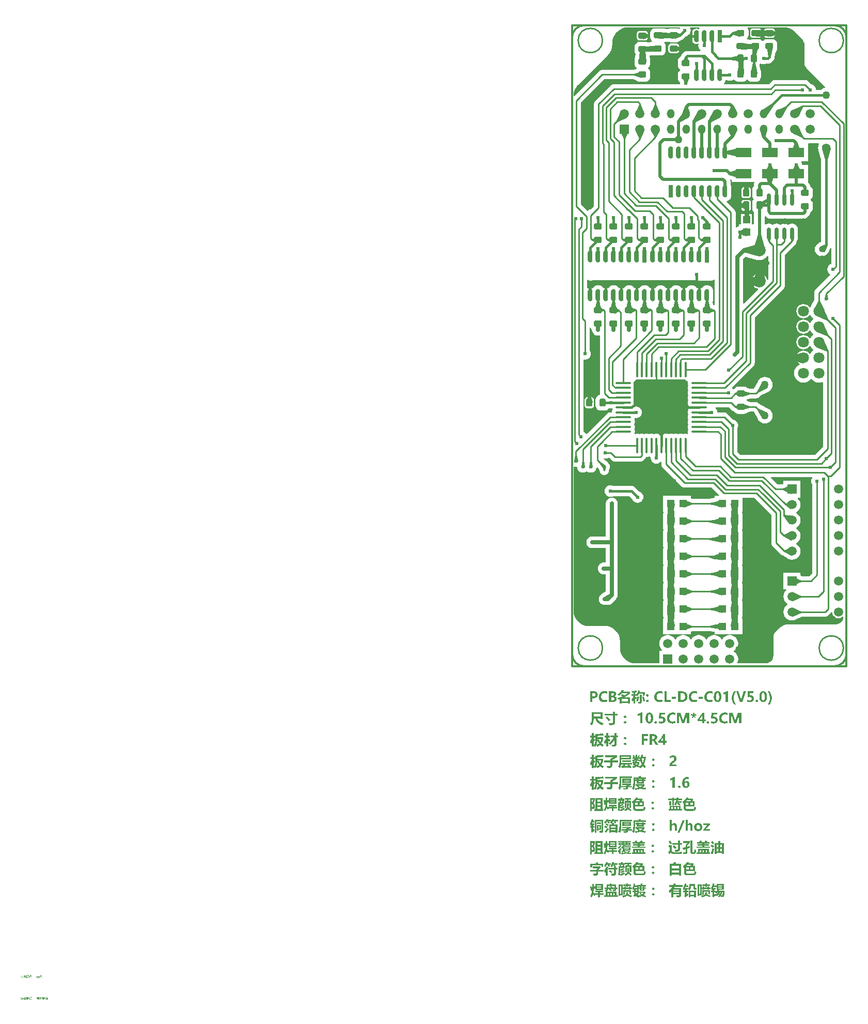
<source format=gtl>
%FSLAX24Y24*%
%MOIN*%
G70*
G01*
G75*
G04 Layer_Physical_Order=1*
G04 Layer_Color=255*
%ADD10C,0.0300*%
%ADD11R,0.0500X0.0500*%
G04:AMPARAMS|DCode=12|XSize=40mil|YSize=50mil|CornerRadius=6mil|HoleSize=0mil|Usage=FLASHONLY|Rotation=270.000|XOffset=0mil|YOffset=0mil|HoleType=Round|Shape=RoundedRectangle|*
%AMROUNDEDRECTD12*
21,1,0.0400,0.0380,0,0,270.0*
21,1,0.0280,0.0500,0,0,270.0*
1,1,0.0120,-0.0190,-0.0140*
1,1,0.0120,-0.0190,0.0140*
1,1,0.0120,0.0190,0.0140*
1,1,0.0120,0.0190,-0.0140*
%
%ADD12ROUNDEDRECTD12*%
%ADD13R,0.0500X0.0500*%
%ADD14O,0.1000X0.0160*%
%ADD15O,0.0160X0.1000*%
G04:AMPARAMS|DCode=16|XSize=40mil|YSize=50mil|CornerRadius=6mil|HoleSize=0mil|Usage=FLASHONLY|Rotation=0.000|XOffset=0mil|YOffset=0mil|HoleType=Round|Shape=RoundedRectangle|*
%AMROUNDEDRECTD16*
21,1,0.0400,0.0380,0,0,0.0*
21,1,0.0280,0.0500,0,0,0.0*
1,1,0.0120,0.0140,-0.0190*
1,1,0.0120,-0.0140,-0.0190*
1,1,0.0120,-0.0140,0.0190*
1,1,0.0120,0.0140,0.0190*
%
%ADD16ROUNDEDRECTD16*%
%ADD17R,0.1000X0.0600*%
%ADD18O,0.0300X0.0800*%
%ADD19R,0.0300X0.0800*%
%ADD20O,0.0240X0.0800*%
%ADD21C,0.0200*%
%ADD22C,0.0100*%
%ADD23C,0.0150*%
%ADD24C,0.0250*%
%ADD25C,0.0118*%
%ADD26C,0.0591*%
%ADD27R,0.0591X0.0591*%
%ADD28C,0.0500*%
%ADD29C,0.0787*%
%ADD30C,0.0709*%
%ADD31O,0.0500X0.0591*%
%ADD32C,0.0400*%
%ADD33C,0.0550*%
%ADD34C,0.0240*%
G36*
X12659Y26439D02*
Y24960D01*
X12623Y24924D01*
X12576Y24940D01*
X12573Y24965D01*
X12523Y25085D01*
X12444Y25188D01*
X12341Y25267D01*
X12220Y25317D01*
X12092Y25334D01*
X11963Y25317D01*
X11843Y25267D01*
X11739Y25188D01*
X11660Y25085D01*
X11611Y24965D01*
X11594Y24836D01*
X11611Y24707D01*
X11660Y24587D01*
X11739Y24484D01*
X11843Y24405D01*
X11963Y24355D01*
X11988Y24352D01*
X12004Y24304D01*
X11092Y23392D01*
X11045Y23411D01*
Y26251D01*
X11207Y26413D01*
X11943Y26208D01*
X11965Y26202D01*
X12015Y26197D01*
X12052Y26192D01*
X12059Y26192D01*
X12092Y26189D01*
X12218Y26202D01*
X12339Y26239D01*
X12451Y26298D01*
X12549Y26379D01*
X12612Y26456D01*
X12659Y26439D01*
D02*
G37*
G36*
X10307Y31370D02*
Y31227D01*
X10811D01*
X10815Y31227D01*
X10821Y31227D01*
X11749D01*
X11756Y31222D01*
X11780Y31186D01*
X11751Y31114D01*
X11739Y31023D01*
Y30961D01*
X11730Y30955D01*
X11681Y30890D01*
X11650Y30815D01*
X11639Y30734D01*
Y30354D01*
X11650Y30273D01*
X11681Y30198D01*
X11730Y30133D01*
X11730D01*
Y30129D01*
X11681Y30065D01*
X11650Y29989D01*
X11639Y29908D01*
Y29528D01*
X11650Y29447D01*
X11681Y29372D01*
X11730Y29307D01*
X11739Y29301D01*
X11739Y29301D01*
X11739Y29301D01*
D01*
Y28868D01*
Y28514D01*
X11606D01*
Y29164D01*
X10906D01*
Y28514D01*
X10756D01*
Y28375D01*
X10743Y28373D01*
X10653Y28336D01*
X10600Y28296D01*
X10555Y28318D01*
Y29253D01*
X10555Y29253D01*
X10546Y29323D01*
X10545Y29332D01*
X10533Y29362D01*
X10515Y29405D01*
X10504Y29419D01*
X10467Y29467D01*
X10467Y29467D01*
X9987Y29947D01*
X9997Y29996D01*
X10074Y30028D01*
X10158Y30092D01*
X10222Y30176D01*
X10262Y30273D01*
X10276Y30377D01*
Y30877D01*
X10262Y30982D01*
X10226Y31070D01*
Y31257D01*
X10214Y31349D01*
X10212Y31352D01*
X10246Y31389D01*
X10307Y31370D01*
D02*
G37*
G36*
X15948Y33682D02*
X15900Y33566D01*
X15882Y33429D01*
X15886Y33399D01*
X15885Y33397D01*
X15891Y33357D01*
X15900Y33292D01*
X15912Y33264D01*
X16083Y32659D01*
Y27374D01*
X15916Y27288D01*
X15894Y27278D01*
X15854Y27248D01*
X15826Y27228D01*
X15821Y27222D01*
X15800Y27206D01*
X15728Y27112D01*
X15683Y27003D01*
X15667Y26885D01*
X15683Y26768D01*
X15728Y26658D01*
X15800Y26564D01*
X15894Y26492D01*
X16004Y26447D01*
X16121Y26431D01*
X16239Y26447D01*
X16348Y26492D01*
X16442Y26564D01*
X16458Y26585D01*
X16464Y26590D01*
X16484Y26619D01*
X16514Y26658D01*
X16523Y26681D01*
X16678Y26979D01*
X16727Y26967D01*
Y25945D01*
X16663Y25919D01*
X16586Y25860D01*
X16526Y25782D01*
X16489Y25692D01*
X16476Y25596D01*
X16489Y25499D01*
X16526Y25409D01*
X16586Y25332D01*
X16658Y25276D01*
X16661Y25226D01*
X15719Y24285D01*
X15671Y24222D01*
X15641Y24149D01*
X15631Y24071D01*
X15632Y24058D01*
Y23701D01*
X15631Y23689D01*
Y23628D01*
X15441Y23254D01*
X15428Y23239D01*
X15376Y23140D01*
X15326Y23136D01*
X15257Y23226D01*
X15162Y23298D01*
X15052Y23344D01*
X14933Y23360D01*
X14815Y23344D01*
X14704Y23298D01*
X14609Y23226D01*
X14536Y23131D01*
X14491Y23020D01*
X14475Y22901D01*
X14491Y22783D01*
X14536Y22672D01*
X14609Y22577D01*
X14704Y22505D01*
X14815Y22459D01*
X14933Y22443D01*
X15052Y22459D01*
X15162Y22505D01*
X15257Y22577D01*
X15326Y22667D01*
X15376Y22663D01*
X15428Y22564D01*
X15504Y22472D01*
X15559Y22426D01*
Y22384D01*
X15551Y22369D01*
X15551Y22369D01*
X15551Y22369D01*
X15504Y22331D01*
X15428Y22239D01*
X15376Y22140D01*
X15326Y22136D01*
X15257Y22226D01*
X15162Y22298D01*
X15052Y22344D01*
X14933Y22360D01*
X14815Y22344D01*
X14704Y22298D01*
X14609Y22226D01*
X14536Y22131D01*
X14491Y22020D01*
X14475Y21901D01*
X14491Y21783D01*
X14536Y21672D01*
X14609Y21577D01*
X14704Y21505D01*
X14815Y21459D01*
X14933Y21443D01*
X15052Y21459D01*
X15162Y21505D01*
X15257Y21577D01*
X15326Y21667D01*
X15376Y21663D01*
X15428Y21564D01*
X15504Y21472D01*
X15559Y21426D01*
Y21383D01*
X15552Y21370D01*
X15504Y21331D01*
X15428Y21239D01*
X15376Y21140D01*
X15326Y21136D01*
X15257Y21226D01*
X15162Y21298D01*
X15052Y21344D01*
X14933Y21360D01*
X14815Y21344D01*
X14704Y21298D01*
X14609Y21226D01*
X14536Y21131D01*
X14491Y21020D01*
X14475Y20901D01*
X14491Y20783D01*
X14536Y20672D01*
X14609Y20577D01*
X14704Y20505D01*
X14815Y20459D01*
X14933Y20443D01*
X15052Y20459D01*
X15162Y20505D01*
X15257Y20577D01*
X15326Y20667D01*
X15376Y20663D01*
X15428Y20564D01*
X15504Y20472D01*
X15559Y20426D01*
Y20381D01*
X15554Y20372D01*
X15504Y20331D01*
X15428Y20239D01*
X15376Y20140D01*
X15326Y20136D01*
X15257Y20226D01*
X15162Y20298D01*
X15052Y20344D01*
X14933Y20360D01*
X14815Y20344D01*
X14704Y20298D01*
X14609Y20226D01*
X14536Y20131D01*
X14491Y20020D01*
X14475Y19901D01*
X14491Y19783D01*
X14536Y19672D01*
X14609Y19577D01*
X14699Y19509D01*
X14695Y19459D01*
X14596Y19406D01*
X14504Y19331D01*
X14428Y19239D01*
X14372Y19134D01*
X14338Y19020D01*
X14326Y18901D01*
X14338Y18783D01*
X14372Y18669D01*
X14428Y18564D01*
X14504Y18472D01*
X14596Y18397D01*
X14701Y18340D01*
X14815Y18306D01*
X14933Y18294D01*
X15052Y18306D01*
X15166Y18340D01*
X15271Y18397D01*
X15363Y18472D01*
X15408Y18528D01*
X15458D01*
X15504Y18472D01*
X15596Y18397D01*
X15701Y18340D01*
X15815Y18306D01*
X15933Y18294D01*
X16052Y18306D01*
X16155Y18337D01*
X16195Y18307D01*
Y14154D01*
X15670Y13630D01*
X10862D01*
X10659Y13833D01*
Y15318D01*
X10679Y15345D01*
X10717Y15435D01*
X10729Y15532D01*
X10717Y15628D01*
X10679Y15718D01*
X10620Y15796D01*
X10543Y15855D01*
X10453Y15892D01*
X10419Y15897D01*
X10040Y16276D01*
X9977Y16324D01*
X9956Y16333D01*
X9905Y16354D01*
X9826Y16364D01*
X9400D01*
X9385Y16382D01*
X9372Y16478D01*
X9335Y16568D01*
X9275Y16646D01*
X9267Y16652D01*
X9283Y16699D01*
X10131D01*
X10310Y16521D01*
X10319Y16513D01*
X10327Y16504D01*
X10340Y16496D01*
X10352Y16486D01*
X10363Y16480D01*
X10372Y16473D01*
X10384Y16468D01*
X10394Y16461D01*
X10461Y16430D01*
X10504Y16374D01*
X10569Y16324D01*
X10644Y16293D01*
X10725Y16282D01*
X11105D01*
X11186Y16293D01*
X11261Y16324D01*
X11326Y16374D01*
X11327Y16375D01*
X11511Y16432D01*
X11723D01*
X11733Y16422D01*
X11996Y15942D01*
X12010Y15907D01*
X12048Y15858D01*
X12069Y15829D01*
X12072Y15826D01*
X12090Y15803D01*
X12195Y15723D01*
X12316Y15672D01*
X12447Y15655D01*
X12577Y15672D01*
X12699Y15723D01*
X12804Y15803D01*
X12884Y15907D01*
X12934Y16029D01*
X12951Y16159D01*
X12934Y16290D01*
X12884Y16411D01*
X12804Y16516D01*
X12765Y16545D01*
X12758Y16553D01*
X12737Y16567D01*
X12699Y16596D01*
X12655Y16614D01*
X12156Y16856D01*
X12063Y16949D01*
X12000Y16997D01*
X11927Y17027D01*
X11849Y17037D01*
X11511D01*
X11327Y17094D01*
X11326Y17096D01*
X11275Y17135D01*
Y17185D01*
X11326Y17224D01*
X11327Y17225D01*
X11511Y17282D01*
X11872D01*
X11951Y17293D01*
X12002Y17314D01*
X12024Y17323D01*
X12086Y17371D01*
X12166Y17450D01*
X12661Y17707D01*
X12699Y17723D01*
X12743Y17756D01*
X12769Y17774D01*
X12773Y17780D01*
X12804Y17803D01*
X12884Y17907D01*
X12934Y18029D01*
X12951Y18159D01*
X12934Y18290D01*
X12884Y18411D01*
X12804Y18516D01*
X12699Y18596D01*
X12577Y18646D01*
X12447Y18664D01*
X12316Y18646D01*
X12195Y18596D01*
X12090Y18516D01*
X12067Y18486D01*
X12062Y18481D01*
X12044Y18456D01*
X12010Y18411D01*
X11994Y18373D01*
X11743Y17887D01*
X11511D01*
X11327Y17944D01*
X11326Y17946D01*
X11261Y17996D01*
X11186Y18027D01*
X11105Y18037D01*
X10725D01*
X10644Y18027D01*
X10569Y17996D01*
X10504Y17946D01*
X10454Y17881D01*
X10451Y17873D01*
X10401Y17867D01*
X10379Y17896D01*
X10329Y17934D01*
X10326Y17984D01*
X11706Y19364D01*
X11754Y19427D01*
X11763Y19448D01*
X11784Y19500D01*
X11795Y19578D01*
Y22497D01*
X13665Y24367D01*
X13713Y24430D01*
X13743Y24502D01*
X13753Y24581D01*
X13753Y24581D01*
X13753Y24581D01*
Y24581D01*
Y26547D01*
X14415Y27208D01*
X14423Y27219D01*
X14433Y27229D01*
X14440Y27239D01*
X14448Y27247D01*
X14454Y27260D01*
X14463Y27271D01*
X14468Y27284D01*
X14475Y27295D01*
X14479Y27307D01*
X14484Y27317D01*
X14553Y27503D01*
X14554Y27508D01*
X14561Y27524D01*
X14565Y27556D01*
X14571Y27580D01*
X14570Y27594D01*
X14574Y27621D01*
Y28181D01*
X14561Y28277D01*
X14524Y28367D01*
X14464Y28444D01*
X14387Y28504D01*
X14297Y28541D01*
X14201Y28554D01*
X14104Y28541D01*
X14014Y28504D01*
X13951Y28455D01*
X13887Y28504D01*
X13797Y28541D01*
X13701Y28554D01*
X13604Y28541D01*
X13514Y28504D01*
X13451Y28455D01*
X13387Y28504D01*
X13297Y28541D01*
X13201Y28554D01*
X13104Y28541D01*
X13014Y28504D01*
X12951Y28455D01*
X12887Y28504D01*
X12797Y28541D01*
X12701Y28554D01*
X12604Y28541D01*
X12514Y28504D01*
X12489Y28485D01*
X12445Y28507D01*
Y29009D01*
X12491Y29028D01*
X12556Y28963D01*
X12629Y28907D01*
X12714Y28872D01*
X12806Y28860D01*
X12806Y28860D01*
X14944D01*
X15035Y28872D01*
X15120Y28907D01*
X15193Y28963D01*
X15193Y28963D01*
X15193Y28963D01*
X15280Y29050D01*
X15336Y29123D01*
X15371Y29208D01*
X15380Y29271D01*
X15441Y29318D01*
X15491Y29383D01*
X15522Y29459D01*
X15533Y29539D01*
Y29819D01*
X15522Y29900D01*
X15491Y29976D01*
X15441Y30041D01*
X15391Y30079D01*
Y30129D01*
X15441Y30168D01*
X15491Y30233D01*
X15522Y30309D01*
X15533Y30389D01*
Y30669D01*
X15522Y30750D01*
X15491Y30826D01*
X15441Y30891D01*
X15378Y30939D01*
X15371Y30992D01*
X15336Y31077D01*
X15280Y31151D01*
X15216Y31215D01*
X15221Y31227D01*
X15221D01*
X15221Y31227D01*
Y32327D01*
X14859D01*
X14844Y32345D01*
X14832Y32441D01*
X14794Y32531D01*
X14793Y32533D01*
X14815Y32577D01*
X15221D01*
Y33677D01*
X15221D01*
Y33688D01*
X15257Y33723D01*
X15920D01*
X15948Y33682D01*
D02*
G37*
G36*
X9192Y24923D02*
Y23307D01*
X9151Y23280D01*
X9145Y23282D01*
X9118Y23317D01*
X9094Y23336D01*
X9064Y23487D01*
X9097Y23565D01*
X9110Y23670D01*
Y24170D01*
X9097Y24274D01*
X9056Y24372D01*
X8992Y24455D01*
X8909Y24519D01*
X8811Y24560D01*
X8707Y24573D01*
X8602Y24560D01*
X8505Y24519D01*
X8422Y24455D01*
X8357Y24372D01*
X8356Y24371D01*
X8304Y24405D01*
X8207Y24425D01*
X8109Y24405D01*
X8058Y24371D01*
X8056Y24372D01*
X7992Y24455D01*
X7909Y24519D01*
X7811Y24560D01*
X7707Y24573D01*
X7602Y24560D01*
X7505Y24519D01*
X7422Y24455D01*
X7357Y24372D01*
X7356Y24371D01*
X7304Y24405D01*
X7207Y24425D01*
X7109Y24405D01*
X7058Y24371D01*
X7056Y24372D01*
X6992Y24455D01*
X6909Y24519D01*
X6811Y24560D01*
X6707Y24573D01*
X6602Y24560D01*
X6505Y24519D01*
X6422Y24455D01*
X6357Y24372D01*
X6356Y24371D01*
X6304Y24405D01*
X6207Y24425D01*
X6109Y24405D01*
X6058Y24371D01*
X6056Y24372D01*
X5992Y24455D01*
X5909Y24519D01*
X5811Y24560D01*
X5707Y24573D01*
X5602Y24560D01*
X5505Y24519D01*
X5422Y24455D01*
X5357Y24372D01*
X5356Y24371D01*
X5304Y24405D01*
X5207Y24425D01*
X5109Y24405D01*
X5052Y24367D01*
X5037Y24372D01*
X4973Y24455D01*
X4889Y24519D01*
X4792Y24560D01*
X4687Y24573D01*
X4583Y24560D01*
X4486Y24519D01*
X4402Y24455D01*
X4338Y24372D01*
X4336Y24371D01*
X4285Y24405D01*
X4187Y24425D01*
X4090Y24405D01*
X4039Y24371D01*
X4037Y24372D01*
X3973Y24455D01*
X3889Y24519D01*
X3792Y24560D01*
X3687Y24573D01*
X3583Y24560D01*
X3486Y24519D01*
X3402Y24455D01*
X3338Y24372D01*
X3336Y24371D01*
X3285Y24405D01*
X3187Y24425D01*
X3090Y24405D01*
X3039Y24371D01*
X3037Y24372D01*
X2973Y24455D01*
X2889Y24519D01*
X2792Y24560D01*
X2687Y24573D01*
X2583Y24560D01*
X2486Y24519D01*
X2402Y24455D01*
X2338Y24372D01*
X2336Y24371D01*
X2285Y24405D01*
X2187Y24425D01*
X2090Y24405D01*
X2039Y24371D01*
X2037Y24372D01*
X1973Y24455D01*
X1889Y24519D01*
X1792Y24560D01*
X1687Y24573D01*
X1583Y24560D01*
X1486Y24519D01*
X1402Y24455D01*
X1338Y24372D01*
X1336Y24371D01*
X1285Y24405D01*
X1187Y24425D01*
X1090Y24405D01*
X1024Y24361D01*
X980Y24385D01*
Y24910D01*
X1025Y24932D01*
X1064Y24902D01*
X1144Y24869D01*
X1230Y24858D01*
X8904Y24860D01*
X8907Y24857D01*
Y24857D01*
X9007Y24870D01*
X9101Y24909D01*
X9147Y24945D01*
X9192Y24923D01*
D02*
G37*
G36*
X5042Y13500D02*
X5083Y13495D01*
X5075Y13439D01*
X5088Y13342D01*
X5125Y13252D01*
X5185Y13175D01*
X5262Y13116D01*
X5352Y13078D01*
X5448Y13066D01*
X5545Y13078D01*
X5635Y13116D01*
X5712Y13175D01*
X5719Y13183D01*
X5766Y13167D01*
Y13018D01*
X5776Y12940D01*
X5806Y12867D01*
X5855Y12804D01*
X7041Y11617D01*
X7041Y11617D01*
X7068Y11597D01*
X7104Y11569D01*
X7177Y11539D01*
X7255Y11529D01*
X7255Y11529D01*
X9011D01*
X9500Y11040D01*
X9481Y10994D01*
X9192D01*
Y10859D01*
X9183Y10856D01*
X8826Y10796D01*
X7785D01*
X7679Y10837D01*
Y10994D01*
X5879D01*
Y10516D01*
X5878Y10511D01*
X5879Y10485D01*
Y9994D01*
X5879D01*
X5909Y9962D01*
X5904Y9863D01*
X5879D01*
Y9422D01*
X5877Y9378D01*
X5879Y9356D01*
X5878Y9347D01*
X5879Y9341D01*
Y8863D01*
X5879D01*
X5909Y8832D01*
X5904Y8733D01*
X5879D01*
Y8291D01*
X5877Y8248D01*
X5879Y8226D01*
X5878Y8216D01*
X5879Y8211D01*
Y7733D01*
X5879D01*
X5909Y7702D01*
X5904Y7603D01*
X5879D01*
Y7161D01*
X5877Y7118D01*
X5879Y7096D01*
X5878Y7086D01*
X5879Y7081D01*
Y6603D01*
X5879D01*
X5909Y6571D01*
X5904Y6473D01*
X5879D01*
Y6031D01*
X5878Y5999D01*
X5877Y5994D01*
X5877Y5991D01*
X5877Y5987D01*
X5878Y5977D01*
X5877Y5975D01*
X5878Y5969D01*
X5877Y5958D01*
X5879Y5915D01*
Y5473D01*
X5904D01*
X5909Y5374D01*
X5879Y5342D01*
X5879D01*
Y4882D01*
X5877Y4870D01*
X5878Y4859D01*
X5879Y4850D01*
X5877Y4828D01*
X5879Y4784D01*
Y4342D01*
X5904D01*
X5909Y4244D01*
X5879Y4212D01*
X5879D01*
Y3734D01*
X5878Y3729D01*
X5879Y3720D01*
X5877Y3697D01*
X5879Y3654D01*
Y3212D01*
X5904D01*
X5909Y3114D01*
X5879Y3082D01*
X5879D01*
Y2590D01*
X5878Y2565D01*
X5879Y2560D01*
Y2082D01*
X7679D01*
Y2239D01*
X7785Y2279D01*
X8825D01*
X9182Y2219D01*
X9192Y2216D01*
Y2082D01*
X10992D01*
Y2560D01*
X10993Y2565D01*
X10993Y2575D01*
X10994Y2586D01*
X10992Y2608D01*
Y3082D01*
X10992D01*
X10962Y3114D01*
X10967Y3212D01*
X10992D01*
Y3654D01*
X10994Y3697D01*
X10994Y3706D01*
X10994Y3711D01*
X10993Y3716D01*
X10995Y3731D01*
X10992Y3746D01*
Y4212D01*
X10992D01*
X10962Y4244D01*
X10967Y4342D01*
X10992D01*
Y4784D01*
X10994Y4828D01*
X10993Y4850D01*
X10993Y4859D01*
X10992Y4864D01*
Y5342D01*
X10992D01*
X10962Y5374D01*
X10967Y5473D01*
X10992D01*
Y5915D01*
X10994Y5958D01*
X10993Y5973D01*
X10994Y5987D01*
X10992Y6031D01*
Y6473D01*
X10967D01*
X10962Y6571D01*
X10992Y6603D01*
X10992D01*
Y7081D01*
X10993Y7086D01*
X10993Y7096D01*
X10994Y7118D01*
X10992Y7161D01*
Y7603D01*
X10967D01*
X10962Y7702D01*
X10992Y7733D01*
X10992D01*
Y8211D01*
X10993Y8216D01*
X10993Y8226D01*
X10994Y8248D01*
X10992Y8291D01*
Y8733D01*
X10967D01*
X10962Y8832D01*
X10992Y8863D01*
X10992D01*
Y9341D01*
X10993Y9347D01*
X10993Y9356D01*
X10994Y9378D01*
X10992Y9422D01*
Y9863D01*
X10967D01*
X10962Y9962D01*
X10992Y9994D01*
X10992D01*
Y10485D01*
X10993Y10511D01*
X10992Y10516D01*
Y10853D01*
X11785D01*
X12869Y9770D01*
Y7951D01*
X12879Y7873D01*
X12900Y7821D01*
X12909Y7800D01*
X12957Y7737D01*
X13488Y7206D01*
X13488Y7206D01*
X13490Y7205D01*
X13492Y7203D01*
X13494Y7201D01*
X13496Y7198D01*
X13519Y7182D01*
X13541Y7164D01*
X13544Y7162D01*
X13547Y7160D01*
X13549Y7159D01*
X13551Y7158D01*
X13553Y7157D01*
X13555Y7156D01*
X13861Y6985D01*
X13915Y6944D01*
X14048Y6889D01*
X14190Y6870D01*
X14332Y6889D01*
X14465Y6944D01*
X14579Y7031D01*
X14666Y7145D01*
X14721Y7278D01*
X14740Y7420D01*
X14721Y7562D01*
X14666Y7695D01*
X14579Y7809D01*
X14467Y7895D01*
Y7945D01*
X14579Y8031D01*
X14666Y8145D01*
X14721Y8278D01*
X14740Y8420D01*
X14721Y8562D01*
X14666Y8695D01*
X14579Y8809D01*
X14467Y8895D01*
Y8945D01*
X14579Y9031D01*
X14666Y9145D01*
X14721Y9278D01*
X14740Y9420D01*
X14721Y9562D01*
X14666Y9695D01*
X14579Y9809D01*
X14467Y9895D01*
Y9945D01*
X14579Y10031D01*
X14666Y10145D01*
X14721Y10278D01*
X14740Y10420D01*
X14721Y10562D01*
X14666Y10695D01*
X14579Y10809D01*
X14555Y10827D01*
X14571Y10875D01*
X14735D01*
Y11965D01*
X13645D01*
Y11773D01*
X13531Y11723D01*
X13268D01*
X12832Y12158D01*
X12851Y12204D01*
X15495D01*
X15517Y12160D01*
X15490Y12124D01*
X15453Y12034D01*
X15440Y11938D01*
X15453Y11841D01*
X15490Y11751D01*
X15511Y11724D01*
Y6011D01*
X15302Y5803D01*
X14849D01*
X14735Y5853D01*
Y6045D01*
X13645D01*
Y4955D01*
X13809D01*
X13825Y4907D01*
X13801Y4889D01*
X13714Y4775D01*
X13659Y4642D01*
X13640Y4500D01*
X13659Y4358D01*
X13714Y4225D01*
X13801Y4111D01*
X13913Y4025D01*
Y3975D01*
X13801Y3889D01*
X13714Y3775D01*
X13659Y3642D01*
X13640Y3500D01*
X13659Y3358D01*
X13714Y3225D01*
X13801Y3111D01*
X13915Y3024D01*
X14048Y2969D01*
X14190Y2950D01*
X14270Y2961D01*
X14287Y2961D01*
X14298Y2964D01*
X14332Y2969D01*
X14465Y3024D01*
X14479Y3034D01*
X14849Y3197D01*
X16334D01*
X16412Y3208D01*
X16464Y3229D01*
X16485Y3238D01*
X16548Y3286D01*
X16748Y3486D01*
X16795Y3470D01*
X16805Y3397D01*
X16845Y3301D01*
X16908Y3218D01*
X16991Y3155D01*
X17087Y3115D01*
X17190Y3101D01*
X17293Y3115D01*
X17389Y3155D01*
X17458Y3207D01*
X17503Y3185D01*
X17503Y3141D01*
X17491Y3052D01*
X17457Y2969D01*
X17402Y2898D01*
X17402Y2898D01*
X17402Y2898D01*
X17402Y2897D01*
X17298Y2812D01*
X17180Y2749D01*
X17051Y2710D01*
X16920Y2697D01*
X16917Y2700D01*
Y2700D01*
X14292D01*
X14014Y2705D01*
X13818Y2686D01*
X13630Y2628D01*
X13456Y2535D01*
X13304Y2411D01*
Y2411D01*
X13304Y2404D01*
X13198Y2302D01*
X13112Y2198D01*
X13049Y2080D01*
X13010Y1951D01*
X12997Y1817D01*
X13000D01*
X13004Y700D01*
X12987Y569D01*
X12937Y448D01*
X12857Y343D01*
X12752Y263D01*
X12631Y213D01*
X12504Y196D01*
X12500Y200D01*
Y200D01*
X12000D01*
X10700Y199D01*
X10672Y241D01*
X10707Y323D01*
X10725Y466D01*
X10707Y608D01*
X10652Y741D01*
X10564Y855D01*
X10452Y941D01*
Y991D01*
X10564Y1077D01*
X10652Y1191D01*
X10707Y1323D01*
X10725Y1466D01*
X10707Y1608D01*
X10652Y1741D01*
X10564Y1855D01*
X10450Y1942D01*
X10318Y1997D01*
X10175Y2016D01*
X10033Y1997D01*
X9900Y1942D01*
X9786Y1855D01*
X9700Y1742D01*
X9650D01*
X9564Y1855D01*
X9450Y1942D01*
X9318Y1997D01*
X9175Y2016D01*
X9033Y1997D01*
X8900Y1942D01*
X8786Y1855D01*
X8700Y1742D01*
X8650D01*
X8564Y1855D01*
X8450Y1942D01*
X8318Y1997D01*
X8175Y2016D01*
X8033Y1997D01*
X7900Y1942D01*
X7786Y1855D01*
X7700Y1742D01*
X7650D01*
X7564Y1855D01*
X7450Y1942D01*
X7318Y1997D01*
X7175Y2016D01*
X7033Y1997D01*
X6900Y1942D01*
X6786Y1855D01*
X6700Y1742D01*
X6650D01*
X6564Y1855D01*
X6450Y1942D01*
X6318Y1997D01*
X6175Y2016D01*
X6033Y1997D01*
X5900Y1942D01*
X5786Y1855D01*
X5699Y1741D01*
X5644Y1608D01*
X5625Y1466D01*
X5644Y1323D01*
X5699Y1191D01*
X5786Y1077D01*
X5810Y1058D01*
X5794Y1011D01*
X5630D01*
Y196D01*
X4100Y195D01*
X3904Y214D01*
X3715Y272D01*
X3542Y365D01*
X3389Y489D01*
X3265Y642D01*
X3172Y815D01*
X3114Y1004D01*
X3096Y1195D01*
X3100Y1200D01*
X3100D01*
X3100Y1200D01*
X3105Y1600D01*
X3086Y1796D01*
X3028Y1985D01*
X2935Y2158D01*
X2811Y2311D01*
X2658Y2435D01*
X2485Y2528D01*
X2296Y2586D01*
X2100Y2605D01*
Y2600D01*
X1900D01*
X1100Y2595D01*
X904Y2614D01*
X715Y2672D01*
X542Y2765D01*
X389Y2889D01*
X265Y3042D01*
X172Y3215D01*
X114Y3404D01*
X96Y3595D01*
X100Y3600D01*
X100D01*
Y4300D01*
Y12850D01*
X142Y12877D01*
X156Y12871D01*
X253Y12859D01*
X304Y12865D01*
Y12865D01*
X323Y12845D01*
X323Y12845D01*
X323D01*
D01*
D01*
X325Y12837D01*
X334Y12772D01*
X371Y12682D01*
X430Y12604D01*
X508Y12545D01*
X598Y12508D01*
X694Y12495D01*
X791Y12508D01*
X881Y12545D01*
X950Y12598D01*
X1018Y12545D01*
X1108Y12508D01*
X1205Y12495D01*
X1302Y12508D01*
X1392Y12545D01*
X1469Y12604D01*
X1528Y12682D01*
X1566Y12772D01*
X1569Y12800D01*
X1610Y12829D01*
X1632Y12824D01*
X1736Y12683D01*
X1798Y12526D01*
X1809Y12507D01*
X1817Y12487D01*
X1820Y12484D01*
X1822Y12479D01*
X1826Y12474D01*
X1829Y12468D01*
X1834Y12463D01*
X1837Y12457D01*
X1852Y12442D01*
X1865Y12425D01*
X1869Y12422D01*
X1872Y12418D01*
X1878Y12414D01*
X1882Y12409D01*
X1888Y12406D01*
X1892Y12401D01*
X1911Y12390D01*
X1928Y12377D01*
X1933Y12375D01*
X1936Y12372D01*
X1943Y12370D01*
X1948Y12366D01*
X1955Y12364D01*
X1960Y12361D01*
X1981Y12355D01*
X2001Y12346D01*
X2006Y12346D01*
X2010Y12344D01*
X2017Y12343D01*
X2023Y12341D01*
X2030Y12341D01*
X2036Y12339D01*
X2058Y12339D01*
X2079Y12336D01*
X2084Y12337D01*
X2089Y12336D01*
X2096Y12337D01*
X2102Y12337D01*
X2109Y12338D01*
X2115Y12338D01*
X2136Y12344D01*
X2158Y12346D01*
X2162Y12348D01*
X2167Y12349D01*
X2173Y12352D01*
X2180Y12353D01*
X2185Y12356D01*
X2192Y12358D01*
X2211Y12368D01*
X2231Y12377D01*
X2235Y12380D01*
X2239Y12382D01*
X2244Y12386D01*
X2250Y12389D01*
X2255Y12393D01*
X2261Y12396D01*
X2276Y12412D01*
X2293Y12425D01*
X2296Y12429D01*
X2300Y12432D01*
X2304Y12437D01*
X2309Y12441D01*
X2313Y12447D01*
X2317Y12452D01*
X2328Y12470D01*
X2341Y12487D01*
X2343Y12492D01*
X2346Y12496D01*
X2348Y12502D01*
X2352Y12508D01*
X2354Y12514D01*
X2358Y12520D01*
X2363Y12540D01*
X2372Y12560D01*
X2372Y12565D01*
X2374Y12570D01*
X2420Y12765D01*
X2423Y12772D01*
X2424Y12784D01*
X2426Y12794D01*
X2430Y12825D01*
X2435Y12868D01*
X2423Y12965D01*
X2385Y13055D01*
X2349Y13102D01*
X2344Y13110D01*
X2339Y13115D01*
X2326Y13132D01*
X2303Y13150D01*
X2288Y13165D01*
X2026Y13358D01*
X2050Y13402D01*
X2056Y13399D01*
X2152Y13387D01*
X2249Y13399D01*
X2339Y13437D01*
X2366Y13457D01*
X2387D01*
X2558Y13286D01*
X2558Y13286D01*
X2593Y13259D01*
X2621Y13238D01*
X2694Y13208D01*
X2772Y13198D01*
X4391D01*
X4469Y13208D01*
X4521Y13229D01*
X4542Y13238D01*
X4605Y13286D01*
X4712Y13394D01*
X4761Y13456D01*
X4769Y13478D01*
X4776Y13494D01*
X4818Y13489D01*
X4905Y13500D01*
X4973Y13529D01*
X5042Y13500D01*
D02*
G37*
G36*
X5448Y18538D02*
X5479Y18544D01*
X5523Y18486D01*
X5592Y18434D01*
X5672Y18400D01*
X5758Y18389D01*
X5845Y18400D01*
X5913Y18429D01*
X5982Y18400D01*
X6068Y18389D01*
X6155Y18400D01*
X6228Y18431D01*
X6302Y18400D01*
X6388Y18389D01*
X6475Y18400D01*
X6543Y18429D01*
X6612Y18400D01*
X6698Y18389D01*
X6785Y18400D01*
X6858Y18431D01*
X6932Y18400D01*
X7018Y18389D01*
X7105Y18400D01*
X7173Y18429D01*
X7242Y18400D01*
X7328Y18389D01*
X7415Y18400D01*
X7444Y18412D01*
X7479Y18377D01*
X7467Y18348D01*
X7456Y18262D01*
X7467Y18176D01*
X7495Y18107D01*
X7467Y18038D01*
X7456Y17952D01*
X7467Y17866D01*
X7498Y17792D01*
X7467Y17718D01*
X7456Y17632D01*
X7467Y17546D01*
X7495Y17477D01*
X7467Y17408D01*
X7456Y17322D01*
X7467Y17236D01*
X7498Y17162D01*
X7467Y17088D01*
X7456Y17002D01*
X7467Y16916D01*
X7500Y16835D01*
X7553Y16766D01*
X7611Y16722D01*
X7605Y16692D01*
X7611Y16662D01*
X7553Y16617D01*
X7500Y16548D01*
X7467Y16468D01*
X7456Y16382D01*
X7467Y16296D01*
X7498Y16222D01*
X7467Y16148D01*
X7456Y16062D01*
X7467Y15976D01*
X7495Y15907D01*
X7467Y15838D01*
X7456Y15752D01*
X7467Y15666D01*
X7498Y15592D01*
X7467Y15518D01*
X7456Y15432D01*
X7467Y15346D01*
X7495Y15277D01*
X7467Y15208D01*
X7456Y15122D01*
X7467Y15036D01*
X7479Y15007D01*
X7444Y14971D01*
X7415Y14983D01*
X7328Y14995D01*
X7242Y14983D01*
X7173Y14955D01*
X7105Y14983D01*
X7018Y14995D01*
X6932Y14983D01*
X6858Y14953D01*
X6785Y14983D01*
X6698Y14995D01*
X6612Y14983D01*
X6543Y14955D01*
X6475Y14983D01*
X6388Y14995D01*
X6302Y14983D01*
X6228Y14953D01*
X6155Y14983D01*
X6068Y14995D01*
X5982Y14983D01*
X5902Y14950D01*
X5833Y14897D01*
X5789Y14839D01*
X5758Y14845D01*
X5728Y14839D01*
X5684Y14897D01*
X5615Y14950D01*
X5535Y14983D01*
X5448Y14995D01*
X5362Y14983D01*
X5288Y14953D01*
X5215Y14983D01*
X5128Y14995D01*
X5042Y14983D01*
X4973Y14955D01*
X4905Y14983D01*
X4818Y14995D01*
X4732Y14983D01*
X4658Y14953D01*
X4585Y14983D01*
X4498Y14995D01*
X4412Y14983D01*
X4343Y14955D01*
X4275Y14983D01*
X4188Y14995D01*
X4102Y14983D01*
X4073Y14971D01*
X4038Y15007D01*
X4050Y15036D01*
X4061Y15122D01*
X4050Y15208D01*
X4021Y15277D01*
X4050Y15346D01*
X4061Y15432D01*
X4050Y15518D01*
X4019Y15592D01*
X4050Y15666D01*
X4061Y15752D01*
X4050Y15838D01*
X4021Y15907D01*
X4050Y15976D01*
X4056Y16019D01*
X4137Y16009D01*
X4234Y16021D01*
X4324Y16059D01*
X4401Y16118D01*
X4460Y16195D01*
X4498Y16285D01*
X4510Y16382D01*
X4498Y16478D01*
X4460Y16568D01*
X4401Y16646D01*
X4324Y16705D01*
X4234Y16742D01*
X4137Y16755D01*
X4041Y16742D01*
X4003Y16727D01*
X3962Y16755D01*
Y16765D01*
X3964Y16766D01*
X4017Y16835D01*
X4050Y16916D01*
X4061Y17002D01*
X4050Y17088D01*
X4019Y17162D01*
X4050Y17236D01*
X4061Y17322D01*
X4050Y17408D01*
X4021Y17477D01*
X4050Y17546D01*
X4061Y17632D01*
X4050Y17718D01*
X4019Y17792D01*
X4050Y17866D01*
X4061Y17952D01*
X4050Y18038D01*
X4021Y18107D01*
X4050Y18176D01*
X4061Y18262D01*
X4050Y18348D01*
X4038Y18377D01*
X4073Y18412D01*
X4102Y18400D01*
X4188Y18389D01*
X4275Y18400D01*
X4343Y18429D01*
X4412Y18400D01*
X4498Y18389D01*
X4585Y18400D01*
X4658Y18431D01*
X4732Y18400D01*
X4818Y18389D01*
X4905Y18400D01*
X4973Y18429D01*
X5042Y18400D01*
X5128Y18389D01*
X5215Y18400D01*
X5295Y18434D01*
X5364Y18486D01*
X5410Y18546D01*
X5448Y18538D01*
D02*
G37*
G36*
X1194Y21810D02*
X1244Y21745D01*
X1277Y21720D01*
Y21707D01*
X1290Y21609D01*
X1328Y21518D01*
X1388Y21439D01*
X1466Y21379D01*
X1557Y21342D01*
X1655Y21329D01*
X1753Y21342D01*
X1764Y21346D01*
X1806Y21318D01*
Y17587D01*
X1812Y17539D01*
X1782Y17499D01*
X1744Y17494D01*
X1668Y17463D01*
X1603Y17413D01*
X1554Y17348D01*
X1523Y17273D01*
X1512Y17192D01*
Y16812D01*
X1523Y16731D01*
X1554Y16655D01*
X1603Y16591D01*
X1668Y16541D01*
X1744Y16510D01*
X1825Y16499D01*
X2105D01*
X2186Y16510D01*
X2261Y16541D01*
X2326Y16591D01*
X2375Y16655D01*
X2409Y16641D01*
X2506Y16629D01*
X2602Y16641D01*
X2615Y16647D01*
X2645Y16607D01*
X2600Y16548D01*
X2567Y16468D01*
X2556Y16382D01*
X2540Y16364D01*
X2462D01*
X2462Y16364D01*
X2393Y16355D01*
X2383Y16354D01*
X2310Y16324D01*
X2248Y16276D01*
X959Y14987D01*
X909Y14990D01*
X850Y15067D01*
X773Y15126D01*
X723Y15147D01*
Y19755D01*
X761Y19788D01*
X836Y19778D01*
X932Y19791D01*
X1022Y19828D01*
X1100Y19887D01*
X1159Y19965D01*
X1196Y20055D01*
X1209Y20151D01*
X1196Y20248D01*
X1159Y20338D01*
X1138Y20365D01*
Y21816D01*
X1188Y21826D01*
X1194Y21810D01*
D02*
G37*
G36*
X3614Y41200D02*
Y41200D01*
X4100D01*
X6926Y41201D01*
X6954Y41160D01*
X6947Y41142D01*
X6911Y41107D01*
X6911Y41107D01*
X6836Y41139D01*
X6755Y41149D01*
X6375D01*
X6294Y41139D01*
X6219Y41107D01*
X6216Y41105D01*
X5834Y41133D01*
X5821Y41139D01*
X5740Y41149D01*
X5360D01*
X5279Y41139D01*
X5204Y41107D01*
X5139Y41058D01*
X5089Y40993D01*
X5058Y40917D01*
X5047Y40837D01*
Y40557D01*
X5058Y40476D01*
X5089Y40400D01*
X5139Y40335D01*
X5168Y40313D01*
X5154Y40265D01*
X4860Y40234D01*
X4806Y40257D01*
X4725Y40268D01*
X4345D01*
X4264Y40257D01*
X4189Y40226D01*
X4124Y40176D01*
X4074Y40111D01*
X4043Y40036D01*
X4032Y39955D01*
Y39675D01*
X4043Y39594D01*
X4074Y39519D01*
X4090Y39499D01*
X4062Y39272D01*
X4043Y39226D01*
X4032Y39145D01*
Y38865D01*
X4043Y38784D01*
X4074Y38709D01*
X4124Y38644D01*
X4175Y38605D01*
Y38555D01*
X4124Y38516D01*
X4123Y38515D01*
X3939Y38458D01*
X1951D01*
X1951Y38458D01*
X1873Y38447D01*
X1800Y38417D01*
X1765Y38390D01*
X1737Y38369D01*
X1737Y38369D01*
X141Y36773D01*
X96Y36794D01*
X114Y36982D01*
X172Y37170D01*
X265Y37344D01*
X386Y37493D01*
X393Y37493D01*
X393D01*
X800Y37900D01*
X2311Y39404D01*
X2435Y39556D01*
X2528Y39730D01*
X2586Y39918D01*
X2605Y40114D01*
X2600D01*
X2595Y40186D01*
X2614Y40382D01*
X2672Y40570D01*
X2765Y40744D01*
X2886Y40893D01*
X2893Y40893D01*
X2893D01*
X2900Y40900D01*
X2904Y40911D01*
X3056Y41035D01*
X3230Y41128D01*
X3418Y41186D01*
X3609Y41204D01*
X3614Y41200D01*
D02*
G37*
G36*
X8232Y41157D02*
X8172Y41079D01*
X8171Y41079D01*
X8119Y41113D01*
X8022Y41132D01*
X7924Y41113D01*
X7842Y41058D01*
X7786Y40975D01*
X7767Y40878D01*
Y40378D01*
X7786Y40280D01*
X7842Y40197D01*
X7924Y40142D01*
X8022Y40123D01*
X8119Y40142D01*
X8171Y40176D01*
X8161Y40115D01*
X8161Y40115D01*
X8161Y40115D01*
X8161Y40115D01*
X8149Y40019D01*
X8161Y39922D01*
X8199Y39832D01*
X8258Y39755D01*
X8295Y39726D01*
X8279Y39679D01*
X7436D01*
X7352Y39668D01*
X7273Y39635D01*
X7205Y39583D01*
X7104Y39482D01*
X7095Y39470D01*
X7083Y39459D01*
X7077Y39449D01*
X7069Y39441D01*
X7062Y39427D01*
X7052Y39415D01*
X7046Y39400D01*
X7038Y39387D01*
X7034Y39376D01*
X7029Y39365D01*
X7011Y39318D01*
X6990Y39309D01*
X6925Y39260D01*
X6875Y39195D01*
X6844Y39120D01*
X6833Y39039D01*
Y38759D01*
X6844Y38678D01*
X6875Y38602D01*
X6925Y38538D01*
X6976Y38499D01*
Y38449D01*
X6925Y38410D01*
X6875Y38345D01*
X6844Y38270D01*
X6833Y38189D01*
Y37909D01*
X6844Y37828D01*
X6875Y37752D01*
X6925Y37688D01*
X6968Y37654D01*
X6963Y37615D01*
X6968Y37575D01*
X6935Y37538D01*
X2691D01*
X2613Y37527D01*
X2570Y37510D01*
X2540Y37497D01*
X2513Y37476D01*
X2477Y37449D01*
X2477Y37449D01*
X1500Y36472D01*
X1452Y36409D01*
X1443Y36388D01*
X1422Y36336D01*
X1412Y36258D01*
Y29678D01*
X1191Y29458D01*
X1136Y29450D01*
X1058Y29418D01*
X994Y29369D01*
X562Y29801D01*
Y36338D01*
X2077Y37852D01*
X3939D01*
X4123Y37795D01*
X4124Y37794D01*
X4189Y37744D01*
X4264Y37713D01*
X4345Y37702D01*
X4725D01*
X4806Y37713D01*
X4881Y37744D01*
X4946Y37794D01*
X4996Y37859D01*
X5027Y37934D01*
X5038Y38015D01*
Y38295D01*
X5027Y38376D01*
X4996Y38451D01*
X4946Y38516D01*
X4895Y38555D01*
Y38605D01*
X4946Y38644D01*
X4996Y38709D01*
X5027Y38784D01*
X5038Y38865D01*
Y39145D01*
X5027Y39226D01*
X5008Y39272D01*
X4995Y39376D01*
X5029Y39413D01*
X5298Y39402D01*
X5360Y39394D01*
X5740D01*
X5821Y39404D01*
X5896Y39436D01*
X5961Y39485D01*
X6011Y39550D01*
X6042Y39626D01*
X6053Y39706D01*
Y39987D01*
X6042Y40067D01*
X6011Y40143D01*
X5961Y40208D01*
X5949Y40217D01*
X5963Y40265D01*
X6231Y40281D01*
X6294Y40254D01*
X6375Y40244D01*
X6755D01*
X6836Y40254D01*
X6911Y40286D01*
X6976Y40335D01*
X6993Y40357D01*
X7080Y40390D01*
X7089Y40395D01*
X7100Y40398D01*
X7108Y40403D01*
X7116Y40406D01*
X7122Y40410D01*
X7128Y40413D01*
X7141Y40422D01*
X7155Y40430D01*
X7163Y40437D01*
X7172Y40443D01*
X7179Y40450D01*
X7186Y40455D01*
X7376Y40629D01*
X7381Y40630D01*
X7471Y40667D01*
X7548Y40727D01*
X7607Y40804D01*
X7645Y40894D01*
X7657Y40990D01*
X7645Y41087D01*
X7614Y41160D01*
X7642Y41202D01*
X8210Y41202D01*
X8232Y41157D01*
D02*
G37*
G36*
X13882Y41186D02*
X14070Y41128D01*
X14244Y41035D01*
X14393Y40914D01*
X14393Y40907D01*
Y40907D01*
X14802Y40502D01*
X14888Y40398D01*
X14951Y40280D01*
X14990Y40151D01*
X15003Y40020D01*
X15000Y40017D01*
X15000D01*
X15000Y40017D01*
X14996Y38900D01*
X15012Y38774D01*
X15061Y38656D01*
X15138Y38556D01*
X15141Y38559D01*
X15800Y37900D01*
X16340Y37362D01*
X16324Y37315D01*
X16281Y37309D01*
X16159Y37259D01*
X16055Y37179D01*
X16032Y37150D01*
X15771D01*
X15746Y37179D01*
X15733Y37275D01*
X15696Y37365D01*
X15636Y37442D01*
X15559Y37502D01*
X15469Y37539D01*
X15436Y37543D01*
X15266Y37713D01*
X15204Y37761D01*
X15131Y37791D01*
X15053Y37801D01*
X13086D01*
X13008Y37791D01*
X12935Y37761D01*
X12872Y37713D01*
X12697Y37538D01*
X9813D01*
X9797Y37585D01*
X9807Y37592D01*
X9871Y37676D01*
X9911Y37773D01*
X9915Y37800D01*
X9998Y37800D01*
X10077Y37767D01*
X10173Y37754D01*
X10270Y37767D01*
X10360Y37804D01*
X10437Y37863D01*
X10437Y37863D01*
Y37863D01*
X10476Y37845D01*
X10526Y37780D01*
X10590Y37731D01*
X10666Y37699D01*
X10747Y37689D01*
X11027D01*
X11108Y37699D01*
X11183Y37731D01*
X11248Y37780D01*
X11287Y37831D01*
X11337D01*
X11376Y37780D01*
X11440Y37731D01*
X11516Y37699D01*
X11597Y37689D01*
X11877D01*
X11958Y37699D01*
X12033Y37731D01*
X12098Y37780D01*
X12147Y37845D01*
X12179Y37920D01*
X12189Y38001D01*
Y38381D01*
X12179Y38462D01*
X12147Y38538D01*
X12137Y38551D01*
X12107Y38707D01*
X12109Y38723D01*
X12099Y38799D01*
X12147Y38862D01*
X12168Y38872D01*
D01*
X12258Y38835D01*
X12354Y38822D01*
X12451Y38835D01*
X12530Y38868D01*
X12652D01*
X12695Y38873D01*
X12737Y38879D01*
X12777Y38895D01*
X12816Y38912D01*
X12884Y38964D01*
X12977Y39057D01*
X13029Y39125D01*
X13062Y39204D01*
X13068Y39246D01*
X13073Y39289D01*
Y39305D01*
X13132Y39607D01*
X13156Y39626D01*
X13206Y39691D01*
X13237Y39766D01*
X13248Y39847D01*
Y40127D01*
X13237Y40208D01*
X13206Y40283D01*
X13156Y40348D01*
X13092Y40398D01*
X13016Y40429D01*
X12935Y40440D01*
X12555D01*
X12474Y40429D01*
X12399Y40398D01*
X12334Y40348D01*
X12324Y40334D01*
X12274D01*
X12263Y40348D01*
X12198Y40398D01*
X12123Y40429D01*
X12042Y40440D01*
X11662D01*
X11581Y40429D01*
X11523Y40405D01*
X11300Y40418D01*
X11285Y40466D01*
X11298Y40476D01*
X11347Y40541D01*
X11379Y40616D01*
X11389Y40697D01*
Y40977D01*
X11379Y41058D01*
X11347Y41133D01*
X11328Y41159D01*
X11350Y41204D01*
X13686Y41205D01*
X13882Y41186D01*
D02*
G37*
%LPC*%
G36*
X2557Y10874D02*
X2459Y10861D01*
X2368Y10824D01*
X2289Y10764D01*
X2229Y10685D01*
X2192Y10594D01*
X2179Y10496D01*
Y8378D01*
X1300D01*
X1202Y8365D01*
X1111Y8328D01*
X1033Y8267D01*
X972Y8189D01*
X935Y8098D01*
X922Y8000D01*
X935Y7902D01*
X972Y7811D01*
X1033Y7733D01*
X1111Y7672D01*
X1202Y7635D01*
X1300Y7622D01*
X2179D01*
Y6725D01*
X2143Y6690D01*
X2050Y6693D01*
X2045Y6692D01*
X2039Y6693D01*
X1996Y6687D01*
X1952Y6683D01*
X1947Y6681D01*
X1942Y6680D01*
X1901Y6663D01*
X1860Y6648D01*
X1855Y6644D01*
X1850Y6642D01*
X1815Y6616D01*
X1780Y6590D01*
X1776Y6586D01*
X1772Y6582D01*
X1745Y6547D01*
X1717Y6513D01*
X1715Y6508D01*
X1712Y6504D01*
X1695Y6463D01*
X1677Y6423D01*
X1676Y6418D01*
X1674Y6413D01*
X1668Y6369D01*
X1661Y6326D01*
X1662Y6320D01*
X1661Y6315D01*
X1667Y6271D01*
X1671Y6227D01*
X1673Y6222D01*
X1674Y6217D01*
X1691Y6176D01*
X1707Y6135D01*
X1710Y6131D01*
X1712Y6126D01*
X1739Y6091D01*
X1764Y6055D01*
X1769Y6052D01*
X1772Y6047D01*
X1787Y6033D01*
X1865Y5972D01*
X1956Y5935D01*
X2054Y5922D01*
X2179D01*
Y4819D01*
X1915Y4671D01*
X1913Y4669D01*
X1911Y4669D01*
X1873Y4640D01*
X1836Y4611D01*
X1834Y4610D01*
X1833Y4608D01*
X1804Y4571D01*
X1775Y4534D01*
X1774Y4532D01*
X1772Y4530D01*
X1754Y4486D01*
X1736Y4443D01*
X1735Y4441D01*
X1735Y4439D01*
X1728Y4392D01*
X1722Y4345D01*
X1722Y4343D01*
X1722Y4341D01*
X1728Y4294D01*
X1734Y4247D01*
X1734Y4245D01*
X1735Y4243D01*
X1753Y4199D01*
X1770Y4156D01*
X1772Y4154D01*
X1772Y4152D01*
X1801Y4114D01*
X1830Y4077D01*
X1831Y4075D01*
X1833Y4073D01*
X1870Y4045D01*
X1907Y4016D01*
X1909Y4015D01*
X1911Y4013D01*
X1955Y3995D01*
X1998Y3977D01*
X2000Y3976D01*
X2002Y3976D01*
X2049Y3969D01*
X2096Y3963D01*
X2098Y3963D01*
X2100Y3963D01*
X2300D01*
X2398Y3976D01*
X2489Y4013D01*
X2567Y4073D01*
X2824Y4330D01*
X2853Y4368D01*
X2882Y4405D01*
X2883Y4407D01*
X2884Y4409D01*
X2903Y4452D01*
X2921Y4496D01*
X2921Y4498D01*
X2922Y4500D01*
X2928Y4547D01*
X2935Y4594D01*
X2935Y4596D01*
X2935Y4598D01*
Y6300D01*
Y8000D01*
Y10496D01*
X2922Y10594D01*
X2884Y10685D01*
X2824Y10764D01*
X2746Y10824D01*
X2655Y10861D01*
X2557Y10874D01*
D02*
G37*
G36*
X1255Y17355D02*
X975D01*
X912Y17343D01*
X859Y17307D01*
X824Y17254D01*
X811Y17192D01*
Y16812D01*
X824Y16749D01*
X859Y16696D01*
X912Y16661D01*
X975Y16649D01*
X1255D01*
X1317Y16661D01*
X1370Y16696D01*
X1405Y16749D01*
X1418Y16812D01*
Y17192D01*
X1405Y17254D01*
X1370Y17307D01*
X1317Y17343D01*
X1255Y17355D01*
D02*
G37*
G36*
X2479Y11672D02*
X2382Y11659D01*
X2292Y11622D01*
X2215Y11563D01*
X2156Y11486D01*
X2118Y11396D01*
X2106Y11299D01*
X2118Y11202D01*
X2156Y11112D01*
X2215Y11035D01*
X2292Y10976D01*
X2382Y10939D01*
X2479Y10926D01*
X2575Y10939D01*
X2654Y10971D01*
X3706D01*
X3872Y10805D01*
X3905Y10726D01*
X3964Y10649D01*
X4041Y10590D01*
X4131Y10552D01*
X4228Y10540D01*
X4324Y10552D01*
X4414Y10590D01*
X4492Y10649D01*
X4551Y10726D01*
X4588Y10816D01*
X4601Y10913D01*
X4588Y11009D01*
X4551Y11099D01*
X4492Y11177D01*
X4414Y11236D01*
X4336Y11269D01*
X4073Y11531D01*
X4006Y11583D01*
X3966Y11599D01*
X3926Y11616D01*
X3884Y11621D01*
X3842Y11627D01*
X2654D01*
X2575Y11659D01*
X2479Y11672D01*
D02*
G37*
G36*
X12935Y41140D02*
X12555D01*
X12493Y41128D01*
X12440Y41092D01*
X12405Y41039D01*
X12392Y40977D01*
Y40697D01*
X12405Y40634D01*
X12440Y40582D01*
X12493Y40546D01*
X12555Y40534D01*
X12935D01*
X12998Y40546D01*
X13051Y40582D01*
X13086Y40634D01*
X13099Y40697D01*
Y40977D01*
X13086Y41039D01*
X13051Y41092D01*
X12998Y41128D01*
X12935Y41140D01*
D02*
G37*
G36*
X11382Y30071D02*
X11102D01*
X11039Y30059D01*
X10986Y30024D01*
X10951Y29971D01*
X10938Y29908D01*
Y29528D01*
X10951Y29466D01*
X10986Y29413D01*
X11039Y29378D01*
X11102Y29365D01*
X11382D01*
X11444Y29378D01*
X11497Y29413D01*
X11532Y29466D01*
X11545Y29528D01*
Y29908D01*
X11532Y29971D01*
X11497Y30024D01*
X11444Y30059D01*
X11382Y30071D01*
D02*
G37*
G36*
X11382Y30897D02*
X11102D01*
X11039Y30885D01*
X10986Y30849D01*
X10951Y30796D01*
X10938Y30734D01*
Y30354D01*
X10951Y30292D01*
X10986Y30239D01*
X11039Y30203D01*
X11102Y30191D01*
X11382D01*
X11444Y30203D01*
X11497Y30239D01*
X11532Y30292D01*
X11545Y30354D01*
Y30734D01*
X11532Y30796D01*
X11497Y30849D01*
X11444Y30885D01*
X11382Y30897D01*
D02*
G37*
G36*
X6755Y40150D02*
X6375D01*
X6313Y40137D01*
X6260Y40102D01*
X6224Y40049D01*
X6212Y39987D01*
Y39706D01*
X6224Y39644D01*
X6260Y39591D01*
X6313Y39556D01*
X6375Y39543D01*
X6755D01*
X6817Y39556D01*
X6870Y39591D01*
X6906Y39644D01*
X6918Y39706D01*
Y39987D01*
X6906Y40049D01*
X6870Y40102D01*
X6817Y40137D01*
X6755Y40150D01*
D02*
G37*
G36*
X12042Y41140D02*
X11662D01*
X11600Y41128D01*
X11547Y41092D01*
X11511Y41039D01*
X11499Y40977D01*
Y40697D01*
X11511Y40634D01*
X11547Y40582D01*
X11600Y40546D01*
X11662Y40534D01*
X12042D01*
X12105Y40546D01*
X12157Y40582D01*
X12193Y40634D01*
X12205Y40697D01*
Y40977D01*
X12193Y41039D01*
X12157Y41092D01*
X12105Y41128D01*
X12042Y41140D01*
D02*
G37*
G36*
X4725Y40968D02*
X4345D01*
X4283Y40956D01*
X4230Y40920D01*
X4194Y40867D01*
X4182Y40805D01*
Y40525D01*
X4194Y40463D01*
X4230Y40410D01*
X4283Y40374D01*
X4345Y40362D01*
X4725D01*
X4787Y40374D01*
X4840Y40410D01*
X4876Y40463D01*
X4888Y40525D01*
Y40805D01*
X4876Y40867D01*
X4840Y40920D01*
X4787Y40956D01*
X4725Y40968D01*
D02*
G37*
%LPD*%
G36*
X5255Y-14276D02*
X5262Y-14277D01*
X5271Y-14280D01*
X5280Y-14283D01*
X5290Y-14289D01*
X5299Y-14297D01*
X5300Y-14298D01*
X5302Y-14300D01*
X5307Y-14305D01*
X5311Y-14311D01*
X5316Y-14319D01*
X5320Y-14328D01*
X5322Y-14338D01*
X5323Y-14349D01*
Y-14350D01*
Y-14355D01*
X5322Y-14360D01*
X5320Y-14367D01*
X5318Y-14376D01*
X5313Y-14385D01*
X5308Y-14393D01*
X5300Y-14402D01*
X5299Y-14403D01*
X5296Y-14406D01*
X5291Y-14409D01*
X5285Y-14412D01*
X5276Y-14417D01*
X5266Y-14420D01*
X5255Y-14422D01*
X5242Y-14423D01*
X5237D01*
X5230Y-14422D01*
X5222Y-14421D01*
X5213Y-14418D01*
X5203Y-14415D01*
X5193Y-14409D01*
X5185Y-14402D01*
X5183Y-14401D01*
X5181Y-14398D01*
X5177Y-14393D01*
X5173Y-14387D01*
X5169Y-14379D01*
X5165Y-14370D01*
X5162Y-14360D01*
X5161Y-14349D01*
Y-14348D01*
Y-14343D01*
X5162Y-14338D01*
X5165Y-14331D01*
X5167Y-14322D01*
X5171Y-14313D01*
X5177Y-14305D01*
X5185Y-14297D01*
X5186Y-14296D01*
X5189Y-14293D01*
X5195Y-14290D01*
X5201Y-14286D01*
X5209Y-14281D01*
X5219Y-14278D01*
X5230Y-14276D01*
X5242Y-14275D01*
X5248D01*
X5255Y-14276D01*
D02*
G37*
G36*
X3268Y-14269D02*
X3358D01*
Y-14205D01*
X3460D01*
Y-14269D01*
X3664D01*
Y-14205D01*
X3766D01*
Y-14269D01*
X3864D01*
Y-14367D01*
X3766D01*
Y-14413D01*
X3664D01*
Y-14367D01*
X3460D01*
Y-14413D01*
X3358D01*
Y-14367D01*
X3268D01*
Y-14753D01*
X3117D01*
Y-14802D01*
X3019D01*
Y-14083D01*
X3268D01*
Y-14269D01*
D02*
G37*
G36*
X8354D02*
X8444D01*
Y-14205D01*
X8546D01*
Y-14269D01*
X8750D01*
Y-14205D01*
X8852D01*
Y-14269D01*
X8950D01*
Y-14367D01*
X8852D01*
Y-14413D01*
X8750D01*
Y-14367D01*
X8546D01*
Y-14413D01*
X8444D01*
Y-14367D01*
X8354D01*
Y-14753D01*
X8203D01*
Y-14802D01*
X8105D01*
Y-14083D01*
X8354D01*
Y-14269D01*
D02*
G37*
G36*
X-34769Y-20065D02*
X-34768Y-20065D01*
X-34766Y-20066D01*
X-34765Y-20067D01*
X-34764Y-20067D01*
X-34764Y-20068D01*
X-34763Y-20068D01*
X-34762Y-20069D01*
X-34761Y-20071D01*
X-34761Y-20073D01*
X-34761Y-20074D01*
Y-20074D01*
Y-20075D01*
X-34761Y-20075D01*
X-34761Y-20076D01*
X-34762Y-20079D01*
X-34763Y-20080D01*
X-34764Y-20081D01*
X-34764D01*
X-34764Y-20081D01*
X-34765Y-20082D01*
X-34766Y-20082D01*
X-34768Y-20083D01*
X-34769Y-20083D01*
X-34771Y-20083D01*
X-34771D01*
X-34772Y-20083D01*
X-34773Y-20083D01*
X-34775Y-20082D01*
X-34776Y-20082D01*
X-34777Y-20081D01*
Y-20081D01*
X-34778Y-20080D01*
X-34778Y-20080D01*
X-34779Y-20079D01*
X-34780Y-20077D01*
X-34780Y-20076D01*
X-34780Y-20074D01*
Y-20074D01*
Y-20073D01*
X-34780Y-20073D01*
X-34780Y-20072D01*
X-34779Y-20070D01*
X-34778Y-20069D01*
X-34777Y-20067D01*
X-34777Y-20067D01*
X-34777Y-20067D01*
X-34776Y-20066D01*
X-34773Y-20065D01*
X-34772Y-20065D01*
X-34771Y-20065D01*
X-34770D01*
X-34769Y-20065D01*
D02*
G37*
G36*
X-35336Y-20030D02*
X-35336Y-20030D01*
X-35335Y-20031D01*
X-35334Y-20032D01*
X-35333Y-20033D01*
X-35332Y-20035D01*
X-35330Y-20037D01*
X-35328Y-20039D01*
X-35325Y-20043D01*
X-35321Y-20049D01*
X-35316Y-20054D01*
X-35312Y-20060D01*
X-35323Y-20068D01*
X-35323Y-20067D01*
X-35323Y-20067D01*
X-35324Y-20066D01*
X-35324Y-20065D01*
X-35326Y-20063D01*
X-35327Y-20062D01*
X-35328Y-20060D01*
X-35330Y-20057D01*
X-35333Y-20053D01*
X-35337Y-20047D01*
X-35342Y-20042D01*
X-35346Y-20036D01*
X-35336Y-20030D01*
X-35336Y-20030D01*
D02*
G37*
G36*
X-35143Y-20042D02*
X-35143Y-20042D01*
X-35144Y-20043D01*
X-35145Y-20043D01*
X-35147Y-20045D01*
X-35149Y-20046D01*
X-35152Y-20048D01*
X-35155Y-20049D01*
X-35158Y-20051D01*
X-35162Y-20054D01*
X-35166Y-20056D01*
X-35170Y-20058D01*
X-35175Y-20060D01*
X-35180Y-20062D01*
X-35185Y-20065D01*
X-35195Y-20069D01*
X-35195Y-20069D01*
X-35195Y-20068D01*
X-35196Y-20067D01*
X-35197Y-20066D01*
X-35198Y-20065D01*
X-35199Y-20063D01*
X-35201Y-20059D01*
X-35201Y-20058D01*
X-35200Y-20058D01*
X-35198Y-20057D01*
X-35196Y-20057D01*
X-35194Y-20056D01*
X-35191Y-20054D01*
X-35188Y-20053D01*
X-35184Y-20051D01*
X-35180Y-20050D01*
X-35176Y-20048D01*
X-35168Y-20043D01*
X-35159Y-20038D01*
X-35150Y-20033D01*
X-35143Y-20042D01*
D02*
G37*
G36*
X1392Y-14250D02*
X1393Y-14248D01*
X1397Y-14243D01*
X1403Y-14235D01*
X1409Y-14225D01*
X1418Y-14212D01*
X1427Y-14199D01*
X1444Y-14172D01*
X1497Y-14225D01*
Y-14050D01*
X1994D01*
Y-14428D01*
X1497D01*
Y-14269D01*
X1496Y-14270D01*
X1495Y-14271D01*
X1492Y-14275D01*
X1487Y-14279D01*
X1477Y-14290D01*
X1463Y-14305D01*
X1446Y-14321D01*
X1428Y-14340D01*
X1410Y-14360D01*
X1392Y-14380D01*
Y-14381D01*
Y-14385D01*
Y-14389D01*
Y-14397D01*
Y-14405D01*
Y-14415D01*
Y-14426D01*
X1390Y-14438D01*
X1389Y-14466D01*
X1387Y-14497D01*
X1385Y-14528D01*
X1380Y-14560D01*
X1383Y-14562D01*
X1387Y-14569D01*
X1396Y-14579D01*
X1407Y-14591D01*
X1419Y-14607D01*
X1435Y-14625D01*
X1450Y-14645D01*
X1467Y-14665D01*
Y-14632D01*
X1683D01*
Y-14570D01*
X1505D01*
Y-14470D01*
X1992D01*
Y-14570D01*
X1805D01*
Y-14632D01*
X2040D01*
Y-14731D01*
X1805D01*
Y-14889D01*
X1683D01*
Y-14731D01*
X1512D01*
X1430Y-14803D01*
Y-14802D01*
X1428Y-14801D01*
X1427Y-14798D01*
X1424Y-14793D01*
X1416Y-14781D01*
X1406Y-14766D01*
X1395Y-14748D01*
X1382Y-14728D01*
X1368Y-14707D01*
X1354Y-14686D01*
Y-14687D01*
X1352Y-14691D01*
X1350Y-14697D01*
X1347Y-14706D01*
X1344Y-14716D01*
X1338Y-14728D01*
X1334Y-14741D01*
X1327Y-14756D01*
X1313Y-14788D01*
X1294Y-14823D01*
X1274Y-14860D01*
X1249Y-14896D01*
Y-14894D01*
X1247Y-14893D01*
X1242Y-14887D01*
X1234Y-14878D01*
X1223Y-14866D01*
X1210Y-14852D01*
X1196Y-14838D01*
X1183Y-14823D01*
X1168Y-14809D01*
X1169Y-14808D01*
X1173Y-14803D01*
X1177Y-14797D01*
X1184Y-14788D01*
X1192Y-14776D01*
X1200Y-14761D01*
X1210Y-14743D01*
X1220Y-14723D01*
X1230Y-14700D01*
X1242Y-14675D01*
X1252Y-14647D01*
X1260Y-14615D01*
X1269Y-14581D01*
X1277Y-14543D01*
X1283Y-14503D01*
X1287Y-14461D01*
X1212Y-14475D01*
Y-14472D01*
X1210Y-14467D01*
X1209Y-14458D01*
X1207Y-14446D01*
X1205Y-14431D01*
X1203Y-14415D01*
X1199Y-14396D01*
X1196Y-14375D01*
X1193Y-14353D01*
X1189Y-14331D01*
X1182Y-14285D01*
X1174Y-14239D01*
X1169Y-14218D01*
X1166Y-14198D01*
X1247Y-14183D01*
Y-14185D01*
X1248Y-14188D01*
Y-14193D01*
X1250Y-14201D01*
X1252Y-14211D01*
X1254Y-14222D01*
X1256Y-14237D01*
X1258Y-14253D01*
X1260Y-14271D01*
X1264Y-14291D01*
X1267Y-14313D01*
X1272Y-14338D01*
X1275Y-14363D01*
X1279Y-14391D01*
X1284Y-14421D01*
X1288Y-14453D01*
Y-14452D01*
Y-14450D01*
X1289Y-14446D01*
Y-14440D01*
Y-14432D01*
X1290Y-14423D01*
Y-14413D01*
X1292Y-14402D01*
Y-14378D01*
X1293Y-14348D01*
Y-14317D01*
X1292Y-14282D01*
Y-14027D01*
X1395D01*
X1392Y-14250D01*
D02*
G37*
G36*
X-34309Y-19932D02*
X-34309Y-19933D01*
X-34310Y-19934D01*
X-34311Y-19936D01*
X-34312Y-19938D01*
X-34314Y-19941D01*
X-34316Y-19943D01*
X-34318Y-19946D01*
X-34321Y-19948D01*
X-34249D01*
Y-19960D01*
X-34272Y-19983D01*
X-34225D01*
Y-20040D01*
X-34346D01*
Y-20070D01*
Y-20070D01*
Y-20071D01*
Y-20071D01*
X-34345Y-20072D01*
X-34345Y-20075D01*
X-34344Y-20078D01*
X-34343Y-20079D01*
X-34342Y-20080D01*
X-34340Y-20082D01*
X-34339Y-20083D01*
X-34337Y-20084D01*
X-34335Y-20084D01*
X-34332Y-20085D01*
X-34241D01*
X-34240Y-20084D01*
X-34238Y-20084D01*
X-34234Y-20083D01*
X-34230Y-20082D01*
X-34228Y-20081D01*
X-34226Y-20080D01*
X-34225Y-20078D01*
X-34224Y-20076D01*
X-34223Y-20074D01*
X-34222Y-20072D01*
Y-20071D01*
Y-20071D01*
X-34222Y-20070D01*
X-34221Y-20068D01*
X-34221Y-20066D01*
X-34220Y-20062D01*
X-34220Y-20059D01*
X-34219Y-20055D01*
X-34218Y-20051D01*
X-34218D01*
X-34217Y-20051D01*
X-34216Y-20052D01*
X-34214Y-20052D01*
X-34212Y-20053D01*
X-34210Y-20054D01*
X-34206Y-20055D01*
Y-20055D01*
Y-20055D01*
X-34206Y-20056D01*
Y-20057D01*
X-34206Y-20060D01*
X-34207Y-20063D01*
X-34207Y-20066D01*
X-34208Y-20070D01*
X-34209Y-20073D01*
X-34209Y-20076D01*
Y-20077D01*
X-34209Y-20077D01*
X-34210Y-20078D01*
X-34210Y-20080D01*
X-34211Y-20081D01*
X-34212Y-20083D01*
X-34213Y-20085D01*
X-34215Y-20087D01*
X-34217Y-20089D01*
X-34219Y-20091D01*
X-34222Y-20093D01*
X-34225Y-20095D01*
X-34229Y-20096D01*
X-34233Y-20097D01*
X-34237Y-20097D01*
X-34242Y-20098D01*
X-34334D01*
X-34335Y-20097D01*
X-34337Y-20097D01*
X-34339Y-20097D01*
X-34341Y-20096D01*
X-34344Y-20095D01*
X-34346Y-20095D01*
X-34349Y-20093D01*
X-34351Y-20091D01*
X-34353Y-20089D01*
X-34355Y-20087D01*
X-34357Y-20084D01*
X-34358Y-20081D01*
X-34359Y-20077D01*
X-34359Y-20072D01*
Y-19987D01*
X-34359Y-19988D01*
X-34359Y-19989D01*
X-34360Y-19989D01*
X-34361Y-19990D01*
X-34362Y-19992D01*
X-34364Y-19993D01*
X-34366Y-19995D01*
X-34366Y-19995D01*
X-34367Y-19996D01*
X-34369Y-19997D01*
X-34370Y-19998D01*
X-34371Y-19998D01*
X-34371Y-19997D01*
X-34372Y-19996D01*
X-34373Y-19995D01*
X-34374Y-19994D01*
X-34375Y-19992D01*
X-34378Y-19988D01*
X-34378D01*
X-34378Y-19988D01*
X-34377Y-19987D01*
X-34375Y-19986D01*
X-34372Y-19984D01*
X-34369Y-19981D01*
X-34366Y-19978D01*
X-34362Y-19974D01*
X-34357Y-19970D01*
X-34353Y-19966D01*
X-34348Y-19962D01*
X-34343Y-19957D01*
X-34338Y-19951D01*
X-34334Y-19946D01*
X-34329Y-19940D01*
X-34325Y-19935D01*
X-34321Y-19929D01*
X-34309Y-19932D01*
D02*
G37*
G36*
X-34972D02*
X-34972Y-19933D01*
X-34972Y-19934D01*
X-34974Y-19936D01*
X-34975Y-19938D01*
X-34977Y-19941D01*
X-34979Y-19943D01*
X-34981Y-19946D01*
X-34983Y-19948D01*
X-34912D01*
Y-19960D01*
X-34935Y-19983D01*
X-34888D01*
Y-20040D01*
X-35008D01*
Y-20070D01*
Y-20070D01*
Y-20071D01*
Y-20071D01*
X-35008Y-20072D01*
X-35008Y-20075D01*
X-35007Y-20078D01*
X-35006Y-20079D01*
X-35005Y-20080D01*
X-35003Y-20082D01*
X-35002Y-20083D01*
X-35000Y-20084D01*
X-34997Y-20084D01*
X-34994Y-20085D01*
X-34904D01*
X-34902Y-20084D01*
X-34901Y-20084D01*
X-34897Y-20083D01*
X-34893Y-20082D01*
X-34891Y-20081D01*
X-34889Y-20080D01*
X-34888Y-20078D01*
X-34886Y-20076D01*
X-34885Y-20074D01*
X-34885Y-20072D01*
Y-20071D01*
Y-20071D01*
X-34884Y-20070D01*
X-34884Y-20068D01*
X-34883Y-20066D01*
X-34883Y-20062D01*
X-34882Y-20059D01*
X-34882Y-20055D01*
X-34881Y-20051D01*
X-34881D01*
X-34880Y-20051D01*
X-34878Y-20052D01*
X-34877Y-20052D01*
X-34875Y-20053D01*
X-34873Y-20054D01*
X-34868Y-20055D01*
Y-20055D01*
Y-20055D01*
X-34869Y-20056D01*
Y-20057D01*
X-34869Y-20060D01*
X-34870Y-20063D01*
X-34870Y-20066D01*
X-34871Y-20070D01*
X-34871Y-20073D01*
X-34872Y-20076D01*
Y-20077D01*
X-34872Y-20077D01*
X-34873Y-20078D01*
X-34873Y-20080D01*
X-34874Y-20081D01*
X-34875Y-20083D01*
X-34876Y-20085D01*
X-34878Y-20087D01*
X-34880Y-20089D01*
X-34882Y-20091D01*
X-34885Y-20093D01*
X-34888Y-20095D01*
X-34891Y-20096D01*
X-34895Y-20097D01*
X-34900Y-20097D01*
X-34905Y-20098D01*
X-34996D01*
X-34998Y-20097D01*
X-34999Y-20097D01*
X-35001Y-20097D01*
X-35004Y-20096D01*
X-35006Y-20095D01*
X-35009Y-20095D01*
X-35011Y-20093D01*
X-35014Y-20091D01*
X-35016Y-20089D01*
X-35018Y-20087D01*
X-35020Y-20084D01*
X-35021Y-20081D01*
X-35021Y-20077D01*
X-35022Y-20072D01*
Y-19987D01*
X-35022Y-19988D01*
X-35022Y-19989D01*
X-35023Y-19989D01*
X-35023Y-19990D01*
X-35025Y-19992D01*
X-35027Y-19993D01*
X-35029Y-19995D01*
X-35029Y-19995D01*
X-35030Y-19996D01*
X-35031Y-19997D01*
X-35033Y-19998D01*
X-35033Y-19998D01*
X-35034Y-19997D01*
X-35034Y-19996D01*
X-35035Y-19995D01*
X-35037Y-19994D01*
X-35038Y-19992D01*
X-35041Y-19988D01*
X-35041D01*
X-35041Y-19988D01*
X-35039Y-19987D01*
X-35038Y-19986D01*
X-35035Y-19984D01*
X-35032Y-19981D01*
X-35028Y-19978D01*
X-35024Y-19974D01*
X-35020Y-19970D01*
X-35015Y-19966D01*
X-35011Y-19962D01*
X-35006Y-19957D01*
X-35001Y-19951D01*
X-34996Y-19946D01*
X-34992Y-19940D01*
X-34988Y-19935D01*
X-34984Y-19929D01*
X-34972Y-19932D01*
D02*
G37*
G36*
X-35091Y-20026D02*
Y-20026D01*
Y-20026D01*
Y-20027D01*
Y-20028D01*
Y-20030D01*
X-35091Y-20031D01*
X-35091Y-20035D01*
X-35092Y-20040D01*
X-35092Y-20044D01*
X-35093Y-20049D01*
X-35094Y-20053D01*
X-35094Y-20053D01*
X-35093Y-20054D01*
X-35092Y-20055D01*
X-35091Y-20056D01*
X-35089Y-20058D01*
X-35087Y-20060D01*
X-35084Y-20062D01*
X-35082Y-20064D01*
X-35079Y-20067D01*
X-35076Y-20070D01*
X-35072Y-20074D01*
X-35068Y-20077D01*
X-35061Y-20084D01*
X-35052Y-20093D01*
X-35062Y-20101D01*
X-35062Y-20101D01*
X-35062Y-20101D01*
X-35064Y-20100D01*
X-35065Y-20098D01*
X-35067Y-20096D01*
X-35069Y-20094D01*
X-35071Y-20091D01*
X-35074Y-20089D01*
X-35080Y-20083D01*
X-35086Y-20077D01*
X-35092Y-20070D01*
X-35098Y-20064D01*
Y-20064D01*
X-35099Y-20064D01*
X-35099Y-20066D01*
X-35100Y-20067D01*
X-35101Y-20069D01*
X-35103Y-20071D01*
X-35104Y-20073D01*
X-35106Y-20076D01*
X-35109Y-20079D01*
X-35112Y-20082D01*
X-35115Y-20085D01*
X-35119Y-20089D01*
X-35123Y-20093D01*
X-35128Y-20096D01*
X-35133Y-20100D01*
X-35139Y-20104D01*
X-35139Y-20104D01*
X-35139Y-20103D01*
X-35140Y-20102D01*
X-35141Y-20101D01*
X-35142Y-20100D01*
X-35144Y-20098D01*
X-35145Y-20096D01*
X-35147Y-20094D01*
X-35147D01*
X-35147Y-20093D01*
X-35146Y-20093D01*
X-35145Y-20093D01*
X-35143Y-20091D01*
X-35140Y-20089D01*
X-35137Y-20087D01*
X-35133Y-20084D01*
X-35129Y-20081D01*
X-35125Y-20077D01*
X-35121Y-20073D01*
X-35117Y-20068D01*
X-35113Y-20063D01*
X-35110Y-20057D01*
X-35107Y-20051D01*
X-35105Y-20045D01*
X-35105Y-20041D01*
X-35104Y-20038D01*
X-35104Y-20034D01*
X-35103Y-20030D01*
Y-20030D01*
Y-20029D01*
Y-20028D01*
X-35104Y-20026D01*
Y-19995D01*
X-35091D01*
Y-20026D01*
D02*
G37*
G36*
X-35267Y-20010D02*
X-35237D01*
Y-20022D01*
X-35267D01*
Y-20079D01*
Y-20079D01*
Y-20079D01*
Y-20081D01*
X-35268Y-20082D01*
X-35268Y-20084D01*
X-35268Y-20086D01*
X-35269Y-20088D01*
X-35270Y-20090D01*
X-35272Y-20092D01*
X-35273Y-20094D01*
X-35275Y-20096D01*
X-35278Y-20098D01*
X-35280Y-20099D01*
X-35284Y-20100D01*
X-35288Y-20101D01*
X-35292Y-20101D01*
X-35295D01*
X-35297Y-20101D01*
X-35307D01*
X-35308Y-20102D01*
X-35313D01*
Y-20101D01*
X-35313Y-20101D01*
X-35313Y-20100D01*
X-35313Y-20098D01*
X-35314Y-20096D01*
X-35314Y-20093D01*
X-35315Y-20091D01*
X-35315Y-20088D01*
X-35314D01*
X-35311Y-20088D01*
X-35309D01*
X-35306Y-20088D01*
X-35302D01*
X-35295Y-20089D01*
X-35294D01*
X-35293Y-20088D01*
X-35291Y-20088D01*
X-35288Y-20087D01*
X-35285Y-20086D01*
X-35283Y-20084D01*
X-35282Y-20083D01*
X-35281Y-20081D01*
X-35281Y-20079D01*
Y-20077D01*
Y-20022D01*
X-35358D01*
Y-20010D01*
X-35281D01*
Y-19989D01*
X-35267D01*
Y-20010D01*
D02*
G37*
G36*
X2577Y-14018D02*
X2556Y-14069D01*
X2846D01*
Y-14268D01*
X2948D01*
Y-14367D01*
X2846D01*
Y-14402D01*
Y-14403D01*
Y-14407D01*
X2845Y-14412D01*
Y-14419D01*
X2843Y-14427D01*
X2840Y-14436D01*
X2837Y-14446D01*
X2833Y-14455D01*
X2827Y-14465D01*
X2820Y-14475D01*
X2813Y-14483D01*
X2803Y-14491D01*
X2790Y-14498D01*
X2777Y-14503D01*
X2760Y-14507D01*
X2743Y-14508D01*
X2705D01*
X2687Y-14507D01*
X2649D01*
X2630Y-14506D01*
Y-14505D01*
Y-14503D01*
X2629Y-14500D01*
Y-14496D01*
X2628Y-14485D01*
X2626Y-14471D01*
X2624Y-14456D01*
X2621Y-14439D01*
X2619Y-14421D01*
X2617Y-14406D01*
X2619D01*
X2627Y-14407D01*
X2637Y-14408D01*
X2648D01*
X2660Y-14409D01*
X2671Y-14410D01*
X2680Y-14411D01*
X2688D01*
X2693Y-14410D01*
X2700Y-14409D01*
X2708Y-14407D01*
X2716Y-14402D01*
X2724Y-14396D01*
X2728Y-14386D01*
X2730Y-14373D01*
Y-14367D01*
X2471D01*
X2473Y-14368D01*
X2476Y-14370D01*
X2480Y-14372D01*
X2491Y-14380D01*
X2507Y-14388D01*
X2524Y-14399D01*
X2541Y-14410D01*
X2579Y-14433D01*
X2529Y-14508D01*
X2528Y-14507D01*
X2526Y-14506D01*
X2523Y-14503D01*
X2518Y-14500D01*
X2511Y-14496D01*
X2505Y-14491D01*
X2487Y-14479D01*
X2465Y-14465D01*
X2440Y-14449D01*
X2414Y-14431D01*
X2385Y-14413D01*
X2416Y-14367D01*
X2328D01*
Y-14368D01*
X2327Y-14371D01*
X2326Y-14376D01*
X2324Y-14382D01*
X2320Y-14391D01*
X2317Y-14401D01*
X2313Y-14411D01*
X2307Y-14423D01*
X2295Y-14449D01*
X2278Y-14476D01*
X2259Y-14503D01*
X2236Y-14529D01*
X2863D01*
Y-14763D01*
X2956D01*
Y-14862D01*
X2078D01*
Y-14763D01*
X2177D01*
Y-14529D01*
X2180D01*
X2179Y-14528D01*
X2175Y-14523D01*
X2169Y-14517D01*
X2162Y-14509D01*
X2151Y-14499D01*
X2140Y-14489D01*
X2115Y-14468D01*
X2116D01*
X2117Y-14466D01*
X2120Y-14463D01*
X2125Y-14460D01*
X2136Y-14452D01*
X2149Y-14440D01*
X2164Y-14426D01*
X2178Y-14408D01*
X2191Y-14389D01*
X2204Y-14367D01*
X2093D01*
Y-14268D01*
X2227D01*
Y-14267D01*
Y-14266D01*
Y-14262D01*
Y-14259D01*
Y-14253D01*
Y-14247D01*
Y-14238D01*
Y-14227D01*
Y-14213D01*
Y-14197D01*
Y-14178D01*
Y-14157D01*
Y-14131D01*
Y-14101D01*
Y-14069D01*
X2423D01*
Y-14068D01*
X2425Y-14062D01*
X2426Y-14056D01*
X2428Y-14048D01*
X2433Y-14029D01*
X2435Y-14019D01*
X2437Y-14010D01*
X2577Y-14018D01*
D02*
G37*
G36*
X-35456Y-20002D02*
X-35499Y-20028D01*
Y-20035D01*
X-35421D01*
Y-20047D01*
X-35499D01*
Y-20078D01*
Y-20078D01*
Y-20079D01*
Y-20080D01*
X-35500Y-20081D01*
X-35500Y-20083D01*
X-35500Y-20085D01*
X-35501Y-20087D01*
X-35502Y-20089D01*
X-35503Y-20091D01*
X-35505Y-20093D01*
X-35507Y-20095D01*
X-35509Y-20097D01*
X-35512Y-20098D01*
X-35515Y-20100D01*
X-35518Y-20100D01*
X-35523Y-20101D01*
X-35527D01*
X-35528Y-20101D01*
X-35536D01*
X-35540Y-20101D01*
X-35547D01*
Y-20101D01*
Y-20100D01*
X-35548Y-20099D01*
X-35548Y-20097D01*
X-35548Y-20095D01*
X-35548Y-20093D01*
X-35549Y-20090D01*
X-35549Y-20088D01*
X-35547D01*
X-35546Y-20088D01*
X-35542D01*
X-35539Y-20088D01*
X-35526D01*
X-35524Y-20088D01*
X-35522Y-20088D01*
X-35520Y-20087D01*
X-35518Y-20087D01*
X-35517Y-20086D01*
X-35515Y-20085D01*
X-35515Y-20085D01*
X-35515Y-20085D01*
X-35515Y-20084D01*
X-35514Y-20083D01*
X-35514Y-20082D01*
X-35513Y-20080D01*
X-35513Y-20078D01*
Y-20076D01*
Y-20047D01*
X-35595D01*
Y-20035D01*
X-35513D01*
Y-20022D01*
X-35473Y-20001D01*
X-35563D01*
Y-19989D01*
X-35456D01*
Y-20002D01*
D02*
G37*
G36*
X7946Y-14248D02*
Y-14249D01*
Y-14251D01*
Y-14255D01*
X7948Y-14259D01*
X7950Y-14269D01*
X7955Y-14278D01*
X7958Y-14279D01*
X7963Y-14283D01*
X7972Y-14287D01*
X7984Y-14289D01*
X8021D01*
X8035Y-14288D01*
X8052D01*
Y-14290D01*
X8050Y-14297D01*
X8048Y-14307D01*
X8044Y-14320D01*
X8041Y-14336D01*
X8038Y-14355D01*
X8033Y-14375D01*
X8030Y-14396D01*
X7919D01*
X7914Y-14395D01*
X7908D01*
X7901Y-14392D01*
X7893Y-14390D01*
X7884Y-14387D01*
X7875Y-14383D01*
X7865Y-14378D01*
X7858Y-14371D01*
X7849Y-14362D01*
X7842Y-14353D01*
X7835Y-14341D01*
X7831Y-14328D01*
X7828Y-14312D01*
X7826Y-14295D01*
Y-14153D01*
X7688D01*
Y-14155D01*
Y-14158D01*
Y-14162D01*
Y-14169D01*
X7686Y-14177D01*
Y-14186D01*
X7685Y-14197D01*
X7684Y-14208D01*
X7681Y-14232D01*
X7675Y-14259D01*
X7669Y-14287D01*
X7660Y-14312D01*
Y-14313D01*
X7659Y-14316D01*
X7656Y-14319D01*
X7654Y-14323D01*
X7652Y-14329D01*
X7648Y-14336D01*
X7639Y-14352D01*
X7625Y-14371D01*
X7610Y-14392D01*
X7591Y-14415D01*
X7568Y-14437D01*
X7565Y-14435D01*
X7561Y-14429D01*
X7552Y-14420D01*
X7541Y-14408D01*
X7527Y-14395D01*
X7511Y-14379D01*
X7493Y-14362D01*
X7474Y-14346D01*
X7477Y-14343D01*
X7482Y-14339D01*
X7490Y-14331D01*
X7501Y-14321D01*
X7512Y-14309D01*
X7523Y-14295D01*
X7534Y-14279D01*
X7544Y-14262D01*
X7545Y-14260D01*
X7548Y-14253D01*
X7552Y-14243D01*
X7557Y-14228D01*
X7561Y-14209D01*
X7565Y-14187D01*
X7568Y-14159D01*
X7569Y-14128D01*
Y-14046D01*
X7946D01*
Y-14248D01*
D02*
G37*
G36*
X-35052Y-19952D02*
X-35092D01*
X-35098Y-19976D01*
X-35059D01*
Y-20060D01*
X-35072D01*
Y-19987D01*
X-35122D01*
Y-20061D01*
X-35135D01*
Y-19976D01*
X-35111D01*
X-35105Y-19952D01*
X-35138D01*
Y-19940D01*
X-35052D01*
Y-19952D01*
D02*
G37*
G36*
X7392Y-14038D02*
X7391Y-14040D01*
X7390Y-14046D01*
X7388Y-14055D01*
X7383Y-14066D01*
X7380Y-14079D01*
X7374Y-14093D01*
X7364Y-14125D01*
X7494D01*
Y-14223D01*
X7324D01*
X7323Y-14225D01*
X7322Y-14229D01*
X7319Y-14236D01*
X7315Y-14245D01*
X7311Y-14255D01*
X7305Y-14266D01*
X7294Y-14289D01*
X7468D01*
Y-14389D01*
X7388D01*
Y-14479D01*
X7488D01*
Y-14579D01*
X7388D01*
Y-14711D01*
X7389D01*
X7390Y-14710D01*
X7397Y-14707D01*
X7405Y-14701D01*
X7419Y-14695D01*
X7434Y-14687D01*
X7451Y-14677D01*
X7470Y-14667D01*
X7489Y-14656D01*
Y-14657D01*
Y-14658D01*
Y-14661D01*
X7490Y-14666D01*
Y-14678D01*
X7491Y-14693D01*
X7493Y-14711D01*
X7495Y-14731D01*
X7500Y-14772D01*
X7498Y-14773D01*
X7493Y-14777D01*
X7484Y-14781D01*
X7473Y-14787D01*
X7461Y-14794D01*
X7445Y-14803D01*
X7430Y-14812D01*
X7413Y-14822D01*
X7380Y-14842D01*
X7364Y-14853D01*
X7349Y-14862D01*
X7335Y-14872D01*
X7324Y-14880D01*
X7315Y-14888D01*
X7309Y-14893D01*
X7240Y-14806D01*
X7241Y-14805D01*
X7244Y-14800D01*
X7249Y-14794D01*
X7254Y-14786D01*
X7259Y-14773D01*
X7263Y-14760D01*
X7267Y-14745D01*
X7268Y-14726D01*
Y-14579D01*
X7163D01*
Y-14479D01*
X7268D01*
Y-14389D01*
X7235D01*
X7234Y-14390D01*
X7232Y-14393D01*
X7229Y-14399D01*
X7223Y-14407D01*
X7218Y-14416D01*
X7211Y-14425D01*
X7195Y-14445D01*
Y-14443D01*
X7194Y-14441D01*
X7193Y-14438D01*
X7192Y-14432D01*
X7191Y-14426D01*
X7189Y-14418D01*
X7184Y-14400D01*
X7178Y-14379D01*
X7172Y-14355D01*
X7164Y-14329D01*
X7157Y-14302D01*
X7158Y-14301D01*
X7160Y-14297D01*
X7164Y-14290D01*
X7170Y-14280D01*
X7177Y-14269D01*
X7183Y-14255D01*
X7192Y-14238D01*
X7201Y-14220D01*
X7210Y-14200D01*
X7220Y-14178D01*
X7230Y-14155D01*
X7240Y-14129D01*
X7249Y-14102D01*
X7258Y-14075D01*
X7267Y-14045D01*
X7274Y-14015D01*
X7392Y-14038D01*
D02*
G37*
G36*
X8706Y-14558D02*
Y-14560D01*
Y-14565D01*
Y-14569D01*
X8705Y-14576D01*
Y-14583D01*
X8704Y-14601D01*
X8702Y-14622D01*
X8700Y-14643D01*
X8695Y-14666D01*
X8691Y-14687D01*
X8692Y-14688D01*
X8696Y-14689D01*
X8704Y-14692D01*
X8713Y-14697D01*
X8725Y-14702D01*
X8740Y-14708D01*
X8755Y-14716D01*
X8773Y-14723D01*
X8792Y-14732D01*
X8813Y-14741D01*
X8834Y-14751D01*
X8856Y-14761D01*
X8904Y-14783D01*
X8952Y-14806D01*
X8885Y-14893D01*
X8884Y-14892D01*
X8880Y-14890D01*
X8873Y-14887D01*
X8864Y-14882D01*
X8853Y-14876D01*
X8840Y-14869D01*
X8825Y-14861D01*
X8809Y-14852D01*
X8791Y-14843D01*
X8773Y-14835D01*
X8733Y-14813D01*
X8692Y-14792D01*
X8650Y-14772D01*
X8649Y-14773D01*
X8646Y-14776D01*
X8642Y-14781D01*
X8635Y-14787D01*
X8628Y-14793D01*
X8618Y-14802D01*
X8604Y-14811D01*
X8590Y-14821D01*
X8572Y-14831D01*
X8553Y-14841D01*
X8531Y-14852D01*
X8506Y-14862D01*
X8479Y-14872D01*
X8448Y-14881D01*
X8415Y-14889D01*
X8379Y-14897D01*
Y-14896D01*
X8378Y-14894D01*
X8376Y-14891D01*
X8375Y-14887D01*
X8371Y-14876D01*
X8365Y-14862D01*
X8358Y-14846D01*
X8350Y-14828D01*
X8331Y-14792D01*
X8333D01*
X8338Y-14791D01*
X8346Y-14790D01*
X8358Y-14789D01*
X8371Y-14787D01*
X8385Y-14783D01*
X8402Y-14780D01*
X8419Y-14777D01*
X8455Y-14768D01*
X8491Y-14756D01*
X8508Y-14749D01*
X8522Y-14741D01*
X8535Y-14733D01*
X8546Y-14725D01*
X8548Y-14723D01*
X8549Y-14722D01*
X8551Y-14719D01*
X8554Y-14715D01*
X8559Y-14709D01*
X8563Y-14702D01*
X8568Y-14695D01*
X8573Y-14686D01*
X8578Y-14675D01*
X8582Y-14662D01*
X8586Y-14648D01*
X8591Y-14633D01*
X8594Y-14617D01*
X8596Y-14598D01*
X8599Y-14578D01*
Y-14557D01*
X8706D01*
Y-14558D01*
D02*
G37*
G36*
X7995Y-14886D02*
X7876D01*
Y-14837D01*
X7649D01*
Y-14889D01*
X7530D01*
Y-14453D01*
X7995D01*
Y-14886D01*
D02*
G37*
G36*
X3620Y-14558D02*
Y-14560D01*
Y-14565D01*
Y-14569D01*
X3619Y-14576D01*
Y-14583D01*
X3618Y-14601D01*
X3616Y-14622D01*
X3614Y-14643D01*
X3609Y-14666D01*
X3605Y-14687D01*
X3606Y-14688D01*
X3610Y-14689D01*
X3618Y-14692D01*
X3627Y-14697D01*
X3639Y-14702D01*
X3654Y-14708D01*
X3669Y-14716D01*
X3687Y-14723D01*
X3706Y-14732D01*
X3727Y-14741D01*
X3748Y-14751D01*
X3770Y-14761D01*
X3818Y-14783D01*
X3866Y-14806D01*
X3799Y-14893D01*
X3798Y-14892D01*
X3794Y-14890D01*
X3787Y-14887D01*
X3778Y-14882D01*
X3767Y-14876D01*
X3754Y-14869D01*
X3739Y-14861D01*
X3722Y-14852D01*
X3705Y-14843D01*
X3687Y-14835D01*
X3647Y-14813D01*
X3606Y-14792D01*
X3564Y-14772D01*
X3562Y-14773D01*
X3560Y-14776D01*
X3556Y-14781D01*
X3549Y-14787D01*
X3541Y-14793D01*
X3531Y-14802D01*
X3518Y-14811D01*
X3504Y-14821D01*
X3486Y-14831D01*
X3467Y-14841D01*
X3445Y-14852D01*
X3420Y-14862D01*
X3392Y-14872D01*
X3361Y-14881D01*
X3329Y-14889D01*
X3292Y-14897D01*
Y-14896D01*
X3291Y-14894D01*
X3290Y-14891D01*
X3289Y-14887D01*
X3285Y-14876D01*
X3279Y-14862D01*
X3271Y-14846D01*
X3264Y-14828D01*
X3245Y-14792D01*
X3247D01*
X3251Y-14791D01*
X3260Y-14790D01*
X3271Y-14789D01*
X3285Y-14787D01*
X3299Y-14783D01*
X3316Y-14780D01*
X3332Y-14777D01*
X3369Y-14768D01*
X3405Y-14756D01*
X3421Y-14749D01*
X3436Y-14741D01*
X3449Y-14733D01*
X3460Y-14725D01*
X3461Y-14723D01*
X3462Y-14722D01*
X3465Y-14719D01*
X3468Y-14715D01*
X3472Y-14709D01*
X3477Y-14702D01*
X3481Y-14695D01*
X3487Y-14686D01*
X3491Y-14675D01*
X3496Y-14662D01*
X3500Y-14648D01*
X3505Y-14633D01*
X3508Y-14617D01*
X3510Y-14598D01*
X3512Y-14578D01*
Y-14557D01*
X3620D01*
Y-14558D01*
D02*
G37*
G36*
X2326Y-12623D02*
X2324Y-12627D01*
X2323Y-12634D01*
X2319Y-12642D01*
X2316Y-12652D01*
X2311Y-12663D01*
X2303Y-12686D01*
X2516D01*
Y-12796D01*
X2383D01*
X2384Y-12799D01*
X2388Y-12803D01*
X2396Y-12811D01*
X2405Y-12821D01*
X2415Y-12833D01*
X2426Y-12847D01*
X2438Y-12862D01*
X2450Y-12877D01*
X2370Y-12936D01*
Y-12935D01*
X2368Y-12934D01*
X2366Y-12931D01*
X2364Y-12927D01*
X2355Y-12916D01*
X2345Y-12902D01*
X2331Y-12885D01*
X2317Y-12866D01*
X2301Y-12846D01*
X2285Y-12825D01*
X2325Y-12796D01*
X2246D01*
Y-12797D01*
X2244Y-12800D01*
X2241Y-12804D01*
X2237Y-12810D01*
X2233Y-12816D01*
X2227Y-12825D01*
X2213Y-12844D01*
X2196Y-12867D01*
X2175Y-12892D01*
X2153Y-12919D01*
X2127Y-12945D01*
X2126Y-12943D01*
X2123Y-12937D01*
X2118Y-12927D01*
X2110Y-12915D01*
X2103Y-12900D01*
X2092Y-12882D01*
X2080Y-12863D01*
X2067Y-12841D01*
X2068Y-12840D01*
X2071Y-12836D01*
X2076Y-12831D01*
X2083Y-12823D01*
X2090Y-12813D01*
X2099Y-12802D01*
X2109Y-12789D01*
X2119Y-12774D01*
X2130Y-12759D01*
X2141Y-12742D01*
X2165Y-12704D01*
X2186Y-12664D01*
X2195Y-12643D01*
X2204Y-12622D01*
X2326D01*
Y-12623D01*
D02*
G37*
G36*
X-35285Y-19931D02*
Y-19931D01*
X-35286Y-19932D01*
X-35286Y-19933D01*
X-35287Y-19935D01*
X-35288Y-19938D01*
X-35289Y-19940D01*
X-35290Y-19943D01*
X-35292Y-19945D01*
X-35293Y-19947D01*
X-35237D01*
Y-19960D01*
X-35297D01*
Y-19960D01*
X-35298Y-19960D01*
X-35298Y-19961D01*
X-35299Y-19962D01*
X-35300Y-19964D01*
X-35301Y-19966D01*
X-35302Y-19968D01*
X-35303Y-19970D01*
X-35307Y-19975D01*
X-35311Y-19981D01*
X-35315Y-19987D01*
X-35321Y-19994D01*
X-35321Y-19994D01*
X-35321Y-19993D01*
X-35322Y-19993D01*
X-35323Y-19992D01*
X-35325Y-19991D01*
X-35327Y-19989D01*
X-35331Y-19986D01*
X-35330Y-19986D01*
X-35330Y-19985D01*
X-35329Y-19984D01*
X-35327Y-19982D01*
X-35325Y-19979D01*
X-35323Y-19976D01*
X-35321Y-19973D01*
X-35319Y-19969D01*
X-35316Y-19965D01*
X-35313Y-19961D01*
X-35311Y-19956D01*
X-35308Y-19951D01*
X-35306Y-19946D01*
X-35303Y-19941D01*
X-35301Y-19935D01*
X-35299Y-19929D01*
X-35285Y-19931D01*
D02*
G37*
G36*
X-34769Y-19979D02*
X-34768Y-19979D01*
X-34766Y-19980D01*
X-34765Y-19981D01*
X-34764Y-19982D01*
X-34764Y-19982D01*
X-34763Y-19982D01*
X-34762Y-19984D01*
X-34761Y-19986D01*
X-34761Y-19987D01*
X-34761Y-19988D01*
Y-19989D01*
Y-19989D01*
X-34761Y-19990D01*
X-34761Y-19991D01*
X-34762Y-19993D01*
X-34763Y-19994D01*
X-34764Y-19995D01*
X-34764D01*
X-34764Y-19996D01*
X-34765Y-19996D01*
X-34766Y-19996D01*
X-34768Y-19997D01*
X-34769Y-19998D01*
X-34771Y-19998D01*
X-34771D01*
X-34772Y-19998D01*
X-34773Y-19997D01*
X-34775Y-19997D01*
X-34776Y-19996D01*
X-34777Y-19995D01*
Y-19995D01*
X-34778Y-19995D01*
X-34778Y-19994D01*
X-34779Y-19993D01*
X-34780Y-19991D01*
X-34780Y-19990D01*
X-34780Y-19988D01*
Y-19988D01*
Y-19988D01*
X-34780Y-19987D01*
X-34780Y-19986D01*
X-34779Y-19984D01*
X-34778Y-19983D01*
X-34777Y-19982D01*
X-34777Y-19981D01*
X-34777Y-19981D01*
X-34776Y-19980D01*
X-34773Y-19979D01*
X-34772Y-19979D01*
X-34770D01*
X-34769Y-19979D01*
D02*
G37*
G36*
X-35148Y-20016D02*
X-35148Y-20016D01*
X-35149Y-20016D01*
X-35150Y-20017D01*
X-35151Y-20018D01*
X-35153Y-20019D01*
X-35156Y-20020D01*
X-35158Y-20022D01*
X-35161Y-20023D01*
X-35164Y-20025D01*
X-35168Y-20027D01*
X-35172Y-20029D01*
X-35176Y-20031D01*
X-35180Y-20033D01*
X-35185Y-20035D01*
X-35195Y-20039D01*
X-35195Y-20038D01*
X-35195Y-20038D01*
X-35196Y-20037D01*
X-35197Y-20035D01*
X-35197Y-20034D01*
X-35199Y-20032D01*
X-35201Y-20028D01*
X-35200D01*
X-35200Y-20028D01*
X-35198Y-20028D01*
X-35197Y-20027D01*
X-35194Y-20026D01*
X-35192Y-20025D01*
X-35189Y-20024D01*
X-35186Y-20022D01*
X-35182Y-20021D01*
X-35178Y-20019D01*
X-35170Y-20016D01*
X-35162Y-20011D01*
X-35154Y-20007D01*
X-35148Y-20016D01*
D02*
G37*
G36*
X3817Y-14709D02*
X3710D01*
Y-14528D01*
X3419D01*
Y-14718D01*
X3312D01*
Y-14431D01*
X3817D01*
Y-14709D01*
D02*
G37*
G36*
X8903D02*
X8796D01*
Y-14528D01*
X8505D01*
Y-14718D01*
X8399D01*
Y-14431D01*
X8903D01*
Y-14709D01*
D02*
G37*
G36*
X4527Y-14012D02*
X4528Y-14017D01*
X4531Y-14025D01*
X4536Y-14035D01*
X4541Y-14046D01*
X4547Y-14060D01*
X4552Y-14076D01*
X4559Y-14092D01*
X4768D01*
Y-14187D01*
X4678D01*
Y-14252D01*
X4763D01*
Y-14336D01*
X4678D01*
Y-14481D01*
X4374D01*
Y-14336D01*
X4308D01*
Y-14472D01*
Y-14475D01*
Y-14480D01*
Y-14490D01*
X4307Y-14503D01*
Y-14520D01*
X4306Y-14539D01*
X4304Y-14560D01*
X4301Y-14583D01*
X4299Y-14609D01*
X4296Y-14635D01*
X4287Y-14690D01*
X4275Y-14746D01*
X4267Y-14773D01*
X4258Y-14800D01*
X4259D01*
X4262Y-14799D01*
X4268Y-14798D01*
X4275Y-14796D01*
X4282Y-14793D01*
X4292Y-14791D01*
X4304Y-14788D01*
X4316Y-14784D01*
X4342Y-14778D01*
X4371Y-14769D01*
X4400Y-14759D01*
X4428Y-14749D01*
X4426Y-14747D01*
X4420Y-14741D01*
X4411Y-14732D01*
X4401Y-14720D01*
X4389Y-14706D01*
X4376Y-14689D01*
X4362Y-14671D01*
X4349Y-14651D01*
X4400Y-14611D01*
X4321D01*
Y-14518D01*
X4725D01*
Y-14613D01*
Y-14615D01*
X4722Y-14617D01*
X4720Y-14621D01*
X4717Y-14627D01*
X4712Y-14635D01*
X4708Y-14642D01*
X4696Y-14661D01*
X4680Y-14683D01*
X4662Y-14707D01*
X4641Y-14730D01*
X4619Y-14752D01*
X4620D01*
X4622Y-14753D01*
X4626Y-14755D01*
X4630Y-14756D01*
X4637Y-14758D01*
X4645Y-14760D01*
X4653Y-14762D01*
X4662Y-14766D01*
X4686Y-14772D01*
X4712Y-14779D01*
X4742Y-14786D01*
X4776Y-14792D01*
X4775Y-14794D01*
X4772Y-14801D01*
X4768Y-14811D01*
X4762Y-14825D01*
X4757Y-14840D01*
X4750Y-14857D01*
X4742Y-14876D01*
X4736Y-14894D01*
X4735D01*
X4730Y-14893D01*
X4723Y-14891D01*
X4715Y-14889D01*
X4703Y-14886D01*
X4690Y-14882D01*
X4676Y-14878D01*
X4660Y-14872D01*
X4627Y-14861D01*
X4591Y-14848D01*
X4555Y-14832D01*
X4521Y-14816D01*
X4520D01*
X4518Y-14818D01*
X4512Y-14820D01*
X4506Y-14823D01*
X4497Y-14827D01*
X4487Y-14831D01*
X4475Y-14837D01*
X4461Y-14841D01*
X4446Y-14848D01*
X4429Y-14853D01*
X4410Y-14860D01*
X4389Y-14867D01*
X4368Y-14874D01*
X4345Y-14881D01*
X4320Y-14888D01*
X4294Y-14894D01*
X4292Y-14892D01*
X4290Y-14887D01*
X4286Y-14879D01*
X4281Y-14869D01*
X4275Y-14856D01*
X4268Y-14842D01*
X4252Y-14813D01*
X4251Y-14816D01*
X4249Y-14821D01*
X4246Y-14830D01*
X4241Y-14840D01*
X4236Y-14853D01*
X4229Y-14868D01*
X4214Y-14898D01*
Y-14897D01*
X4211Y-14896D01*
X4207Y-14889D01*
X4198Y-14879D01*
X4187Y-14867D01*
X4175Y-14853D01*
X4160Y-14839D01*
X4146Y-14826D01*
X4130Y-14812D01*
X4131Y-14811D01*
X4134Y-14806D01*
X4137Y-14798D01*
X4142Y-14788D01*
X4148Y-14773D01*
X4154Y-14757D01*
X4157Y-14748D01*
X4159Y-14746D01*
X4160Y-14745D01*
X4160Y-14739D01*
X4157Y-14748D01*
X4156Y-14749D01*
X4150Y-14753D01*
X4142Y-14760D01*
X4134Y-14767D01*
X4125Y-14776D01*
X4102Y-14796D01*
X4078Y-14818D01*
X4056Y-14839D01*
X4046Y-14849D01*
X4036Y-14859D01*
X4028Y-14868D01*
X4021Y-14876D01*
X3966Y-14788D01*
X3967Y-14787D01*
X3969Y-14783D01*
X3972Y-14778D01*
X3977Y-14769D01*
X3981Y-14758D01*
X3985Y-14745D01*
X3987Y-14727D01*
X3988Y-14707D01*
Y-14575D01*
X3895D01*
Y-14475D01*
X3988D01*
Y-14387D01*
X3955D01*
X3954Y-14388D01*
X3952Y-14390D01*
X3950Y-14395D01*
X3947Y-14400D01*
X3938Y-14413D01*
X3928Y-14429D01*
Y-14428D01*
X3927Y-14426D01*
Y-14422D01*
X3926Y-14417D01*
X3924Y-14411D01*
X3922Y-14403D01*
X3918Y-14387D01*
X3912Y-14366D01*
X3907Y-14342D01*
X3900Y-14317D01*
X3892Y-14291D01*
X3894Y-14290D01*
X3895Y-14286D01*
X3898Y-14280D01*
X3902Y-14271D01*
X3908Y-14260D01*
X3914Y-14247D01*
X3920Y-14232D01*
X3927Y-14215D01*
X3935Y-14196D01*
X3942Y-14175D01*
X3950Y-14151D01*
X3958Y-14127D01*
X3966Y-14100D01*
X3972Y-14072D01*
X3979Y-14043D01*
X3986Y-14012D01*
X4087Y-14029D01*
Y-14031D01*
X4085Y-14037D01*
X4082Y-14047D01*
X4080Y-14059D01*
X4077Y-14073D01*
X4072Y-14089D01*
X4064Y-14122D01*
X4181D01*
Y-14222D01*
X4031D01*
Y-14223D01*
X4029Y-14228D01*
X4027Y-14235D01*
X4024Y-14242D01*
X4020Y-14252D01*
X4016Y-14262D01*
X4006Y-14286D01*
X4157D01*
Y-14387D01*
X4088D01*
Y-14475D01*
X4180D01*
Y-14575D01*
X4088D01*
Y-14683D01*
X4089Y-14682D01*
X4094Y-14679D01*
X4099Y-14673D01*
X4108Y-14666D01*
X4117Y-14658D01*
X4128Y-14648D01*
X4151Y-14628D01*
Y-14629D01*
Y-14631D01*
Y-14635D01*
Y-14639D01*
X4152Y-14651D01*
X4154Y-14667D01*
X4155Y-14686D01*
X4156Y-14705D01*
X4158Y-14725D01*
X4160Y-14739D01*
X4160Y-14738D01*
X4168Y-14716D01*
X4175Y-14690D01*
X4181Y-14662D01*
X4187Y-14631D01*
X4192Y-14599D01*
X4197Y-14562D01*
X4200Y-14525D01*
X4202Y-14483D01*
Y-14440D01*
Y-14092D01*
X4429D01*
Y-14091D01*
X4427Y-14087D01*
X4425Y-14081D01*
X4422Y-14075D01*
X4418Y-14066D01*
X4415Y-14056D01*
X4405Y-14033D01*
X4526Y-14011D01*
X4527Y-14012D01*
D02*
G37*
G36*
X9195Y-14038D02*
X9194Y-14040D01*
X9193Y-14046D01*
X9191Y-14055D01*
X9187Y-14066D01*
X9183Y-14079D01*
X9179Y-14093D01*
X9169Y-14125D01*
X9293D01*
Y-14223D01*
X9131D01*
X9130Y-14225D01*
X9129Y-14229D01*
X9125Y-14236D01*
X9122Y-14245D01*
X9117Y-14255D01*
X9112Y-14266D01*
X9101Y-14289D01*
X9275D01*
Y-14389D01*
X9187D01*
Y-14470D01*
X9282D01*
Y-14548D01*
X9283Y-14547D01*
X9284Y-14546D01*
X9287Y-14542D01*
X9291Y-14538D01*
X9296Y-14532D01*
X9302Y-14526D01*
X9315Y-14510D01*
X9331Y-14490D01*
X9349Y-14468D01*
X9366Y-14442D01*
X9384Y-14413D01*
X9330D01*
Y-14047D01*
X9795D01*
Y-14413D01*
X9493D01*
X9492Y-14415D01*
X9491Y-14418D01*
X9487Y-14423D01*
X9484Y-14430D01*
X9480Y-14439D01*
X9474Y-14448D01*
X9463Y-14467D01*
X9831D01*
Y-14468D01*
Y-14469D01*
Y-14472D01*
Y-14477D01*
Y-14489D01*
X9830Y-14505D01*
Y-14523D01*
Y-14546D01*
X9829Y-14569D01*
Y-14593D01*
X9827Y-14645D01*
X9826Y-14669D01*
X9825Y-14692D01*
Y-14715D01*
X9824Y-14735D01*
X9823Y-14750D01*
X9822Y-14763D01*
Y-14765D01*
Y-14766D01*
X9821Y-14772D01*
X9820Y-14782D01*
X9817Y-14794D01*
X9811Y-14821D01*
X9805Y-14833D01*
X9800Y-14843D01*
X9799Y-14844D01*
X9796Y-14848D01*
X9793Y-14851D01*
X9787Y-14857D01*
X9782Y-14862D01*
X9774Y-14867D01*
X9765Y-14872D01*
X9755Y-14876D01*
X9754D01*
X9749Y-14877D01*
X9745Y-14878D01*
X9740D01*
X9733Y-14879D01*
X9725Y-14880D01*
X9715Y-14881D01*
X9704D01*
X9691Y-14882D01*
X9676Y-14883D01*
X9660D01*
X9640Y-14884D01*
X9595D01*
Y-14882D01*
X9594Y-14877D01*
X9593Y-14868D01*
X9591Y-14857D01*
X9589Y-14844D01*
X9586Y-14830D01*
X9581Y-14800D01*
X9579Y-14802D01*
X9574Y-14809D01*
X9566Y-14818D01*
X9556Y-14830D01*
X9544Y-14844D01*
X9530Y-14860D01*
X9514Y-14876D01*
X9497Y-14892D01*
X9495Y-14891D01*
X9491Y-14887D01*
X9483Y-14880D01*
X9472Y-14872D01*
X9460Y-14862D01*
X9444Y-14851D01*
X9427Y-14839D01*
X9409Y-14827D01*
X9410Y-14826D01*
X9414Y-14821D01*
X9422Y-14816D01*
X9431Y-14807D01*
X9442Y-14797D01*
X9455Y-14783D01*
X9470Y-14769D01*
X9484Y-14751D01*
X9500Y-14733D01*
X9516Y-14712D01*
X9533Y-14691D01*
X9549Y-14668D01*
X9563Y-14642D01*
X9577Y-14616D01*
X9591Y-14589D01*
X9602Y-14560D01*
X9554D01*
X9553Y-14562D01*
X9551Y-14567D01*
X9546Y-14575D01*
X9541Y-14586D01*
X9534Y-14599D01*
X9525Y-14615D01*
X9515Y-14631D01*
X9503Y-14650D01*
X9490Y-14670D01*
X9474Y-14690D01*
X9459Y-14711D01*
X9441Y-14733D01*
X9421Y-14755D01*
X9400Y-14776D01*
X9377Y-14796D01*
X9354Y-14814D01*
X9353Y-14812D01*
X9347Y-14808D01*
X9341Y-14801D01*
X9331Y-14791D01*
X9320Y-14781D01*
X9306Y-14769D01*
X9293Y-14757D01*
X9277Y-14745D01*
X9279Y-14743D01*
X9282Y-14741D01*
X9287Y-14738D01*
X9295Y-14732D01*
X9304Y-14725D01*
X9315Y-14717D01*
X9326Y-14707D01*
X9340Y-14696D01*
X9353Y-14683D01*
X9367Y-14669D01*
X9381Y-14655D01*
X9395Y-14638D01*
X9410Y-14620D01*
X9424Y-14601D01*
X9437Y-14581D01*
X9450Y-14560D01*
X9402D01*
X9401Y-14562D01*
X9395Y-14569D01*
X9389Y-14578D01*
X9379Y-14590D01*
X9367Y-14605D01*
X9354Y-14620D01*
X9326Y-14651D01*
X9325Y-14650D01*
X9322Y-14647D01*
X9315Y-14641D01*
X9306Y-14633D01*
X9295Y-14625D01*
X9281Y-14612D01*
X9263Y-14599D01*
X9243Y-14585D01*
X9244Y-14583D01*
X9247Y-14580D01*
X9253Y-14576D01*
X9259Y-14571D01*
X9187D01*
Y-14709D01*
X9190Y-14708D01*
X9194Y-14705D01*
X9202Y-14700D01*
X9212Y-14695D01*
X9224Y-14688D01*
X9237Y-14679D01*
X9266Y-14661D01*
Y-14662D01*
Y-14663D01*
Y-14667D01*
Y-14670D01*
X9267Y-14681D01*
X9269Y-14696D01*
X9270Y-14713D01*
X9272Y-14733D01*
X9274Y-14755D01*
X9276Y-14778D01*
X9275Y-14779D01*
X9270Y-14782D01*
X9263Y-14787D01*
X9253Y-14792D01*
X9241Y-14800D01*
X9229Y-14808D01*
X9200Y-14827D01*
X9171Y-14847D01*
X9156Y-14857D01*
X9143Y-14866D01*
X9132Y-14874D01*
X9122Y-14881D01*
X9114Y-14888D01*
X9110Y-14893D01*
X9045Y-14806D01*
X9046Y-14805D01*
X9050Y-14800D01*
X9054Y-14792D01*
X9059Y-14783D01*
X9063Y-14771D01*
X9067Y-14758D01*
X9071Y-14742D01*
X9072Y-14726D01*
Y-14571D01*
X8980D01*
Y-14470D01*
X9072D01*
Y-14389D01*
X9044D01*
X9043Y-14390D01*
X9041Y-14393D01*
X9037Y-14398D01*
X9034Y-14405D01*
X9023Y-14420D01*
X9010Y-14438D01*
Y-14437D01*
X9009Y-14435D01*
Y-14430D01*
X9007Y-14425D01*
X9005Y-14418D01*
X9004Y-14409D01*
X9000Y-14390D01*
X8995Y-14369D01*
X8990Y-14345D01*
X8984Y-14320D01*
X8977Y-14296D01*
X8979Y-14295D01*
X8981Y-14290D01*
X8984Y-14283D01*
X8989Y-14275D01*
X8995Y-14263D01*
X9002Y-14250D01*
X9009Y-14235D01*
X9017Y-14217D01*
X9025Y-14197D01*
X9034Y-14176D01*
X9043Y-14152D01*
X9052Y-14128D01*
X9061Y-14101D01*
X9069Y-14073D01*
X9077Y-14045D01*
X9084Y-14015D01*
X9195Y-14038D01*
D02*
G37*
G36*
X5255Y-14638D02*
X5262Y-14639D01*
X5271Y-14642D01*
X5280Y-14646D01*
X5290Y-14651D01*
X5299Y-14659D01*
X5300Y-14660D01*
X5302Y-14662D01*
X5307Y-14667D01*
X5311Y-14673D01*
X5316Y-14681D01*
X5320Y-14690D01*
X5322Y-14700D01*
X5323Y-14711D01*
Y-14712D01*
Y-14716D01*
X5322Y-14722D01*
X5320Y-14729D01*
X5318Y-14737D01*
X5313Y-14746D01*
X5307Y-14755D01*
X5299Y-14762D01*
X5298Y-14763D01*
X5295Y-14766D01*
X5290Y-14769D01*
X5283Y-14772D01*
X5275Y-14777D01*
X5266Y-14780D01*
X5255Y-14782D01*
X5242Y-14783D01*
X5237D01*
X5230Y-14782D01*
X5222Y-14781D01*
X5213Y-14778D01*
X5203Y-14775D01*
X5193Y-14769D01*
X5185Y-14762D01*
X5183Y-14761D01*
X5181Y-14759D01*
X5177Y-14755D01*
X5173Y-14748D01*
X5169Y-14740D01*
X5165Y-14732D01*
X5162Y-14722D01*
X5161Y-14711D01*
Y-14710D01*
Y-14706D01*
X5162Y-14700D01*
X5165Y-14693D01*
X5167Y-14685D01*
X5171Y-14676D01*
X5177Y-14667D01*
X5185Y-14659D01*
X5186Y-14658D01*
X5189Y-14656D01*
X5193Y-14652D01*
X5200Y-14648D01*
X5209Y-14643D01*
X5219Y-14640D01*
X5230Y-14638D01*
X5242Y-14637D01*
X5248D01*
X5255Y-14638D01*
D02*
G37*
G36*
X6699Y-14033D02*
X6698Y-14036D01*
X6697Y-14040D01*
X6693Y-14048D01*
X6690Y-14058D01*
X6684Y-14069D01*
X6680Y-14081D01*
X6668Y-14109D01*
X7128D01*
Y-14220D01*
X6613D01*
X6612Y-14221D01*
X6610Y-14226D01*
X6607Y-14232D01*
X6602Y-14241D01*
X6597Y-14251D01*
X6590Y-14262D01*
X6575Y-14286D01*
X7043D01*
Y-14767D01*
Y-14768D01*
Y-14769D01*
Y-14776D01*
X7042Y-14786D01*
X7040Y-14797D01*
X7037Y-14810D01*
X7032Y-14825D01*
X7025Y-14838D01*
X7017Y-14850D01*
X7015Y-14851D01*
X7012Y-14855D01*
X7005Y-14860D01*
X6998Y-14866D01*
X6987Y-14871D01*
X6974Y-14877D01*
X6959Y-14881D01*
X6942Y-14884D01*
X6937D01*
X6933Y-14886D01*
X6920D01*
X6912Y-14887D01*
X6890D01*
X6877Y-14888D01*
X6844D01*
X6825Y-14889D01*
X6758D01*
Y-14888D01*
Y-14887D01*
X6757Y-14883D01*
X6755Y-14879D01*
X6752Y-14867D01*
X6749Y-14851D01*
X6744Y-14833D01*
X6738Y-14813D01*
X6731Y-14791D01*
X6723Y-14769D01*
X6737D01*
X6743Y-14770D01*
X6770D01*
X6792Y-14771D01*
X6815D01*
X6865Y-14772D01*
X6868D01*
X6873Y-14771D01*
X6881Y-14770D01*
X6891Y-14766D01*
X6900Y-14760D01*
X6908Y-14751D01*
X6913Y-14739D01*
X6915Y-14732D01*
Y-14723D01*
Y-14709D01*
X6537D01*
Y-14888D01*
X6409D01*
Y-14498D01*
X6408Y-14499D01*
X6407Y-14500D01*
X6403Y-14503D01*
X6399Y-14508D01*
X6387Y-14520D01*
X6371Y-14535D01*
X6352Y-14552D01*
X6331Y-14572D01*
X6308Y-14592D01*
X6283Y-14612D01*
Y-14611D01*
X6282Y-14609D01*
Y-14606D01*
X6281Y-14600D01*
X6280Y-14593D01*
X6278Y-14586D01*
X6274Y-14568D01*
X6269Y-14547D01*
X6264Y-14523D01*
X6259Y-14499D01*
X6252Y-14473D01*
X6253Y-14472D01*
X6258Y-14468D01*
X6266Y-14462D01*
X6274Y-14453D01*
X6286Y-14442D01*
X6299Y-14430D01*
X6313Y-14416D01*
X6329Y-14399D01*
X6346Y-14381D01*
X6362Y-14361D01*
X6380Y-14341D01*
X6399Y-14319D01*
X6417Y-14296D01*
X6433Y-14271D01*
X6451Y-14246D01*
X6467Y-14220D01*
X6261D01*
Y-14109D01*
X6523D01*
X6524Y-14107D01*
X6527Y-14101D01*
X6530Y-14091D01*
X6536Y-14079D01*
X6541Y-14065D01*
X6547Y-14048D01*
X6553Y-14030D01*
X6559Y-14011D01*
X6699Y-14033D01*
D02*
G37*
G36*
X1865Y-10542D02*
X1710D01*
Y-10589D01*
X1619D01*
Y-10220D01*
X1865D01*
Y-10542D01*
D02*
G37*
G36*
X-34074Y-21338D02*
X-34031D01*
Y-21350D01*
X-34074D01*
Y-21367D01*
X-34087D01*
Y-21350D01*
X-34129D01*
Y-21338D01*
X-34087D01*
Y-21320D01*
X-34074D01*
Y-21338D01*
D02*
G37*
G36*
X-35105D02*
X-35062D01*
Y-21350D01*
X-35105D01*
Y-21367D01*
X-35118D01*
Y-21350D01*
X-35161D01*
Y-21338D01*
X-35118D01*
Y-21320D01*
X-35105D01*
Y-21338D01*
D02*
G37*
G36*
X2016Y-10602D02*
Y-10603D01*
Y-10604D01*
Y-10608D01*
Y-10612D01*
X2015Y-10622D01*
X2013Y-10636D01*
X2009Y-10650D01*
X2005Y-10664D01*
X1998Y-10679D01*
X1989Y-10692D01*
X1988Y-10693D01*
X1985Y-10697D01*
X1978Y-10702D01*
X1970Y-10708D01*
X1959Y-10713D01*
X1946Y-10719D01*
X1930Y-10722D01*
X1911Y-10724D01*
X1903D01*
X1891Y-10726D01*
X1857D01*
X1835Y-10727D01*
X1780D01*
Y-10726D01*
Y-10723D01*
X1779Y-10720D01*
Y-10716D01*
X1777Y-10703D01*
X1774Y-10688D01*
X1770Y-10669D01*
X1767Y-10649D01*
X1757Y-10608D01*
X1768D01*
X1780Y-10609D01*
X1814D01*
X1833Y-10610D01*
X1870D01*
X1875Y-10609D01*
X1880Y-10608D01*
X1888Y-10604D01*
X1896Y-10599D01*
X1901Y-10590D01*
X1906Y-10579D01*
X1908Y-10563D01*
Y-10001D01*
X1578D01*
Y-10722D01*
X1469D01*
Y-9896D01*
X2016D01*
Y-10602D01*
D02*
G37*
G36*
X6449Y-10196D02*
X6451D01*
X6452Y-10195D01*
X6453Y-10192D01*
X6457Y-10188D01*
X6461Y-10182D01*
X6467Y-10176D01*
X6474Y-10169D01*
X6482Y-10161D01*
X6491Y-10152D01*
X6513Y-10137D01*
X6539Y-10123D01*
X6553Y-10118D01*
X6569Y-10113D01*
X6584Y-10111D01*
X6602Y-10110D01*
X6610D01*
X6618Y-10111D01*
X6629Y-10113D01*
X6641Y-10116D01*
X6655Y-10121D01*
X6670Y-10127D01*
X6687Y-10136D01*
X6702Y-10146D01*
X6717Y-10159D01*
X6731Y-10176D01*
X6743Y-10195D01*
X6754Y-10218D01*
X6763Y-10245D01*
X6768Y-10276D01*
X6770Y-10293D01*
Y-10311D01*
Y-10612D01*
X6627D01*
Y-10333D01*
Y-10332D01*
Y-10329D01*
Y-10323D01*
X6625Y-10316D01*
X6624Y-10307D01*
X6622Y-10298D01*
X6617Y-10277D01*
X6612Y-10266D01*
X6607Y-10256D01*
X6600Y-10247D01*
X6592Y-10238D01*
X6582Y-10230D01*
X6571Y-10225D01*
X6559Y-10221D01*
X6544Y-10220D01*
X6538D01*
X6530Y-10221D01*
X6520Y-10225D01*
X6510Y-10228D01*
X6498Y-10233D01*
X6487Y-10241D01*
X6475Y-10252D01*
X6474Y-10253D01*
X6471Y-10258D01*
X6467Y-10265D01*
X6462Y-10275D01*
X6458Y-10286D01*
X6453Y-10300D01*
X6450Y-10316D01*
X6449Y-10333D01*
Y-10612D01*
X6306D01*
Y-9887D01*
X6449D01*
Y-10196D01*
D02*
G37*
G36*
X7465D02*
X7468D01*
X7469Y-10195D01*
X7470Y-10192D01*
X7473Y-10188D01*
X7478Y-10182D01*
X7483Y-10176D01*
X7491Y-10169D01*
X7499Y-10161D01*
X7508Y-10152D01*
X7530Y-10137D01*
X7555Y-10123D01*
X7570Y-10118D01*
X7585Y-10113D01*
X7601Y-10111D01*
X7619Y-10110D01*
X7626D01*
X7634Y-10111D01*
X7645Y-10113D01*
X7658Y-10116D01*
X7672Y-10121D01*
X7686Y-10127D01*
X7703Y-10136D01*
X7719Y-10146D01*
X7733Y-10159D01*
X7748Y-10176D01*
X7760Y-10195D01*
X7771Y-10218D01*
X7780Y-10245D01*
X7784Y-10276D01*
X7786Y-10293D01*
Y-10311D01*
Y-10612D01*
X7643D01*
Y-10333D01*
Y-10332D01*
Y-10329D01*
Y-10323D01*
X7642Y-10316D01*
X7641Y-10307D01*
X7639Y-10298D01*
X7633Y-10277D01*
X7629Y-10266D01*
X7623Y-10256D01*
X7616Y-10247D01*
X7609Y-10238D01*
X7599Y-10230D01*
X7588Y-10225D01*
X7575Y-10221D01*
X7561Y-10220D01*
X7554D01*
X7546Y-10221D01*
X7536Y-10225D01*
X7526Y-10228D01*
X7514Y-10233D01*
X7503Y-10241D01*
X7492Y-10252D01*
X7491Y-10253D01*
X7488Y-10258D01*
X7483Y-10265D01*
X7479Y-10275D01*
X7474Y-10286D01*
X7470Y-10300D01*
X7466Y-10316D01*
X7465Y-10333D01*
Y-10612D01*
X7322D01*
Y-9887D01*
X7465D01*
Y-10196D01*
D02*
G37*
G36*
X8889Y-10191D02*
X8649Y-10506D01*
X8890D01*
Y-10612D01*
X8454D01*
Y-10554D01*
X8705Y-10229D01*
X8479D01*
Y-10122D01*
X8889D01*
Y-10191D01*
D02*
G37*
G36*
X2229Y-10112D02*
X2234Y-10115D01*
X2238Y-10118D01*
X2245Y-10122D01*
X2253Y-10128D01*
X2271Y-10141D01*
X2294Y-10157D01*
X2317Y-10173D01*
X2343Y-10193D01*
X2368Y-10213D01*
X2293Y-10300D01*
X2291Y-10299D01*
X2289Y-10298D01*
X2286Y-10295D01*
X2281Y-10291D01*
X2276Y-10286D01*
X2269Y-10280D01*
X2253Y-10266D01*
X2233Y-10250D01*
X2209Y-10231D01*
X2184Y-10211D01*
X2157Y-10191D01*
X2226Y-10110D01*
X2227D01*
X2229Y-10112D01*
D02*
G37*
G36*
X5256Y-10116D02*
X5263Y-10117D01*
X5272Y-10120D01*
X5281Y-10123D01*
X5291Y-10129D01*
X5300Y-10137D01*
X5301Y-10138D01*
X5303Y-10140D01*
X5308Y-10145D01*
X5312Y-10151D01*
X5317Y-10159D01*
X5321Y-10168D01*
X5323Y-10178D01*
X5324Y-10189D01*
Y-10190D01*
Y-10195D01*
X5323Y-10200D01*
X5321Y-10207D01*
X5319Y-10216D01*
X5314Y-10225D01*
X5309Y-10233D01*
X5301Y-10242D01*
X5300Y-10243D01*
X5297Y-10246D01*
X5292Y-10249D01*
X5286Y-10252D01*
X5277Y-10257D01*
X5267Y-10260D01*
X5256Y-10262D01*
X5243Y-10263D01*
X5238D01*
X5231Y-10262D01*
X5223Y-10261D01*
X5214Y-10258D01*
X5204Y-10255D01*
X5195Y-10249D01*
X5186Y-10242D01*
X5185Y-10241D01*
X5182Y-10238D01*
X5178Y-10233D01*
X5174Y-10227D01*
X5170Y-10219D01*
X5166Y-10210D01*
X5163Y-10200D01*
X5162Y-10189D01*
Y-10188D01*
Y-10183D01*
X5163Y-10178D01*
X5166Y-10171D01*
X5168Y-10162D01*
X5172Y-10153D01*
X5178Y-10145D01*
X5186Y-10137D01*
X5187Y-10136D01*
X5190Y-10133D01*
X5196Y-10130D01*
X5202Y-10126D01*
X5210Y-10121D01*
X5220Y-10118D01*
X5231Y-10116D01*
X5243Y-10115D01*
X5249D01*
X5256Y-10116D01*
D02*
G37*
G36*
X-35078Y-21373D02*
X-35052D01*
Y-21385D01*
X-35078D01*
Y-21402D01*
X-35090D01*
Y-21385D01*
X-35134D01*
Y-21402D01*
X-35146D01*
Y-21385D01*
X-35169D01*
Y-21373D01*
X-35146D01*
Y-21358D01*
X-35134D01*
Y-21373D01*
X-35090D01*
Y-21358D01*
X-35078D01*
Y-21373D01*
D02*
G37*
G36*
X3807Y-10316D02*
X3241D01*
Y-10022D01*
X3807D01*
Y-10316D01*
D02*
G37*
G36*
X-34889Y-21371D02*
X-34868D01*
Y-21383D01*
X-34889D01*
Y-21410D01*
X-34943D01*
Y-21383D01*
X-34961D01*
Y-21371D01*
X-34943D01*
Y-21356D01*
X-34931D01*
Y-21371D01*
X-34902D01*
Y-21355D01*
X-34889D01*
Y-21371D01*
D02*
G37*
G36*
X2141Y-10260D02*
X2146Y-10262D01*
X2150Y-10265D01*
X2157Y-10269D01*
X2166Y-10273D01*
X2185Y-10283D01*
X2207Y-10297D01*
X2233Y-10311D01*
X2259Y-10328D01*
X2288Y-10346D01*
X2221Y-10447D01*
X2220Y-10446D01*
X2218Y-10445D01*
X2215Y-10442D01*
X2210Y-10439D01*
X2204Y-10435D01*
X2197Y-10429D01*
X2179Y-10417D01*
X2158Y-10401D01*
X2134Y-10385D01*
X2107Y-10366D01*
X2078Y-10347D01*
X2138Y-10258D01*
X2139D01*
X2141Y-10260D01*
D02*
G37*
G36*
X-34046Y-21373D02*
X-34020D01*
Y-21385D01*
X-34046D01*
Y-21402D01*
X-34059D01*
Y-21385D01*
X-34102D01*
Y-21402D01*
X-34115D01*
Y-21385D01*
X-34138D01*
Y-21373D01*
X-34115D01*
Y-21358D01*
X-34102D01*
Y-21373D01*
X-34059D01*
Y-21358D01*
X-34046D01*
Y-21373D01*
D02*
G37*
G36*
X8168Y-10111D02*
X8178Y-10112D01*
X8189Y-10113D01*
X8201Y-10116D01*
X8215Y-10119D01*
X8245Y-10127D01*
X8261Y-10132D01*
X8276Y-10139D01*
X8292Y-10147D01*
X8308Y-10157D01*
X8322Y-10167D01*
X8335Y-10179D01*
X8336Y-10180D01*
X8339Y-10182D01*
X8342Y-10186D01*
X8346Y-10191D01*
X8352Y-10198D01*
X8358Y-10207D01*
X8364Y-10216D01*
X8371Y-10227D01*
X8376Y-10239D01*
X8383Y-10253D01*
X8389Y-10268D01*
X8394Y-10285D01*
X8399Y-10302D01*
X8402Y-10320D01*
X8404Y-10340D01*
X8405Y-10361D01*
Y-10362D01*
Y-10367D01*
Y-10372D01*
X8404Y-10381D01*
X8403Y-10391D01*
X8402Y-10403D01*
X8400Y-10417D01*
X8396Y-10430D01*
X8388Y-10461D01*
X8382Y-10477D01*
X8375Y-10493D01*
X8366Y-10509D01*
X8356Y-10524D01*
X8345Y-10539D01*
X8333Y-10553D01*
X8332Y-10554D01*
X8330Y-10557D01*
X8325Y-10560D01*
X8320Y-10565D01*
X8313Y-10570D01*
X8304Y-10576D01*
X8294Y-10582D01*
X8282Y-10588D01*
X8269Y-10595D01*
X8254Y-10601D01*
X8239Y-10607D01*
X8222Y-10612D01*
X8203Y-10617D01*
X8183Y-10620D01*
X8162Y-10622D01*
X8140Y-10623D01*
X8129D01*
X8120Y-10622D01*
X8110Y-10621D01*
X8099Y-10620D01*
X8085Y-10618D01*
X8071Y-10614D01*
X8041Y-10607D01*
X8025Y-10601D01*
X8009Y-10595D01*
X7993Y-10587D01*
X7978Y-10578D01*
X7963Y-10568D01*
X7950Y-10556D01*
X7949Y-10554D01*
X7946Y-10552D01*
X7943Y-10549D01*
X7939Y-10543D01*
X7933Y-10537D01*
X7928Y-10528D01*
X7921Y-10518D01*
X7915Y-10507D01*
X7909Y-10495D01*
X7902Y-10480D01*
X7896Y-10466D01*
X7891Y-10449D01*
X7886Y-10431D01*
X7883Y-10412D01*
X7881Y-10391D01*
X7880Y-10370D01*
Y-10369D01*
Y-10365D01*
Y-10359D01*
X7881Y-10350D01*
X7882Y-10340D01*
X7883Y-10328D01*
X7885Y-10315D01*
X7889Y-10301D01*
X7898Y-10270D01*
X7903Y-10255D01*
X7910Y-10239D01*
X7919Y-10223D01*
X7929Y-10208D01*
X7940Y-10193D01*
X7952Y-10180D01*
X7953Y-10179D01*
X7955Y-10177D01*
X7960Y-10173D01*
X7965Y-10169D01*
X7972Y-10163D01*
X7981Y-10158D01*
X7992Y-10151D01*
X8003Y-10145D01*
X8016Y-10139D01*
X8032Y-10132D01*
X8048Y-10127D01*
X8065Y-10121D01*
X8084Y-10117D01*
X8104Y-10113D01*
X8125Y-10111D01*
X8148Y-10110D01*
X8159D01*
X8168Y-10111D01*
D02*
G37*
G36*
X-35355Y-19989D02*
Y-19989D01*
X-35355Y-19989D01*
X-35356Y-19990D01*
X-35356Y-19991D01*
X-35357Y-19993D01*
X-35358Y-19995D01*
X-35360Y-19999D01*
X-35362Y-20003D01*
X-35365Y-20007D01*
X-35368Y-20012D01*
X-35370Y-20015D01*
Y-20103D01*
X-35383D01*
Y-20030D01*
X-35383Y-20030D01*
X-35384Y-20030D01*
X-35384Y-20031D01*
X-35386Y-20034D01*
X-35388Y-20037D01*
X-35391Y-20040D01*
X-35394Y-20044D01*
X-35399Y-20049D01*
X-35404Y-20053D01*
X-35404Y-20053D01*
X-35404Y-20052D01*
X-35405Y-20051D01*
X-35406Y-20050D01*
X-35407Y-20049D01*
X-35409Y-20047D01*
X-35411Y-20043D01*
X-35411Y-20043D01*
X-35410Y-20042D01*
X-35409Y-20040D01*
X-35407Y-20039D01*
X-35404Y-20036D01*
X-35402Y-20033D01*
X-35399Y-20030D01*
X-35395Y-20026D01*
X-35392Y-20022D01*
X-35388Y-20018D01*
X-35384Y-20013D01*
X-35381Y-20007D01*
X-35377Y-20002D01*
X-35373Y-19996D01*
X-35369Y-19990D01*
X-35366Y-19983D01*
X-35355Y-19989D01*
D02*
G37*
G36*
X4431Y-9853D02*
X4432Y-9858D01*
X4436Y-9867D01*
X4440Y-9877D01*
X4445Y-9890D01*
X4450Y-9905D01*
X4456Y-9920D01*
X4462Y-9936D01*
X4769D01*
Y-10035D01*
X4069D01*
Y-10261D01*
Y-10262D01*
Y-10265D01*
Y-10269D01*
Y-10276D01*
Y-10283D01*
Y-10292D01*
X4068Y-10303D01*
Y-10316D01*
X4067Y-10329D01*
Y-10342D01*
X4065Y-10373D01*
X4062Y-10408D01*
X4058Y-10446D01*
X4053Y-10483D01*
X4048Y-10523D01*
X4040Y-10563D01*
X4032Y-10602D01*
X4021Y-10640D01*
X4010Y-10676D01*
X3996Y-10709D01*
X3980Y-10738D01*
Y-10737D01*
X3978Y-10736D01*
X3971Y-10730D01*
X3962Y-10721D01*
X3950Y-10709D01*
X3935Y-10697D01*
X3919Y-10682D01*
X3884Y-10653D01*
X3885Y-10651D01*
X3887Y-10647D01*
X3890Y-10639D01*
X3896Y-10627D01*
X3901Y-10612D01*
X3907Y-10595D01*
X3914Y-10573D01*
X3921Y-10550D01*
X3928Y-10522D01*
X3935Y-10492D01*
X3940Y-10459D01*
X3946Y-10422D01*
X3950Y-10382D01*
X3954Y-10339D01*
X3956Y-10293D01*
Y-10245D01*
Y-9936D01*
X4309D01*
Y-9935D01*
X4307Y-9931D01*
X4305Y-9926D01*
X4302Y-9918D01*
X4298Y-9909D01*
X4293Y-9898D01*
X4288Y-9887D01*
X4282Y-9873D01*
X4430Y-9851D01*
X4431Y-9853D01*
D02*
G37*
G36*
X3859Y-9985D02*
X3184D01*
Y-10283D01*
Y-10285D01*
Y-10287D01*
Y-10291D01*
Y-10297D01*
Y-10303D01*
X3182Y-10312D01*
Y-10321D01*
Y-10332D01*
X3180Y-10358D01*
X3179Y-10386D01*
X3176Y-10418D01*
X3172Y-10452D01*
X3167Y-10488D01*
X3161Y-10526D01*
X3154Y-10562D01*
X3145Y-10600D01*
X3134Y-10637D01*
X3121Y-10672D01*
X3107Y-10706D01*
X3090Y-10736D01*
X3089Y-10734D01*
X3088Y-10733D01*
X3085Y-10730D01*
X3079Y-10726D01*
X3068Y-10714D01*
X3052Y-10701D01*
X3036Y-10686D01*
X3018Y-10669D01*
X2999Y-10652D01*
X2981Y-10637D01*
X2982Y-10636D01*
X2985Y-10630D01*
X2989Y-10623D01*
X2994Y-10612D01*
X2999Y-10599D01*
X3006Y-10582D01*
X3014Y-10562D01*
X3021Y-10540D01*
X3028Y-10515D01*
X3036Y-10487D01*
X3042Y-10456D01*
X3048Y-10422D01*
X3052Y-10386D01*
X3057Y-10347D01*
X3059Y-10306D01*
X3060Y-10261D01*
Y-9887D01*
X3859D01*
Y-9985D01*
D02*
G37*
G36*
X8700Y-14082D02*
X8899D01*
Y-14179D01*
X8700D01*
Y-14246D01*
X8596D01*
Y-14179D01*
X8396D01*
Y-14082D01*
X8596D01*
Y-14013D01*
X8700D01*
Y-14082D01*
D02*
G37*
G36*
X-34479Y-19932D02*
Y-19932D01*
X-34480Y-19933D01*
Y-19933D01*
X-34480Y-19934D01*
X-34480Y-19936D01*
X-34481Y-19939D01*
Y-19939D01*
X-34481Y-19939D01*
X-34482Y-19940D01*
X-34482Y-19941D01*
X-34483Y-19943D01*
X-34484Y-19945D01*
X-34485Y-19948D01*
X-34486Y-19951D01*
X-34487Y-19954D01*
X-34488Y-19956D01*
X-34405D01*
Y-20102D01*
X-34419D01*
Y-20089D01*
X-34535D01*
Y-20101D01*
X-34549D01*
Y-19956D01*
X-34502D01*
Y-19956D01*
X-34502Y-19955D01*
X-34502Y-19955D01*
X-34501Y-19954D01*
X-34501Y-19953D01*
X-34500Y-19951D01*
X-34499Y-19948D01*
X-34498Y-19944D01*
X-34496Y-19939D01*
X-34495Y-19934D01*
X-34493Y-19929D01*
X-34479Y-19932D01*
D02*
G37*
G36*
X-35139Y-20069D02*
X-35139Y-20069D01*
X-35140Y-20070D01*
X-35141Y-20071D01*
X-35143Y-20072D01*
X-35146Y-20074D01*
X-35149Y-20076D01*
X-35152Y-20079D01*
X-35156Y-20081D01*
X-35161Y-20084D01*
X-35165Y-20086D01*
X-35170Y-20089D01*
X-35176Y-20092D01*
X-35181Y-20095D01*
X-35187Y-20098D01*
X-35199Y-20103D01*
X-35199Y-20103D01*
X-35200Y-20102D01*
X-35200Y-20101D01*
X-35201Y-20100D01*
X-35202Y-20098D01*
X-35203Y-20096D01*
X-35205Y-20093D01*
X-35205Y-20093D01*
X-35204Y-20092D01*
X-35202Y-20091D01*
X-35199Y-20090D01*
X-35196Y-20089D01*
X-35193Y-20088D01*
X-35189Y-20086D01*
X-35185Y-20084D01*
X-35180Y-20082D01*
X-35176Y-20079D01*
X-35166Y-20074D01*
X-35156Y-20067D01*
X-35146Y-20061D01*
X-35139Y-20069D01*
D02*
G37*
G36*
X3614Y-14082D02*
X3812D01*
Y-14179D01*
X3614D01*
Y-14246D01*
X3510D01*
Y-14179D01*
X3310D01*
Y-14082D01*
X3510D01*
Y-14013D01*
X3614D01*
Y-14082D01*
D02*
G37*
G36*
X6933Y-10726D02*
X6807D01*
X7138Y-9926D01*
X7268D01*
X6933Y-10726D01*
D02*
G37*
G36*
X3811Y-10430D02*
X3622Y-10501D01*
X3864D01*
Y-10587D01*
X3606D01*
Y-10634D01*
Y-10636D01*
Y-10640D01*
X3605Y-10647D01*
X3604Y-10656D01*
X3600Y-10664D01*
X3597Y-10674D01*
X3591Y-10683D01*
X3585Y-10692D01*
X3584Y-10693D01*
X3581Y-10696D01*
X3576Y-10699D01*
X3569Y-10703D01*
X3560Y-10708D01*
X3550Y-10712D01*
X3538Y-10717D01*
X3524Y-10719D01*
X3521D01*
X3519Y-10720D01*
X3510D01*
X3504Y-10721D01*
X3495D01*
X3485Y-10722D01*
X3474D01*
X3459Y-10723D01*
X3444D01*
X3426Y-10724D01*
X3331D01*
Y-10723D01*
Y-10722D01*
X3330Y-10716D01*
X3328Y-10706D01*
X3325Y-10692D01*
X3321Y-10678D01*
X3317Y-10660D01*
X3312Y-10642D01*
X3307Y-10623D01*
X3310D01*
X3315Y-10624D01*
X3319D01*
X3326Y-10626D01*
X3334D01*
X3351Y-10627D01*
X3372Y-10629D01*
X3395Y-10630D01*
X3417Y-10631D01*
X3441D01*
X3446Y-10630D01*
X3451Y-10629D01*
X3459Y-10627D01*
X3467Y-10622D01*
X3472Y-10616D01*
X3477Y-10607D01*
X3479Y-10595D01*
Y-10587D01*
X3188D01*
Y-10501D01*
X3479D01*
Y-10482D01*
X3589Y-10439D01*
X3237D01*
Y-10356D01*
X3811D01*
Y-10430D01*
D02*
G37*
G36*
X5256Y-10478D02*
X5263Y-10479D01*
X5272Y-10482D01*
X5281Y-10486D01*
X5291Y-10491D01*
X5300Y-10499D01*
X5301Y-10500D01*
X5303Y-10502D01*
X5308Y-10507D01*
X5312Y-10513D01*
X5317Y-10521D01*
X5321Y-10530D01*
X5323Y-10540D01*
X5324Y-10551D01*
Y-10552D01*
Y-10556D01*
X5323Y-10562D01*
X5321Y-10569D01*
X5319Y-10577D01*
X5314Y-10586D01*
X5308Y-10595D01*
X5300Y-10602D01*
X5299Y-10603D01*
X5296Y-10606D01*
X5291Y-10609D01*
X5284Y-10612D01*
X5276Y-10617D01*
X5267Y-10620D01*
X5256Y-10622D01*
X5243Y-10623D01*
X5238D01*
X5231Y-10622D01*
X5223Y-10621D01*
X5214Y-10618D01*
X5204Y-10614D01*
X5195Y-10609D01*
X5186Y-10602D01*
X5185Y-10601D01*
X5182Y-10599D01*
X5178Y-10595D01*
X5174Y-10588D01*
X5170Y-10580D01*
X5166Y-10572D01*
X5163Y-10562D01*
X5162Y-10551D01*
Y-10550D01*
Y-10546D01*
X5163Y-10540D01*
X5166Y-10533D01*
X5168Y-10524D01*
X5172Y-10516D01*
X5178Y-10507D01*
X5186Y-10499D01*
X5187Y-10498D01*
X5190Y-10496D01*
X5195Y-10492D01*
X5201Y-10488D01*
X5210Y-10483D01*
X5220Y-10480D01*
X5231Y-10478D01*
X5243Y-10477D01*
X5249D01*
X5256Y-10478D01*
D02*
G37*
G36*
X4683Y-10468D02*
X4682Y-10469D01*
X4680Y-10471D01*
X4677Y-10476D01*
X4671Y-10481D01*
X4665Y-10488D01*
X4658Y-10496D01*
X4640Y-10515D01*
X4618Y-10536D01*
X4595Y-10558D01*
X4569Y-10579D01*
X4542Y-10599D01*
X4543D01*
X4547Y-10600D01*
X4552D01*
X4560Y-10602D01*
X4569Y-10603D01*
X4580Y-10604D01*
X4593Y-10607D01*
X4608Y-10608D01*
X4625Y-10610D01*
X4642Y-10612D01*
X4662Y-10614D01*
X4682Y-10616D01*
X4705Y-10618D01*
X4728Y-10619D01*
X4777Y-10621D01*
X4776Y-10623D01*
X4772Y-10630D01*
X4767Y-10640D01*
X4760Y-10653D01*
X4752Y-10670D01*
X4743Y-10688D01*
X4733Y-10708D01*
X4723Y-10729D01*
X4721D01*
X4715Y-10728D01*
X4705Y-10727D01*
X4691Y-10724D01*
X4675Y-10722D01*
X4656Y-10719D01*
X4633Y-10716D01*
X4611Y-10711D01*
X4587Y-10707D01*
X4561Y-10702D01*
X4508Y-10690D01*
X4457Y-10677D01*
X4432Y-10670D01*
X4409Y-10662D01*
X4408D01*
X4403Y-10664D01*
X4396Y-10667D01*
X4387Y-10669D01*
X4373Y-10673D01*
X4359Y-10677D01*
X4341Y-10682D01*
X4322Y-10687D01*
X4300Y-10692D01*
X4276Y-10699D01*
X4250Y-10704D01*
X4222Y-10711D01*
X4192Y-10717D01*
X4160Y-10723D01*
X4127Y-10730D01*
X4092Y-10736D01*
Y-10734D01*
X4091Y-10733D01*
X4088Y-10727D01*
X4083Y-10717D01*
X4077Y-10704D01*
X4069Y-10689D01*
X4059Y-10672D01*
X4048Y-10654D01*
X4036Y-10637D01*
X4042D01*
X4050Y-10636D01*
X4060D01*
X4072Y-10634D01*
X4087Y-10633D01*
X4103Y-10631D01*
X4121Y-10630D01*
X4141Y-10628D01*
X4161Y-10626D01*
X4203Y-10619D01*
X4248Y-10611D01*
X4291Y-10602D01*
X4290Y-10601D01*
X4288Y-10600D01*
X4283Y-10597D01*
X4279Y-10592D01*
X4272Y-10588D01*
X4265Y-10581D01*
X4247Y-10566D01*
X4226Y-10546D01*
X4202Y-10523D01*
X4179Y-10497D01*
X4156Y-10468D01*
X4099D01*
Y-10372D01*
X4683D01*
Y-10468D01*
D02*
G37*
G36*
X2714Y-10111D02*
X2713Y-10113D01*
X2711Y-10118D01*
X2708Y-10126D01*
X2705Y-10136D01*
X2700Y-10148D01*
X2696Y-10161D01*
X2684Y-10190D01*
X2926D01*
Y-10731D01*
X2805D01*
Y-10688D01*
X2509D01*
Y-10731D01*
X2388D01*
Y-10190D01*
X2556D01*
X2557Y-10188D01*
X2558Y-10182D01*
X2561Y-10175D01*
X2565Y-10163D01*
X2569Y-10149D01*
X2574Y-10133D01*
X2579Y-10116D01*
X2584Y-10097D01*
X2714Y-10111D01*
D02*
G37*
G36*
X1372Y-9876D02*
Y-9878D01*
X1369Y-9883D01*
X1367Y-9892D01*
X1364Y-9905D01*
X1360Y-9918D01*
X1356Y-9932D01*
X1346Y-9965D01*
X1447D01*
Y-10063D01*
X1312D01*
X1310Y-10065D01*
X1309Y-10069D01*
X1307Y-10076D01*
X1304Y-10083D01*
X1299Y-10092D01*
X1295Y-10103D01*
X1285Y-10126D01*
X1439D01*
Y-10227D01*
X1362D01*
Y-10305D01*
X1447D01*
Y-10405D01*
X1362D01*
Y-10532D01*
X1436Y-10483D01*
Y-10485D01*
Y-10487D01*
Y-10490D01*
Y-10496D01*
X1437Y-10502D01*
Y-10509D01*
X1438Y-10527D01*
X1439Y-10547D01*
X1442Y-10568D01*
X1444Y-10590D01*
X1446Y-10612D01*
X1445D01*
X1442Y-10614D01*
X1437Y-10617D01*
X1430Y-10621D01*
X1423Y-10626D01*
X1414Y-10631D01*
X1404Y-10638D01*
X1392Y-10646D01*
X1367Y-10662D01*
X1340Y-10682D01*
X1314Y-10706D01*
X1287Y-10730D01*
X1228Y-10642D01*
X1229Y-10641D01*
X1232Y-10638D01*
X1236Y-10631D01*
X1240Y-10622D01*
X1245Y-10611D01*
X1249Y-10597D01*
X1252Y-10579D01*
X1253Y-10559D01*
Y-10405D01*
X1173D01*
Y-10305D01*
X1253D01*
Y-10227D01*
X1234D01*
X1233Y-10228D01*
X1232Y-10231D01*
X1228Y-10236D01*
X1224Y-10242D01*
X1219Y-10249D01*
X1214Y-10258D01*
X1203Y-10276D01*
Y-10275D01*
X1202Y-10272D01*
X1200Y-10268D01*
X1199Y-10261D01*
X1198Y-10255D01*
X1196Y-10246D01*
X1192Y-10227D01*
X1186Y-10205D01*
X1179Y-10180D01*
X1173Y-10157D01*
X1166Y-10135D01*
X1167Y-10133D01*
X1169Y-10128D01*
X1173Y-10121D01*
X1177Y-10111D01*
X1183Y-10099D01*
X1189Y-10083D01*
X1196Y-10067D01*
X1204Y-10048D01*
X1212Y-10028D01*
X1220Y-10006D01*
X1228Y-9982D01*
X1237Y-9958D01*
X1253Y-9907D01*
X1266Y-9852D01*
X1372Y-9876D01*
D02*
G37*
G36*
X2289Y-10415D02*
X2290Y-10416D01*
X2297Y-10422D01*
X2307Y-10431D01*
X2319Y-10442D01*
X2334Y-10456D01*
X2348Y-10468D01*
X2363Y-10480D01*
X2377Y-10491D01*
X2196Y-10730D01*
X2100Y-10639D01*
X2101Y-10638D01*
X2105Y-10634D01*
X2110Y-10629D01*
X2117Y-10621D01*
X2126Y-10611D01*
X2136Y-10600D01*
X2147Y-10587D01*
X2159Y-10572D01*
X2174Y-10556D01*
X2188Y-10539D01*
X2204Y-10520D01*
X2220Y-10500D01*
X2254Y-10458D01*
X2288Y-10413D01*
X2289Y-10415D01*
D02*
G37*
G36*
X1475Y-11367D02*
Y-11368D01*
X1474Y-11372D01*
X1472Y-11377D01*
X1469Y-11385D01*
X1467Y-11395D01*
X1463Y-11407D01*
X1459Y-11421D01*
X1455Y-11435D01*
X1449Y-11452D01*
X1444Y-11471D01*
X1437Y-11491D01*
X1430Y-11511D01*
X1424Y-11533D01*
X1416Y-11556D01*
X1400Y-11606D01*
X1402Y-11607D01*
X1404Y-11610D01*
X1408Y-11615D01*
X1414Y-11623D01*
X1420Y-11632D01*
X1427Y-11643D01*
X1435Y-11655D01*
X1444Y-11668D01*
X1452Y-11684D01*
X1459Y-11702D01*
X1466Y-11719D01*
X1473Y-11739D01*
X1478Y-11760D01*
X1483Y-11783D01*
X1485Y-11806D01*
X1486Y-11830D01*
Y-11832D01*
Y-11834D01*
Y-11838D01*
X1485Y-11844D01*
Y-11849D01*
X1484Y-11857D01*
X1480Y-11874D01*
X1475Y-11893D01*
X1467Y-11912D01*
X1456Y-11928D01*
X1440Y-11943D01*
X1438Y-11944D01*
X1432Y-11947D01*
X1422Y-11953D01*
X1407Y-11958D01*
X1388Y-11965D01*
X1366Y-11969D01*
X1339Y-11974D01*
X1309Y-11975D01*
Y-11974D01*
Y-11972D01*
X1308Y-11967D01*
Y-11962D01*
X1307Y-11955D01*
X1306Y-11947D01*
X1304Y-11929D01*
X1300Y-11908D01*
X1297Y-11885D01*
X1292Y-11860D01*
X1286Y-11837D01*
X1289D01*
X1293Y-11838D01*
X1297D01*
X1308Y-11839D01*
X1318Y-11840D01*
X1320D01*
X1326Y-11839D01*
X1334Y-11838D01*
X1343Y-11835D01*
X1352Y-11829D01*
X1359Y-11822D01*
X1365Y-11810D01*
X1367Y-11804D01*
Y-11796D01*
Y-11795D01*
Y-11793D01*
Y-11787D01*
X1366Y-11782D01*
X1365Y-11774D01*
X1363Y-11765D01*
X1360Y-11754D01*
X1357Y-11743D01*
X1353Y-11729D01*
X1348Y-11716D01*
X1342Y-11702D01*
X1334Y-11686D01*
X1325Y-11669D01*
X1314Y-11654D01*
X1303Y-11636D01*
X1288Y-11619D01*
Y-11618D01*
X1290Y-11614D01*
X1292Y-11607D01*
X1295Y-11599D01*
X1298Y-11588D01*
X1302Y-11576D01*
X1306Y-11562D01*
X1310Y-11546D01*
X1316Y-11528D01*
X1322Y-11511D01*
X1333Y-11471D01*
X1344Y-11428D01*
X1355Y-11385D01*
X1283D01*
Y-12120D01*
X1166D01*
Y-11282D01*
X1475D01*
Y-11367D01*
D02*
G37*
G36*
X6960Y-11394D02*
X7089D01*
Y-11501D01*
X6960D01*
Y-11796D01*
Y-11797D01*
Y-11799D01*
Y-11804D01*
Y-11808D01*
X6959Y-11815D01*
X6958Y-11823D01*
X6955Y-11839D01*
X6951Y-11858D01*
X6945Y-11877D01*
X6937Y-11895D01*
X6925Y-11912D01*
X6924Y-11913D01*
X6919Y-11917D01*
X6911Y-11924D01*
X6900Y-11932D01*
X6887Y-11938D01*
X6870Y-11945D01*
X6850Y-11950D01*
X6828Y-11953D01*
X6810D01*
X6802Y-11954D01*
X6758D01*
X6743Y-11955D01*
X6654D01*
Y-11954D01*
Y-11953D01*
X6653Y-11949D01*
X6652Y-11945D01*
X6650Y-11933D01*
X6645Y-11917D01*
X6641Y-11898D01*
X6635Y-11877D01*
X6629Y-11853D01*
X6621Y-11827D01*
X6625D01*
X6631Y-11828D01*
X6638D01*
X6647Y-11829D01*
X6657D01*
X6679Y-11830D01*
X6703Y-11833D01*
X6727Y-11834D01*
X6748Y-11835D01*
X6771D01*
X6775Y-11834D01*
X6787Y-11830D01*
X6799Y-11826D01*
X6810Y-11817D01*
X6815Y-11812D01*
X6821Y-11804D01*
X6825Y-11796D01*
X6828Y-11786D01*
X6830Y-11775D01*
X6831Y-11762D01*
Y-11501D01*
X6479D01*
Y-11394D01*
X6831D01*
Y-11247D01*
X6960D01*
Y-11394D01*
D02*
G37*
G36*
X9375Y-3107D02*
X9127D01*
X9117Y-3251D01*
X9120D01*
X9124Y-3250D01*
X9131D01*
X9140Y-3249D01*
X9150D01*
X9162Y-3248D01*
X9195D01*
X9202Y-3249D01*
X9211D01*
X9221Y-3251D01*
X9243Y-3255D01*
X9269Y-3261D01*
X9295Y-3271D01*
X9309Y-3278D01*
X9321Y-3285D01*
X9333Y-3294D01*
X9344Y-3304D01*
X9345Y-3305D01*
X9346Y-3306D01*
X9350Y-3309D01*
X9353Y-3314D01*
X9357Y-3319D01*
X9363Y-3326D01*
X9369Y-3334D01*
X9374Y-3343D01*
X9384Y-3365D01*
X9394Y-3390D01*
X9401Y-3419D01*
X9402Y-3436D01*
X9403Y-3453D01*
Y-3454D01*
Y-3457D01*
Y-3463D01*
X9402Y-3470D01*
X9401Y-3479D01*
X9400Y-3489D01*
X9397Y-3500D01*
X9394Y-3513D01*
X9385Y-3540D01*
X9380Y-3554D01*
X9373Y-3568D01*
X9365Y-3583D01*
X9355Y-3596D01*
X9344Y-3610D01*
X9332Y-3623D01*
X9331Y-3624D01*
X9329Y-3625D01*
X9324Y-3628D01*
X9319Y-3633D01*
X9312Y-3637D01*
X9303Y-3643D01*
X9293Y-3649D01*
X9282Y-3655D01*
X9269Y-3660D01*
X9254Y-3667D01*
X9239Y-3673D01*
X9222Y-3677D01*
X9203Y-3681D01*
X9184Y-3684D01*
X9163Y-3686D01*
X9141Y-3687D01*
X9124D01*
X9116Y-3686D01*
X9106D01*
X9095Y-3685D01*
X9083Y-3684D01*
X9057Y-3680D01*
X9030Y-3675D01*
X9002Y-3668D01*
X8975Y-3659D01*
Y-3535D01*
X8976D01*
X8979Y-3537D01*
X8982Y-3539D01*
X8987Y-3541D01*
X8994Y-3545D01*
X9002Y-3548D01*
X9011Y-3553D01*
X9021Y-3556D01*
X9044Y-3565D01*
X9070Y-3571D01*
X9097Y-3576D01*
X9127Y-3578D01*
X9137D01*
X9149Y-3577D01*
X9162Y-3575D01*
X9177Y-3570D01*
X9193Y-3566D01*
X9207Y-3558D01*
X9222Y-3548D01*
X9223Y-3547D01*
X9227Y-3543D01*
X9233Y-3536D01*
X9240Y-3527D01*
X9245Y-3515D01*
X9251Y-3501D01*
X9255Y-3485D01*
X9256Y-3467D01*
Y-3466D01*
Y-3463D01*
X9255Y-3457D01*
X9254Y-3450D01*
X9252Y-3443D01*
X9249Y-3434D01*
X9244Y-3424D01*
X9239Y-3414D01*
X9231Y-3404D01*
X9221Y-3394D01*
X9209Y-3385D01*
X9194Y-3377D01*
X9177Y-3370D01*
X9159Y-3365D01*
X9135Y-3361D01*
X9110Y-3360D01*
X9089D01*
X9074Y-3361D01*
X9056Y-3363D01*
X9035Y-3364D01*
X9011Y-3366D01*
X8985Y-3368D01*
X9011Y-2989D01*
X9375D01*
Y-3107D01*
D02*
G37*
G36*
X2264Y-3229D02*
X2267Y-3233D01*
X2273Y-3238D01*
X2280Y-3246D01*
X2290Y-3256D01*
X2301Y-3267D01*
X2314Y-3280D01*
X2328Y-3295D01*
X2344Y-3310D01*
X2360Y-3327D01*
X2378Y-3346D01*
X2396Y-3366D01*
X2435Y-3407D01*
X2475Y-3451D01*
X2369Y-3530D01*
X2368Y-3529D01*
X2365Y-3525D01*
X2359Y-3518D01*
X2353Y-3509D01*
X2344Y-3499D01*
X2334Y-3486D01*
X2321Y-3471D01*
X2308Y-3456D01*
X2294Y-3439D01*
X2278Y-3420D01*
X2245Y-3381D01*
X2208Y-3340D01*
X2170Y-3299D01*
X2263Y-3228D01*
X2264Y-3229D01*
D02*
G37*
G36*
X1956Y-3406D02*
X1828D01*
Y-3356D01*
X1643D01*
Y-3357D01*
X1644Y-3359D01*
X1645Y-3363D01*
X1646Y-3367D01*
X1648Y-3373D01*
X1650Y-3379D01*
X1658Y-3396D01*
X1668Y-3416D01*
X1682Y-3438D01*
X1698Y-3463D01*
X1718Y-3488D01*
X1742Y-3515D01*
X1756Y-3528D01*
X1770Y-3541D01*
X1786Y-3555D01*
X1803Y-3567D01*
X1822Y-3580D01*
X1840Y-3593D01*
X1862Y-3604D01*
X1884Y-3615D01*
X1907Y-3625D01*
X1933Y-3635D01*
X1959Y-3644D01*
X1987Y-3651D01*
X2016Y-3659D01*
X2047Y-3665D01*
X2046Y-3666D01*
X2045Y-3668D01*
X2042Y-3671D01*
X2037Y-3676D01*
X2033Y-3683D01*
X2026Y-3689D01*
X2013Y-3706D01*
X1997Y-3726D01*
X1979Y-3746D01*
X1963Y-3768D01*
X1946Y-3789D01*
X1944Y-3788D01*
X1938Y-3787D01*
X1929Y-3785D01*
X1917Y-3780D01*
X1903Y-3776D01*
X1885Y-3769D01*
X1866Y-3763D01*
X1845Y-3755D01*
X1824Y-3745D01*
X1800Y-3735D01*
X1754Y-3711D01*
X1709Y-3683D01*
X1687Y-3667D01*
X1667Y-3650D01*
X1666Y-3649D01*
X1663Y-3646D01*
X1657Y-3640D01*
X1650Y-3633D01*
X1642Y-3623D01*
X1632Y-3610D01*
X1620Y-3596D01*
X1609Y-3578D01*
X1597Y-3559D01*
X1584Y-3537D01*
X1572Y-3514D01*
X1558Y-3487D01*
X1546Y-3458D01*
X1534Y-3426D01*
X1523Y-3393D01*
X1513Y-3356D01*
X1404D01*
Y-3357D01*
Y-3359D01*
Y-3363D01*
Y-3368D01*
Y-3375D01*
X1403Y-3383D01*
Y-3393D01*
X1402Y-3403D01*
X1399Y-3426D01*
X1396Y-3454D01*
X1393Y-3485D01*
X1387Y-3517D01*
X1379Y-3553D01*
X1370Y-3588D01*
X1359Y-3626D01*
X1346Y-3663D01*
X1330Y-3699D01*
X1312Y-3736D01*
X1290Y-3769D01*
X1266Y-3801D01*
Y-3800D01*
X1264Y-3799D01*
X1258Y-3793D01*
X1248Y-3783D01*
X1236Y-3769D01*
X1222Y-3755D01*
X1205Y-3738D01*
X1186Y-3721D01*
X1167Y-3705D01*
X1168Y-3704D01*
X1170Y-3700D01*
X1174Y-3696D01*
X1178Y-3689D01*
X1183Y-3681D01*
X1189Y-3673D01*
X1196Y-3661D01*
X1203Y-3649D01*
X1217Y-3623D01*
X1232Y-3591D01*
X1244Y-3559D01*
X1254Y-3525D01*
Y-3524D01*
X1255Y-3520D01*
X1256Y-3515D01*
X1257Y-3507D01*
X1259Y-3497D01*
X1260Y-3484D01*
X1263Y-3469D01*
X1265Y-3451D01*
X1267Y-3431D01*
X1269Y-3409D01*
X1272Y-3384D01*
X1273Y-3357D01*
X1275Y-3326D01*
X1276Y-3294D01*
X1277Y-3258D01*
Y-3219D01*
Y-2966D01*
X1956D01*
Y-3406D01*
D02*
G37*
G36*
X10924Y-3676D02*
X10778D01*
Y-3259D01*
Y-3258D01*
Y-3257D01*
Y-3254D01*
Y-3249D01*
Y-3243D01*
Y-3236D01*
X10780Y-3219D01*
Y-3198D01*
X10782Y-3174D01*
X10783Y-3145D01*
X10785Y-3114D01*
X10781D01*
Y-3115D01*
Y-3117D01*
X10780Y-3120D01*
X10778Y-3125D01*
X10776Y-3136D01*
X10773Y-3149D01*
X10770Y-3165D01*
X10766Y-3179D01*
X10763Y-3193D01*
X10760Y-3203D01*
X10591Y-3676D01*
X10474D01*
X10302Y-3207D01*
Y-3206D01*
X10301Y-3204D01*
X10298Y-3198D01*
X10296Y-3189D01*
X10294Y-3177D01*
X10292Y-3169D01*
X10290Y-3160D01*
X10287Y-3150D01*
X10285Y-3139D01*
X10283Y-3127D01*
X10280Y-3114D01*
X10276D01*
Y-3115D01*
Y-3117D01*
Y-3123D01*
X10277Y-3128D01*
Y-3136D01*
X10278Y-3146D01*
Y-3156D01*
X10280Y-3168D01*
Y-3195D01*
X10281Y-3224D01*
X10282Y-3256D01*
Y-3288D01*
Y-3676D01*
X10150D01*
Y-2989D01*
X10363D01*
X10511Y-3405D01*
X10512Y-3407D01*
X10514Y-3414D01*
X10517Y-3424D01*
X10521Y-3436D01*
X10525Y-3450D01*
X10530Y-3467D01*
X10533Y-3484D01*
X10536Y-3501D01*
X10540D01*
Y-3500D01*
X10541Y-3499D01*
Y-3496D01*
X10542Y-3491D01*
X10545Y-3481D01*
X10548Y-3468D01*
X10552Y-3453D01*
X10557Y-3436D01*
X10562Y-3419D01*
X10567Y-3404D01*
X10716Y-2989D01*
X10924D01*
Y-3676D01*
D02*
G37*
G36*
X7554D02*
X7409D01*
Y-3259D01*
Y-3258D01*
Y-3257D01*
Y-3254D01*
Y-3249D01*
Y-3243D01*
Y-3236D01*
X7410Y-3219D01*
Y-3198D01*
X7412Y-3174D01*
X7413Y-3145D01*
X7415Y-3114D01*
X7411D01*
Y-3115D01*
Y-3117D01*
X7410Y-3120D01*
X7409Y-3125D01*
X7407Y-3136D01*
X7403Y-3149D01*
X7400Y-3165D01*
X7397Y-3179D01*
X7393Y-3193D01*
X7390Y-3203D01*
X7221Y-3676D01*
X7104D01*
X6932Y-3207D01*
Y-3206D01*
X6931Y-3204D01*
X6929Y-3198D01*
X6927Y-3189D01*
X6924Y-3177D01*
X6922Y-3169D01*
X6920Y-3160D01*
X6918Y-3150D01*
X6915Y-3139D01*
X6913Y-3127D01*
X6910Y-3114D01*
X6907D01*
Y-3115D01*
Y-3117D01*
Y-3123D01*
X6908Y-3128D01*
Y-3136D01*
X6909Y-3146D01*
Y-3156D01*
X6910Y-3168D01*
Y-3195D01*
X6911Y-3224D01*
X6912Y-3256D01*
Y-3288D01*
Y-3676D01*
X6780D01*
Y-2989D01*
X6993D01*
X7141Y-3405D01*
X7142Y-3407D01*
X7144Y-3414D01*
X7148Y-3424D01*
X7151Y-3436D01*
X7155Y-3450D01*
X7160Y-3467D01*
X7163Y-3484D01*
X7167Y-3501D01*
X7170D01*
Y-3500D01*
X7171Y-3499D01*
Y-3496D01*
X7172Y-3491D01*
X7175Y-3481D01*
X7179Y-3468D01*
X7182Y-3453D01*
X7188Y-3436D01*
X7192Y-3419D01*
X7198Y-3404D01*
X7347Y-2989D01*
X7554D01*
Y-3676D01*
D02*
G37*
G36*
X2760Y-3060D02*
X2945D01*
Y-3180D01*
X2760D01*
Y-3631D01*
Y-3633D01*
Y-3635D01*
Y-3638D01*
Y-3643D01*
X2759Y-3654D01*
X2757Y-3669D01*
X2754Y-3686D01*
X2749Y-3704D01*
X2743Y-3720D01*
X2734Y-3737D01*
X2733Y-3739D01*
X2728Y-3744D01*
X2721Y-3750D01*
X2711Y-3758D01*
X2697Y-3767D01*
X2679Y-3774D01*
X2658Y-3779D01*
X2645Y-3781D01*
X2631Y-3783D01*
X2624D01*
X2617Y-3784D01*
X2599D01*
X2587Y-3785D01*
X2558D01*
X2541Y-3786D01*
X2500D01*
X2478Y-3787D01*
X2397D01*
Y-3786D01*
Y-3784D01*
X2396Y-3780D01*
X2395Y-3776D01*
X2394Y-3770D01*
X2393Y-3763D01*
X2389Y-3746D01*
X2385Y-3726D01*
X2380Y-3705D01*
X2375Y-3681D01*
X2368Y-3657D01*
X2396D01*
X2409Y-3658D01*
X2458D01*
X2493Y-3659D01*
X2524D01*
X2536Y-3660D01*
X2566D01*
X2570Y-3659D01*
X2581Y-3657D01*
X2595Y-3653D01*
X2607Y-3646D01*
X2618Y-3635D01*
X2623Y-3627D01*
X2626Y-3619D01*
X2628Y-3610D01*
X2629Y-3599D01*
Y-3180D01*
X2088D01*
Y-3060D01*
X2629D01*
Y-2921D01*
X2760D01*
Y-3060D01*
D02*
G37*
G36*
X8531Y-3426D02*
X8628D01*
Y-3530D01*
X8531D01*
Y-3676D01*
X8400D01*
Y-3530D01*
X8093D01*
Y-3425D01*
X8094Y-3424D01*
X8098Y-3420D01*
X8102Y-3414D01*
X8110Y-3406D01*
X8118Y-3396D01*
X8128Y-3385D01*
X8139Y-3371D01*
X8151Y-3357D01*
X8164Y-3340D01*
X8179Y-3323D01*
X8193Y-3304D01*
X8209Y-3285D01*
X8241Y-3243D01*
X8272Y-3199D01*
X8273Y-3198D01*
X8275Y-3194D01*
X8280Y-3188D01*
X8285Y-3179D01*
X8293Y-3169D01*
X8301Y-3157D01*
X8310Y-3144D01*
X8319Y-3128D01*
X8340Y-3096D01*
X8360Y-3060D01*
X8380Y-3025D01*
X8398Y-2989D01*
X8531D01*
Y-3426D01*
D02*
G37*
G36*
X5220Y-11504D02*
X5228Y-11505D01*
X5237Y-11508D01*
X5246Y-11512D01*
X5256Y-11517D01*
X5264Y-11525D01*
X5266Y-11526D01*
X5268Y-11528D01*
X5272Y-11533D01*
X5277Y-11539D01*
X5281Y-11547D01*
X5286Y-11556D01*
X5288Y-11566D01*
X5289Y-11577D01*
Y-11578D01*
Y-11583D01*
X5288Y-11588D01*
X5286Y-11595D01*
X5283Y-11604D01*
X5279Y-11613D01*
X5273Y-11622D01*
X5266Y-11631D01*
X5264Y-11632D01*
X5261Y-11634D01*
X5257Y-11637D01*
X5250Y-11640D01*
X5241Y-11645D01*
X5231Y-11648D01*
X5220Y-11651D01*
X5208Y-11652D01*
X5202D01*
X5196Y-11651D01*
X5188Y-11649D01*
X5179Y-11646D01*
X5169Y-11643D01*
X5159Y-11637D01*
X5150Y-11631D01*
X5149Y-11629D01*
X5147Y-11626D01*
X5142Y-11622D01*
X5139Y-11615D01*
X5135Y-11607D01*
X5130Y-11598D01*
X5128Y-11588D01*
X5127Y-11577D01*
Y-11576D01*
Y-11572D01*
X5128Y-11566D01*
X5130Y-11559D01*
X5132Y-11551D01*
X5137Y-11542D01*
X5142Y-11533D01*
X5150Y-11525D01*
X5151Y-11524D01*
X5155Y-11522D01*
X5160Y-11518D01*
X5167Y-11514D01*
X5174Y-11509D01*
X5185Y-11506D01*
X5196Y-11504D01*
X5208Y-11503D01*
X5213D01*
X5220Y-11504D01*
D02*
G37*
G36*
X2266Y-11478D02*
X2267Y-11476D01*
X2271Y-11472D01*
X2277Y-11463D01*
X2284Y-11453D01*
X2293Y-11441D01*
X2301Y-11427D01*
X2318Y-11401D01*
X2371Y-11453D01*
Y-11278D01*
X2868D01*
Y-11656D01*
X2371D01*
Y-11497D01*
X2370Y-11498D01*
X2369Y-11499D01*
X2366Y-11503D01*
X2361Y-11507D01*
X2351Y-11518D01*
X2337Y-11533D01*
X2320Y-11549D01*
X2303Y-11568D01*
X2285Y-11588D01*
X2266Y-11608D01*
Y-11609D01*
Y-11613D01*
Y-11617D01*
Y-11625D01*
Y-11633D01*
Y-11643D01*
Y-11654D01*
X2265Y-11666D01*
X2264Y-11694D01*
X2261Y-11725D01*
X2259Y-11756D01*
X2255Y-11788D01*
X2257Y-11790D01*
X2261Y-11797D01*
X2270Y-11807D01*
X2281Y-11819D01*
X2294Y-11835D01*
X2309Y-11853D01*
X2325Y-11873D01*
X2341Y-11893D01*
Y-11860D01*
X2557D01*
Y-11798D01*
X2379D01*
Y-11698D01*
X2866D01*
Y-11798D01*
X2679D01*
Y-11860D01*
X2915D01*
Y-11959D01*
X2679D01*
Y-12117D01*
X2557D01*
Y-11959D01*
X2386D01*
X2305Y-12032D01*
Y-12030D01*
X2303Y-12029D01*
X2301Y-12026D01*
X2298Y-12022D01*
X2290Y-12009D01*
X2280Y-11994D01*
X2269Y-11976D01*
X2256Y-11956D01*
X2243Y-11935D01*
X2228Y-11914D01*
Y-11915D01*
X2226Y-11919D01*
X2225Y-11925D01*
X2221Y-11934D01*
X2218Y-11944D01*
X2213Y-11956D01*
X2208Y-11969D01*
X2201Y-11984D01*
X2187Y-12016D01*
X2168Y-12052D01*
X2148Y-12088D01*
X2124Y-12124D01*
Y-12123D01*
X2121Y-12122D01*
X2116Y-12115D01*
X2108Y-12106D01*
X2097Y-12094D01*
X2085Y-12080D01*
X2070Y-12066D01*
X2057Y-12052D01*
X2043Y-12037D01*
X2044Y-12036D01*
X2047Y-12032D01*
X2051Y-12025D01*
X2058Y-12016D01*
X2066Y-12004D01*
X2075Y-11989D01*
X2085Y-11972D01*
X2095Y-11952D01*
X2105Y-11928D01*
X2116Y-11903D01*
X2126Y-11875D01*
X2135Y-11843D01*
X2144Y-11809D01*
X2151Y-11772D01*
X2157Y-11732D01*
X2161Y-11689D01*
X2086Y-11703D01*
Y-11700D01*
X2085Y-11695D01*
X2084Y-11686D01*
X2081Y-11674D01*
X2079Y-11659D01*
X2077Y-11643D01*
X2074Y-11624D01*
X2070Y-11603D01*
X2067Y-11582D01*
X2064Y-11559D01*
X2056Y-11513D01*
X2048Y-11467D01*
X2044Y-11446D01*
X2040Y-11426D01*
X2121Y-11412D01*
Y-11413D01*
X2123Y-11416D01*
Y-11422D01*
X2125Y-11429D01*
X2126Y-11439D01*
X2128Y-11451D01*
X2130Y-11465D01*
X2133Y-11482D01*
X2135Y-11499D01*
X2138Y-11519D01*
X2141Y-11542D01*
X2146Y-11566D01*
X2149Y-11592D01*
X2154Y-11619D01*
X2158Y-11649D01*
X2163Y-11682D01*
Y-11681D01*
Y-11678D01*
X2164Y-11674D01*
Y-11668D01*
Y-11660D01*
X2165Y-11652D01*
Y-11642D01*
X2166Y-11631D01*
Y-11606D01*
X2167Y-11576D01*
Y-11545D01*
X2166Y-11511D01*
Y-11255D01*
X2269D01*
X2266Y-11478D01*
D02*
G37*
G36*
X6594Y-11515D02*
X6595Y-11517D01*
X6599Y-11521D01*
X6604Y-11526D01*
X6610Y-11533D01*
X6617Y-11542D01*
X6625Y-11552D01*
X6634Y-11563D01*
X6645Y-11575D01*
X6657Y-11589D01*
X6669Y-11604D01*
X6683Y-11622D01*
X6698Y-11639D01*
X6713Y-11658D01*
X6729Y-11679D01*
X6747Y-11702D01*
X6744Y-11703D01*
X6738Y-11708D01*
X6728Y-11715D01*
X6715Y-11725D01*
X6700Y-11737D01*
X6682Y-11750D01*
X6662Y-11765D01*
X6642Y-11782D01*
X6641Y-11780D01*
X6639Y-11777D01*
X6635Y-11773D01*
X6630Y-11766D01*
X6624Y-11757D01*
X6617Y-11747D01*
X6608Y-11735D01*
X6599Y-11723D01*
X6588Y-11708D01*
X6577Y-11694D01*
X6551Y-11660D01*
X6523Y-11624D01*
X6494Y-11586D01*
X6593Y-11514D01*
X6594Y-11515D01*
D02*
G37*
G36*
X6006Y-3107D02*
X5758D01*
X5748Y-3251D01*
X5750D01*
X5754Y-3250D01*
X5761D01*
X5770Y-3249D01*
X5780D01*
X5792Y-3248D01*
X5826D01*
X5832Y-3249D01*
X5841D01*
X5851Y-3251D01*
X5873Y-3255D01*
X5899Y-3261D01*
X5926Y-3271D01*
X5939Y-3278D01*
X5951Y-3285D01*
X5963Y-3294D01*
X5974Y-3304D01*
X5976Y-3305D01*
X5977Y-3306D01*
X5980Y-3309D01*
X5983Y-3314D01*
X5988Y-3319D01*
X5993Y-3326D01*
X5999Y-3334D01*
X6004Y-3343D01*
X6014Y-3365D01*
X6024Y-3390D01*
X6031Y-3419D01*
X6032Y-3436D01*
X6033Y-3453D01*
Y-3454D01*
Y-3457D01*
Y-3463D01*
X6032Y-3470D01*
X6031Y-3479D01*
X6030Y-3489D01*
X6028Y-3500D01*
X6024Y-3513D01*
X6016Y-3540D01*
X6010Y-3554D01*
X6003Y-3568D01*
X5996Y-3583D01*
X5986Y-3596D01*
X5974Y-3610D01*
X5962Y-3623D01*
X5961Y-3624D01*
X5959Y-3625D01*
X5954Y-3628D01*
X5949Y-3633D01*
X5942Y-3637D01*
X5933Y-3643D01*
X5923Y-3649D01*
X5912Y-3655D01*
X5899Y-3660D01*
X5884Y-3667D01*
X5869Y-3673D01*
X5852Y-3677D01*
X5833Y-3681D01*
X5814Y-3684D01*
X5793Y-3686D01*
X5771Y-3687D01*
X5754D01*
X5747Y-3686D01*
X5737D01*
X5726Y-3685D01*
X5713Y-3684D01*
X5688Y-3680D01*
X5660Y-3675D01*
X5632Y-3668D01*
X5606Y-3659D01*
Y-3535D01*
X5607D01*
X5609Y-3537D01*
X5612Y-3539D01*
X5618Y-3541D01*
X5624Y-3545D01*
X5632Y-3548D01*
X5641Y-3553D01*
X5651Y-3556D01*
X5674Y-3565D01*
X5700Y-3571D01*
X5728Y-3576D01*
X5758Y-3578D01*
X5768D01*
X5779Y-3577D01*
X5792Y-3575D01*
X5808Y-3570D01*
X5823Y-3566D01*
X5838Y-3558D01*
X5852Y-3548D01*
X5853Y-3547D01*
X5858Y-3543D01*
X5863Y-3536D01*
X5870Y-3527D01*
X5876Y-3515D01*
X5881Y-3501D01*
X5886Y-3485D01*
X5887Y-3467D01*
Y-3466D01*
Y-3463D01*
X5886Y-3457D01*
X5884Y-3450D01*
X5882Y-3443D01*
X5879Y-3434D01*
X5874Y-3424D01*
X5869Y-3414D01*
X5861Y-3404D01*
X5851Y-3394D01*
X5839Y-3385D01*
X5824Y-3377D01*
X5808Y-3370D01*
X5789Y-3365D01*
X5766Y-3361D01*
X5740Y-3360D01*
X5719D01*
X5704Y-3361D01*
X5687Y-3363D01*
X5666Y-3364D01*
X5641Y-3366D01*
X5616Y-3368D01*
X5641Y-2989D01*
X6006D01*
Y-3107D01*
D02*
G37*
G36*
X9024Y-11493D02*
X9026Y-11494D01*
X9031Y-11497D01*
X9036Y-11502D01*
X9043Y-11506D01*
X9052Y-11512D01*
X9071Y-11526D01*
X9093Y-11543D01*
X9117Y-11562D01*
X9143Y-11582D01*
X9167Y-11603D01*
X9082Y-11695D01*
X9081Y-11694D01*
X9080Y-11693D01*
X9076Y-11689D01*
X9072Y-11686D01*
X9066Y-11681D01*
X9061Y-11675D01*
X9044Y-11659D01*
X9024Y-11643D01*
X9001Y-11622D01*
X8974Y-11599D01*
X8944Y-11575D01*
X9023Y-11492D01*
X9024Y-11493D01*
D02*
G37*
G36*
X3435Y-3179D02*
X3442Y-3180D01*
X3451Y-3184D01*
X3460Y-3187D01*
X3470Y-3193D01*
X3479Y-3200D01*
X3480Y-3201D01*
X3482Y-3204D01*
X3487Y-3208D01*
X3491Y-3215D01*
X3496Y-3223D01*
X3500Y-3231D01*
X3502Y-3241D01*
X3504Y-3253D01*
Y-3254D01*
Y-3258D01*
X3502Y-3264D01*
X3500Y-3270D01*
X3498Y-3279D01*
X3494Y-3288D01*
X3488Y-3297D01*
X3480Y-3306D01*
X3479Y-3307D01*
X3476Y-3309D01*
X3471Y-3313D01*
X3465Y-3316D01*
X3456Y-3320D01*
X3446Y-3324D01*
X3435Y-3326D01*
X3422Y-3327D01*
X3417D01*
X3410Y-3326D01*
X3402Y-3325D01*
X3394Y-3321D01*
X3384Y-3318D01*
X3374Y-3313D01*
X3365Y-3306D01*
X3364Y-3305D01*
X3361Y-3301D01*
X3357Y-3297D01*
X3354Y-3290D01*
X3349Y-3283D01*
X3345Y-3274D01*
X3342Y-3264D01*
X3341Y-3253D01*
Y-3251D01*
Y-3247D01*
X3342Y-3241D01*
X3345Y-3235D01*
X3347Y-3226D01*
X3351Y-3217D01*
X3357Y-3208D01*
X3365Y-3200D01*
X3366Y-3199D01*
X3369Y-3197D01*
X3375Y-3194D01*
X3381Y-3189D01*
X3389Y-3185D01*
X3399Y-3181D01*
X3410Y-3179D01*
X3422Y-3178D01*
X3428D01*
X3435Y-3179D01*
D02*
G37*
G36*
X7763Y-11949D02*
Y-11952D01*
X7764Y-11956D01*
X7765Y-11964D01*
X7769Y-11972D01*
X7773Y-11980D01*
X7781Y-11988D01*
X7791Y-11993D01*
X7805Y-11995D01*
X7841D01*
X7845Y-11994D01*
X7851Y-11993D01*
X7858Y-11990D01*
X7864Y-11986D01*
X7872Y-11980D01*
X7878Y-11972D01*
X7883Y-11960D01*
Y-11958D01*
X7884Y-11956D01*
X7885Y-11953D01*
Y-11948D01*
X7886Y-11942D01*
X7888Y-11935D01*
X7889Y-11925D01*
X7890Y-11915D01*
X7891Y-11903D01*
X7892Y-11888D01*
Y-11873D01*
X7893Y-11854D01*
X7894Y-11834D01*
Y-11812D01*
Y-11787D01*
X8010Y-11823D01*
Y-11824D01*
Y-11827D01*
X8009Y-11832D01*
Y-11838D01*
X8008Y-11847D01*
Y-11856D01*
X8005Y-11878D01*
X8003Y-11904D01*
X8000Y-11930D01*
X7996Y-11956D01*
X7993Y-11980D01*
Y-11982D01*
Y-11983D01*
X7992Y-11986D01*
Y-11990D01*
X7990Y-12000D01*
X7986Y-12013D01*
X7982Y-12027D01*
X7978Y-12040D01*
X7972Y-12052D01*
X7965Y-12062D01*
X7964Y-12063D01*
X7962Y-12065D01*
X7958Y-12069D01*
X7953Y-12074D01*
X7945Y-12079D01*
X7938Y-12085D01*
X7928Y-12090D01*
X7916Y-12095D01*
X7915D01*
X7911Y-12097D01*
X7904Y-12098D01*
X7895Y-12100D01*
X7884Y-12103D01*
X7872Y-12104D01*
X7858Y-12106D01*
X7774D01*
X7766Y-12105D01*
X7758Y-12104D01*
X7748Y-12102D01*
X7735Y-12098D01*
X7723Y-12094D01*
X7710Y-12088D01*
X7696Y-12080D01*
X7684Y-12072D01*
X7672Y-12059D01*
X7661Y-12046D01*
X7652Y-12029D01*
X7645Y-12010D01*
X7641Y-11988D01*
X7639Y-11964D01*
Y-11248D01*
X7763D01*
Y-11949D01*
D02*
G37*
G36*
X6427Y-11907D02*
X6428Y-11908D01*
X6430Y-11910D01*
X6433Y-11914D01*
X6439Y-11919D01*
X6445Y-11925D01*
X6453Y-11932D01*
X6462Y-11938D01*
X6473Y-11946D01*
X6484Y-11953D01*
X6498Y-11960D01*
X6512Y-11967D01*
X6528Y-11973D01*
X6544Y-11978D01*
X6563Y-11982D01*
X6582Y-11984D01*
X6602Y-11985D01*
X6739Y-11986D01*
X6813D01*
X6835Y-11985D01*
X6917D01*
X6949Y-11984D01*
X6984D01*
X7021Y-11983D01*
X7060D01*
X7101Y-11982D01*
Y-11983D01*
X7100Y-11985D01*
X7099Y-11988D01*
X7097Y-11994D01*
X7094Y-11999D01*
X7092Y-12007D01*
X7087Y-12024D01*
X7080Y-12043D01*
X7073Y-12063D01*
X7067Y-12082D01*
X7061Y-12099D01*
X6555Y-12093D01*
X6550D01*
X6545Y-12092D01*
X6533Y-12090D01*
X6519Y-12089D01*
X6502Y-12086D01*
X6484Y-12083D01*
X6465Y-12077D01*
X6448Y-12070D01*
X6445Y-12069D01*
X6440Y-12067D01*
X6432Y-12062D01*
X6421Y-12056D01*
X6410Y-12047D01*
X6397Y-12037D01*
X6384Y-12025D01*
X6373Y-12012D01*
X6372Y-12013D01*
X6370Y-12015D01*
X6367Y-12018D01*
X6361Y-12024D01*
X6348Y-12037D01*
X6332Y-12053D01*
X6314Y-12070D01*
X6297Y-12089D01*
X6280Y-12106D01*
X6267Y-12122D01*
X6217Y-11983D01*
X6304Y-11908D01*
Y-11664D01*
X6223D01*
Y-11546D01*
X6427D01*
Y-11907D01*
D02*
G37*
G36*
X1960Y-11985D02*
X2015D01*
Y-12098D01*
X1432D01*
Y-11985D01*
X1513D01*
Y-11283D01*
X1960D01*
Y-11985D01*
D02*
G37*
G36*
X9559Y-11386D02*
X9792D01*
Y-12113D01*
X9674D01*
Y-12050D01*
X9334D01*
Y-12113D01*
X9217D01*
Y-11386D01*
X9450D01*
Y-11257D01*
X9559D01*
Y-11386D01*
D02*
G37*
G36*
X3208Y-11756D02*
X3207Y-11758D01*
X3202Y-11763D01*
X3197Y-11770D01*
X3188Y-11780D01*
X3179Y-11793D01*
X3168Y-11806D01*
X3145Y-11834D01*
Y-12117D01*
X3046D01*
Y-11942D01*
X3045Y-11943D01*
X3041Y-11946D01*
X3036Y-11952D01*
X3029Y-11958D01*
X3020Y-11966D01*
X3011Y-11975D01*
X2991Y-11994D01*
Y-11993D01*
Y-11992D01*
X2989Y-11985D01*
X2987Y-11974D01*
X2984Y-11960D01*
X2979Y-11944D01*
X2975Y-11926D01*
X2969Y-11907D01*
X2962Y-11887D01*
X2964Y-11886D01*
X2967Y-11883D01*
X2973Y-11878D01*
X2979Y-11872D01*
X2988Y-11864D01*
X2998Y-11854D01*
X3009Y-11844D01*
X3021Y-11830D01*
X3035Y-11817D01*
X3048Y-11803D01*
X3078Y-11770D01*
X3108Y-11736D01*
X3138Y-11698D01*
X3208Y-11756D01*
D02*
G37*
G36*
X3818Y-11346D02*
X3557D01*
Y-11382D01*
X3778D01*
Y-11535D01*
X3402D01*
Y-11536D01*
X3401Y-11537D01*
X3397Y-11544D01*
X3390Y-11553D01*
X3382Y-11564D01*
X3804D01*
Y-11623D01*
X3339D01*
Y-11624D01*
X3337Y-11625D01*
X3331Y-11632D01*
X3324Y-11640D01*
X3315Y-11652D01*
X3757D01*
Y-11857D01*
X3404D01*
Y-11858D01*
X3401Y-11859D01*
X3397Y-11867D01*
X3389Y-11877D01*
X3379Y-11888D01*
X3757D01*
Y-11946D01*
X3756D01*
X3755Y-11948D01*
X3751Y-11950D01*
X3748Y-11953D01*
X3737Y-11960D01*
X3721Y-11970D01*
X3704Y-11983D01*
X3682Y-11995D01*
X3660Y-12007D01*
X3635Y-12019D01*
X3639D01*
X3644Y-12020D01*
X3650Y-12022D01*
X3659Y-12023D01*
X3669Y-12024D01*
X3680Y-12025D01*
X3694Y-12027D01*
X3707Y-12028D01*
X3722Y-12029D01*
X3739Y-12032D01*
X3757Y-12033D01*
X3795Y-12036D01*
X3836Y-12038D01*
X3812Y-12117D01*
X3805D01*
X3796Y-12116D01*
X3784Y-12115D01*
X3769Y-12114D01*
X3751Y-12112D01*
X3732Y-12109D01*
X3710Y-12107D01*
X3688Y-12104D01*
X3664Y-12100D01*
X3614Y-12090D01*
X3561Y-12079D01*
X3511Y-12065D01*
X3510D01*
X3506Y-12067D01*
X3498Y-12068D01*
X3488Y-12072D01*
X3476Y-12075D01*
X3460Y-12078D01*
X3444Y-12083D01*
X3425Y-12087D01*
X3402Y-12092D01*
X3379Y-12096D01*
X3355Y-12100D01*
X3328Y-12106D01*
X3299Y-12110D01*
X3270Y-12114D01*
X3239Y-12118D01*
X3207Y-12122D01*
X3175Y-12047D01*
X3180D01*
X3187Y-12046D01*
X3196Y-12045D01*
X3207D01*
X3219Y-12044D01*
X3234Y-12042D01*
X3250Y-12040D01*
X3267Y-12038D01*
X3285Y-12036D01*
X3322Y-12032D01*
X3361Y-12026D01*
X3399Y-12019D01*
X3397Y-12018D01*
X3390Y-12015D01*
X3380Y-12010D01*
X3368Y-12004D01*
X3354Y-11996D01*
X3338Y-11986D01*
X3322Y-11975D01*
X3306Y-11964D01*
X3305Y-11965D01*
X3300Y-11968D01*
X3294Y-11974D01*
X3285Y-11982D01*
X3275Y-11990D01*
X3264Y-11999D01*
X3237Y-12019D01*
X3236Y-12018D01*
X3232Y-12015D01*
X3227Y-12009D01*
X3220Y-12002D01*
X3211Y-11993D01*
X3201Y-11982D01*
X3189Y-11969D01*
X3176Y-11956D01*
X3177Y-11955D01*
X3179Y-11954D01*
X3184Y-11952D01*
X3188Y-11948D01*
X3195Y-11944D01*
X3202Y-11938D01*
X3220Y-11926D01*
X3240Y-11910D01*
X3261Y-11894D01*
X3284Y-11876D01*
X3304Y-11857D01*
X3256D01*
Y-11716D01*
X3255Y-11717D01*
X3254Y-11718D01*
X3247Y-11725D01*
X3238Y-11734D01*
X3227Y-11745D01*
X3226Y-11743D01*
X3221Y-11738D01*
X3216Y-11732D01*
X3208Y-11722D01*
X3199Y-11710D01*
X3189Y-11698D01*
X3168Y-11673D01*
X3169Y-11672D01*
X3171Y-11669D01*
X3176Y-11666D01*
X3181Y-11660D01*
X3189Y-11654D01*
X3197Y-11647D01*
X3215Y-11629D01*
X3236Y-11608D01*
X3258Y-11585D01*
X3279Y-11561D01*
X3298Y-11535D01*
X3136D01*
X3195Y-11585D01*
X3194Y-11586D01*
X3191Y-11588D01*
X3187Y-11594D01*
X3181Y-11599D01*
X3175Y-11608D01*
X3166Y-11617D01*
X3156Y-11628D01*
X3144Y-11640D01*
X3131Y-11654D01*
X3116Y-11669D01*
X3100Y-11685D01*
X3082Y-11702D01*
X3064Y-11720D01*
X3044Y-11738D01*
X3022Y-11758D01*
X2999Y-11778D01*
X2998Y-11776D01*
X2997Y-11770D01*
X2994Y-11760D01*
X2989Y-11748D01*
X2984Y-11734D01*
X2978Y-11717D01*
X2970Y-11699D01*
X2962Y-11679D01*
X2964Y-11678D01*
X2967Y-11676D01*
X2971Y-11673D01*
X2978Y-11667D01*
X2986Y-11662D01*
X2995Y-11654D01*
X3017Y-11636D01*
X3041Y-11614D01*
X3067Y-11589D01*
X3094Y-11563D01*
X3118Y-11535D01*
X3009D01*
Y-11382D01*
X3230D01*
Y-11346D01*
X2969D01*
Y-11278D01*
X3818D01*
Y-11346D01*
D02*
G37*
G36*
X9061Y-11732D02*
X9064Y-11734D01*
X9069Y-11735D01*
X9075Y-11738D01*
X9082Y-11740D01*
X9099Y-11747D01*
X9117Y-11755D01*
X9137Y-11763D01*
X9159Y-11772D01*
X9180Y-11778D01*
X9179Y-11780D01*
X9177Y-11786D01*
X9174Y-11796D01*
X9171Y-11809D01*
X9165Y-11825D01*
X9160Y-11844D01*
X9153Y-11866D01*
X9146Y-11889D01*
X9139Y-11914D01*
X9131Y-11940D01*
X9122Y-11969D01*
X9113Y-11997D01*
X9094Y-12056D01*
X9075Y-12115D01*
X9074D01*
X9072Y-12114D01*
X9069Y-12113D01*
X9064Y-12110D01*
X9052Y-12106D01*
X9035Y-12100D01*
X9016Y-12094D01*
X8996Y-12087D01*
X8974Y-12079D01*
X8952Y-12073D01*
X8953Y-12070D01*
X8954Y-12065D01*
X8957Y-12057D01*
X8962Y-12045D01*
X8967Y-12030D01*
X8973Y-12013D01*
X8980Y-11993D01*
X8987Y-11969D01*
X8995Y-11945D01*
X9004Y-11918D01*
X9012Y-11890D01*
X9021Y-11860D01*
X9031Y-11829D01*
X9040Y-11797D01*
X9057Y-11730D01*
X9059D01*
X9061Y-11732D01*
D02*
G37*
G36*
X7891Y-3127D02*
X8011Y-3076D01*
X8044Y-3169D01*
X7913Y-3188D01*
X8006Y-3290D01*
X7923Y-3348D01*
X7856Y-3226D01*
X7790Y-3348D01*
X7707Y-3290D01*
X7800Y-3188D01*
X7669Y-3169D01*
X7701Y-3076D01*
X7822Y-3127D01*
X7803Y-2989D01*
X7910D01*
X7891Y-3127D01*
D02*
G37*
G36*
X9885Y-2978D02*
X9895D01*
X9906Y-2979D01*
X9919Y-2980D01*
X9944Y-2984D01*
X9973Y-2988D01*
X10001Y-2995D01*
X10027Y-3004D01*
Y-3145D01*
X10026D01*
X10024Y-3143D01*
X10021Y-3141D01*
X10015Y-3138D01*
X10008Y-3136D01*
X10001Y-3133D01*
X9992Y-3128D01*
X9982Y-3125D01*
X9958Y-3117D01*
X9932Y-3111D01*
X9902Y-3107D01*
X9870Y-3105D01*
X9860D01*
X9853Y-3106D01*
X9844Y-3107D01*
X9834Y-3108D01*
X9823Y-3110D01*
X9812Y-3113D01*
X9786Y-3120D01*
X9773Y-3126D01*
X9759Y-3131D01*
X9745Y-3139D01*
X9733Y-3148D01*
X9721Y-3158D01*
X9709Y-3169D01*
X9707Y-3170D01*
X9706Y-3173D01*
X9703Y-3176D01*
X9700Y-3180D01*
X9695Y-3187D01*
X9690Y-3195D01*
X9684Y-3204D01*
X9679Y-3214D01*
X9673Y-3226D01*
X9667Y-3238D01*
X9663Y-3251D01*
X9657Y-3267D01*
X9651Y-3299D01*
X9650Y-3318D01*
X9649Y-3337D01*
Y-3338D01*
Y-3341D01*
Y-3347D01*
X9650Y-3354D01*
X9651Y-3363D01*
X9652Y-3373D01*
X9653Y-3384D01*
X9655Y-3395D01*
X9662Y-3421D01*
X9673Y-3448D01*
X9679Y-3463D01*
X9686Y-3476D01*
X9695Y-3488D01*
X9705Y-3500D01*
X9706Y-3501D01*
X9707Y-3503D01*
X9711Y-3506D01*
X9716Y-3510D01*
X9722Y-3515D01*
X9729Y-3519D01*
X9737Y-3525D01*
X9746Y-3530D01*
X9757Y-3537D01*
X9769Y-3543D01*
X9795Y-3551D01*
X9826Y-3559D01*
X9843Y-3560D01*
X9861Y-3561D01*
X9870D01*
X9876Y-3560D01*
X9884D01*
X9894Y-3559D01*
X9904Y-3558D01*
X9916Y-3556D01*
X9942Y-3550D01*
X9970Y-3543D01*
X9998Y-3531D01*
X10027Y-3517D01*
Y-3651D01*
X10026D01*
X10024Y-3653D01*
X10020Y-3655D01*
X10014Y-3657D01*
X10006Y-3659D01*
X9997Y-3663D01*
X9987Y-3666D01*
X9975Y-3669D01*
X9962Y-3673D01*
X9947Y-3676D01*
X9931Y-3679D01*
X9914Y-3681D01*
X9895Y-3684D01*
X9875Y-3686D01*
X9854Y-3687D01*
X9825D01*
X9817Y-3686D01*
X9806D01*
X9793Y-3684D01*
X9777Y-3683D01*
X9761Y-3679D01*
X9743Y-3676D01*
X9723Y-3670D01*
X9703Y-3665D01*
X9683Y-3657D01*
X9662Y-3648D01*
X9642Y-3637D01*
X9622Y-3625D01*
X9603Y-3611D01*
X9585Y-3595D01*
X9584Y-3594D01*
X9582Y-3590D01*
X9576Y-3585D01*
X9571Y-3578D01*
X9564Y-3568D01*
X9556Y-3557D01*
X9549Y-3545D01*
X9540Y-3529D01*
X9531Y-3513D01*
X9523Y-3494D01*
X9515Y-3474D01*
X9509Y-3451D01*
X9503Y-3428D01*
X9499Y-3403D01*
X9495Y-3376D01*
X9494Y-3348D01*
Y-3346D01*
Y-3340D01*
X9495Y-3333D01*
Y-3321D01*
X9497Y-3307D01*
X9500Y-3291D01*
X9503Y-3273D01*
X9507Y-3254D01*
X9512Y-3233D01*
X9519Y-3211D01*
X9527Y-3189D01*
X9537Y-3167D01*
X9549Y-3145D01*
X9563Y-3123D01*
X9579Y-3101D01*
X9596Y-3081D01*
X9597Y-3080D01*
X9601Y-3077D01*
X9606Y-3071D01*
X9615Y-3065D01*
X9625Y-3057D01*
X9637Y-3048D01*
X9652Y-3039D01*
X9667Y-3029D01*
X9685Y-3019D01*
X9705Y-3010D01*
X9727Y-3002D01*
X9751Y-2994D01*
X9775Y-2987D01*
X9802Y-2982D01*
X9830Y-2978D01*
X9860Y-2977D01*
X9876D01*
X9885Y-2978D01*
D02*
G37*
G36*
X6516D02*
X6525D01*
X6537Y-2979D01*
X6549Y-2980D01*
X6574Y-2984D01*
X6603Y-2988D01*
X6631Y-2995D01*
X6658Y-3004D01*
Y-3145D01*
X6657D01*
X6654Y-3143D01*
X6651Y-3141D01*
X6645Y-3138D01*
X6639Y-3136D01*
X6631Y-3133D01*
X6622Y-3128D01*
X6612Y-3125D01*
X6589Y-3117D01*
X6562Y-3111D01*
X6532Y-3107D01*
X6500Y-3105D01*
X6490D01*
X6483Y-3106D01*
X6474Y-3107D01*
X6464Y-3108D01*
X6453Y-3110D01*
X6442Y-3113D01*
X6417Y-3120D01*
X6403Y-3126D01*
X6389Y-3131D01*
X6376Y-3139D01*
X6363Y-3148D01*
X6351Y-3158D01*
X6339Y-3169D01*
X6338Y-3170D01*
X6337Y-3173D01*
X6333Y-3176D01*
X6330Y-3180D01*
X6326Y-3187D01*
X6320Y-3195D01*
X6314Y-3204D01*
X6309Y-3214D01*
X6303Y-3226D01*
X6298Y-3238D01*
X6293Y-3251D01*
X6288Y-3267D01*
X6281Y-3299D01*
X6280Y-3318D01*
X6279Y-3337D01*
Y-3338D01*
Y-3341D01*
Y-3347D01*
X6280Y-3354D01*
X6281Y-3363D01*
X6282Y-3373D01*
X6283Y-3384D01*
X6286Y-3395D01*
X6292Y-3421D01*
X6303Y-3448D01*
X6309Y-3463D01*
X6317Y-3476D01*
X6326Y-3488D01*
X6336Y-3500D01*
X6337Y-3501D01*
X6338Y-3503D01*
X6341Y-3506D01*
X6347Y-3510D01*
X6352Y-3515D01*
X6359Y-3519D01*
X6368Y-3525D01*
X6377Y-3530D01*
X6388Y-3537D01*
X6399Y-3543D01*
X6426Y-3551D01*
X6457Y-3559D01*
X6473Y-3560D01*
X6491Y-3561D01*
X6500D01*
X6507Y-3560D01*
X6514D01*
X6524Y-3559D01*
X6534Y-3558D01*
X6547Y-3556D01*
X6572Y-3550D01*
X6600Y-3543D01*
X6629Y-3531D01*
X6658Y-3517D01*
Y-3651D01*
X6657D01*
X6654Y-3653D01*
X6650Y-3655D01*
X6644Y-3657D01*
X6637Y-3659D01*
X6628Y-3663D01*
X6618Y-3666D01*
X6605Y-3669D01*
X6592Y-3673D01*
X6578Y-3676D01*
X6561Y-3679D01*
X6544Y-3681D01*
X6525Y-3684D01*
X6506Y-3686D01*
X6484Y-3687D01*
X6456D01*
X6448Y-3686D01*
X6437D01*
X6423Y-3684D01*
X6408Y-3683D01*
X6391Y-3679D01*
X6373Y-3676D01*
X6353Y-3670D01*
X6333Y-3665D01*
X6313Y-3657D01*
X6292Y-3648D01*
X6272Y-3637D01*
X6252Y-3625D01*
X6233Y-3611D01*
X6216Y-3595D01*
X6214Y-3594D01*
X6212Y-3590D01*
X6207Y-3585D01*
X6201Y-3578D01*
X6194Y-3568D01*
X6187Y-3557D01*
X6179Y-3545D01*
X6170Y-3529D01*
X6161Y-3513D01*
X6153Y-3494D01*
X6146Y-3474D01*
X6139Y-3451D01*
X6133Y-3428D01*
X6129Y-3403D01*
X6126Y-3376D01*
X6124Y-3348D01*
Y-3346D01*
Y-3340D01*
X6126Y-3333D01*
Y-3321D01*
X6128Y-3307D01*
X6130Y-3291D01*
X6133Y-3273D01*
X6138Y-3254D01*
X6142Y-3233D01*
X6149Y-3211D01*
X6158Y-3189D01*
X6168Y-3167D01*
X6179Y-3145D01*
X6193Y-3123D01*
X6209Y-3101D01*
X6227Y-3081D01*
X6228Y-3080D01*
X6231Y-3077D01*
X6237Y-3071D01*
X6246Y-3065D01*
X6256Y-3057D01*
X6268Y-3048D01*
X6282Y-3039D01*
X6298Y-3029D01*
X6316Y-3019D01*
X6336Y-3010D01*
X6358Y-3002D01*
X6381Y-2994D01*
X6406Y-2987D01*
X6432Y-2982D01*
X6460Y-2978D01*
X6490Y-2977D01*
X6507D01*
X6516Y-2978D01*
D02*
G37*
G36*
X7609Y-11392D02*
X7446Y-11539D01*
Y-11629D01*
X7448D01*
X7450Y-11628D01*
X7454Y-11627D01*
X7461Y-11625D01*
X7468Y-11623D01*
X7476Y-11621D01*
X7486Y-11618D01*
X7498Y-11615D01*
X7522Y-11607D01*
X7549Y-11599D01*
X7578Y-11589D01*
X7608Y-11581D01*
Y-11582D01*
Y-11583D01*
Y-11586D01*
Y-11590D01*
Y-11602D01*
Y-11617D01*
Y-11636D01*
Y-11658D01*
X7609Y-11683D01*
X7611Y-11709D01*
X7446Y-11754D01*
Y-11988D01*
Y-11989D01*
Y-11990D01*
Y-11998D01*
X7445Y-12008D01*
X7443Y-12020D01*
X7439Y-12035D01*
X7434Y-12049D01*
X7426Y-12064D01*
X7416Y-12076D01*
X7415Y-12077D01*
X7411Y-12080D01*
X7404Y-12086D01*
X7395Y-12092D01*
X7384Y-12097D01*
X7371Y-12102D01*
X7355Y-12105D01*
X7338Y-12107D01*
X7323D01*
X7317Y-12108D01*
X7279D01*
X7267Y-12109D01*
X7185D01*
Y-12108D01*
Y-12107D01*
X7184Y-12104D01*
Y-12099D01*
X7182Y-12087D01*
X7180Y-12072D01*
X7177Y-12054D01*
X7173Y-12035D01*
X7164Y-11994D01*
X7170D01*
X7174Y-11995D01*
X7185Y-11996D01*
X7200D01*
X7217Y-11997D01*
X7234Y-11998D01*
X7273Y-11999D01*
X7275D01*
X7281Y-11998D01*
X7289Y-11996D01*
X7298Y-11992D01*
X7307Y-11985D01*
X7314Y-11974D01*
X7318Y-11967D01*
X7320Y-11959D01*
X7322Y-11949D01*
Y-11939D01*
Y-11788D01*
X7155Y-11836D01*
X7127Y-11709D01*
X7128D01*
X7131Y-11708D01*
X7137Y-11707D01*
X7144Y-11705D01*
X7153Y-11704D01*
X7163Y-11700D01*
X7175Y-11698D01*
X7189Y-11695D01*
X7219Y-11688D01*
X7252Y-11681D01*
X7287Y-11672D01*
X7322Y-11663D01*
Y-11492D01*
X7439Y-11389D01*
X7172D01*
Y-11275D01*
X7609D01*
Y-11392D01*
D02*
G37*
G36*
X4652Y-11992D02*
X4739D01*
Y-12090D01*
X3861D01*
Y-11992D01*
X3946D01*
Y-11765D01*
X4652D01*
Y-11992D01*
D02*
G37*
G36*
X8830D02*
X8916D01*
Y-12090D01*
X8039D01*
Y-11992D01*
X8123D01*
Y-11765D01*
X8830D01*
Y-11992D01*
D02*
G37*
G36*
X5220Y-11866D02*
X5228Y-11867D01*
X5237Y-11870D01*
X5246Y-11874D01*
X5256Y-11879D01*
X5264Y-11887D01*
X5266Y-11888D01*
X5268Y-11890D01*
X5272Y-11895D01*
X5277Y-11902D01*
X5281Y-11909D01*
X5286Y-11918D01*
X5288Y-11928D01*
X5289Y-11939D01*
Y-11940D01*
Y-11944D01*
X5288Y-11950D01*
X5286Y-11957D01*
X5283Y-11965D01*
X5279Y-11974D01*
X5272Y-11983D01*
X5264Y-11990D01*
X5263Y-11992D01*
X5260Y-11994D01*
X5256Y-11997D01*
X5249Y-12000D01*
X5240Y-12005D01*
X5231Y-12008D01*
X5220Y-12010D01*
X5208Y-12012D01*
X5202D01*
X5196Y-12010D01*
X5188Y-12009D01*
X5179Y-12006D01*
X5169Y-12003D01*
X5159Y-11997D01*
X5150Y-11990D01*
X5149Y-11989D01*
X5147Y-11987D01*
X5142Y-11983D01*
X5139Y-11976D01*
X5135Y-11968D01*
X5130Y-11960D01*
X5128Y-11950D01*
X5127Y-11939D01*
Y-11938D01*
Y-11934D01*
X5128Y-11928D01*
X5130Y-11922D01*
X5132Y-11913D01*
X5137Y-11904D01*
X5142Y-11895D01*
X5150Y-11887D01*
X5151Y-11886D01*
X5155Y-11884D01*
X5159Y-11880D01*
X5166Y-11876D01*
X5174Y-11872D01*
X5185Y-11868D01*
X5196Y-11866D01*
X5208Y-11865D01*
X5213D01*
X5220Y-11866D01*
D02*
G37*
G36*
X3395Y-13211D02*
X3394Y-13212D01*
X3390Y-13214D01*
X3385Y-13218D01*
X3377Y-13223D01*
X3367Y-13230D01*
X3356Y-13237D01*
X3342Y-13246D01*
X3328Y-13255D01*
X3311Y-13265D01*
X3295Y-13275D01*
X3276Y-13286D01*
X3257Y-13296D01*
X3216Y-13317D01*
X3173Y-13337D01*
X3171Y-13335D01*
X3168Y-13331D01*
X3163Y-13322D01*
X3156Y-13311D01*
X3147Y-13298D01*
X3137Y-13283D01*
X3126Y-13267D01*
X3114Y-13251D01*
X3115Y-13250D01*
X3119Y-13248D01*
X3126Y-13245D01*
X3135Y-13242D01*
X3146Y-13237D01*
X3159Y-13232D01*
X3174Y-13225D01*
X3189Y-13217D01*
X3224Y-13201D01*
X3261Y-13180D01*
X3298Y-13157D01*
X3335Y-13132D01*
X3395Y-13211D01*
D02*
G37*
G36*
X2448Y-13130D02*
X2450Y-13131D01*
X2455Y-13134D01*
X2460Y-13139D01*
X2467Y-13143D01*
X2475Y-13150D01*
X2494Y-13164D01*
X2517Y-13182D01*
X2543Y-13201D01*
X2569Y-13223D01*
X2597Y-13245D01*
X2518Y-13333D01*
X2517Y-13332D01*
X2515Y-13331D01*
X2511Y-13327D01*
X2507Y-13323D01*
X2501Y-13317D01*
X2494Y-13311D01*
X2477Y-13295D01*
X2456Y-13276D01*
X2431Y-13256D01*
X2406Y-13234D01*
X2377Y-13211D01*
X2447Y-13129D01*
X2448Y-13130D01*
D02*
G37*
G36*
X3842Y-12776D02*
X3670D01*
Y-12777D01*
X3669Y-12783D01*
X3668Y-12790D01*
X3666Y-12799D01*
X3665Y-12809D01*
X3662Y-12820D01*
X3658Y-12841D01*
X3826D01*
Y-13283D01*
X3719D01*
Y-12947D01*
X3531D01*
Y-13283D01*
X3428D01*
Y-12841D01*
X3554D01*
Y-12840D01*
X3555Y-12836D01*
Y-12831D01*
X3556Y-12823D01*
X3557Y-12814D01*
X3559Y-12803D01*
X3560Y-12791D01*
X3562Y-12776D01*
X3418D01*
Y-12670D01*
X3842D01*
Y-12776D01*
D02*
G37*
G36*
X2721Y-12623D02*
X2720Y-12627D01*
X2718Y-12634D01*
X2716Y-12642D01*
X2713Y-12652D01*
X2709Y-12663D01*
X2701Y-12686D01*
X2943D01*
Y-12796D01*
X2759D01*
X2761Y-12799D01*
X2767Y-12804D01*
X2775Y-12812D01*
X2785Y-12822D01*
X2796Y-12834D01*
X2808Y-12846D01*
X2820Y-12860D01*
X2831Y-12872D01*
X2767Y-12922D01*
X2838D01*
Y-13002D01*
X2944D01*
Y-13117D01*
X2838D01*
Y-13351D01*
Y-13352D01*
Y-13353D01*
Y-13356D01*
Y-13361D01*
X2837Y-13372D01*
X2835Y-13386D01*
X2831Y-13402D01*
X2827Y-13418D01*
X2821Y-13435D01*
X2813Y-13450D01*
X2811Y-13451D01*
X2808Y-13455D01*
X2801Y-13462D01*
X2794Y-13468D01*
X2783Y-13476D01*
X2769Y-13482D01*
X2754Y-13487D01*
X2736Y-13491D01*
X2730D01*
X2726Y-13492D01*
X2713D01*
X2705Y-13493D01*
X2669D01*
X2655Y-13494D01*
X2555D01*
Y-13493D01*
Y-13492D01*
X2554Y-13488D01*
X2553Y-13484D01*
X2550Y-13473D01*
X2548Y-13457D01*
X2544Y-13438D01*
X2539Y-13418D01*
X2534Y-13395D01*
X2527Y-13371D01*
X2538D01*
X2546Y-13372D01*
X2566D01*
X2589Y-13373D01*
X2611Y-13374D01*
X2633D01*
X2641Y-13375D01*
X2657D01*
X2665Y-13374D01*
X2675Y-13372D01*
X2686Y-13367D01*
X2697Y-13361D01*
X2707Y-13351D01*
X2711Y-13344D01*
X2715Y-13336D01*
X2716Y-13327D01*
X2717Y-13317D01*
Y-13117D01*
X2353D01*
Y-13002D01*
X2717D01*
Y-12922D01*
X2741D01*
X2740Y-12920D01*
X2736Y-12915D01*
X2729Y-12907D01*
X2721Y-12896D01*
X2710Y-12884D01*
X2698Y-12870D01*
X2684Y-12853D01*
X2668Y-12835D01*
X2716Y-12796D01*
X2655D01*
Y-12797D01*
X2653Y-12800D01*
X2650Y-12804D01*
X2647Y-12811D01*
X2644Y-12817D01*
X2638Y-12826D01*
X2633Y-12836D01*
X2627Y-12847D01*
X2611Y-12872D01*
X2595Y-12899D01*
X2576Y-12926D01*
X2555Y-12954D01*
X2554Y-12953D01*
X2553Y-12951D01*
X2550Y-12947D01*
X2546Y-12943D01*
X2537Y-12932D01*
X2525Y-12917D01*
X2513Y-12903D01*
X2498Y-12887D01*
X2486Y-12873D01*
X2474Y-12862D01*
X2475Y-12861D01*
X2478Y-12857D01*
X2483Y-12852D01*
X2488Y-12844D01*
X2495Y-12834D01*
X2504Y-12822D01*
X2513Y-12809D01*
X2521Y-12793D01*
X2531Y-12776D01*
X2541Y-12757D01*
X2551Y-12739D01*
X2561Y-12717D01*
X2570Y-12695D01*
X2579Y-12672D01*
X2586Y-12647D01*
X2593Y-12622D01*
X2721D01*
Y-12623D01*
D02*
G37*
G36*
X7547Y-12634D02*
X7545Y-12635D01*
X7543Y-12640D01*
X7540Y-12645D01*
X7535Y-12653D01*
X7531Y-12662D01*
X7524Y-12672D01*
X7511Y-12693D01*
X7835D01*
Y-12791D01*
X7759Y-12876D01*
X7942D01*
Y-13206D01*
X7367D01*
Y-13284D01*
Y-13285D01*
Y-13287D01*
X7368Y-13292D01*
Y-13297D01*
X7371Y-13311D01*
X7378Y-13326D01*
X7382Y-13334D01*
X7388Y-13342D01*
X7395Y-13348D01*
X7403Y-13355D01*
X7413Y-13361D01*
X7425Y-13365D01*
X7439Y-13367D01*
X7454Y-13368D01*
X7818D01*
X7824Y-13367D01*
X7833D01*
X7852Y-13364D01*
X7861Y-13361D01*
X7870Y-13357D01*
X7871Y-13356D01*
X7873Y-13355D01*
X7878Y-13352D01*
X7882Y-13348D01*
X7891Y-13338D01*
X7895Y-13332D01*
X7899Y-13324D01*
Y-13323D01*
X7900Y-13320D01*
X7902Y-13312D01*
X7904Y-13302D01*
X7905Y-13295D01*
X7906Y-13287D01*
X7909Y-13278D01*
X7910Y-13267D01*
X7912Y-13256D01*
X7914Y-13243D01*
X7916Y-13228D01*
X7919Y-13213D01*
X7920D01*
X7922Y-13214D01*
X7926Y-13216D01*
X7932Y-13217D01*
X7938Y-13221D01*
X7945Y-13223D01*
X7962Y-13230D01*
X7981Y-13236D01*
X8000Y-13243D01*
X8016Y-13248D01*
X8031Y-13253D01*
Y-13254D01*
X8030Y-13257D01*
X8029Y-13262D01*
X8028Y-13268D01*
X8026Y-13275D01*
X8024Y-13284D01*
X8020Y-13304D01*
X8014Y-13326D01*
X8009Y-13348D01*
X8002Y-13371D01*
X8000Y-13380D01*
X7996Y-13388D01*
X7995Y-13391D01*
X7993Y-13396D01*
X7990Y-13404D01*
X7983Y-13414D01*
X7975Y-13424D01*
X7964Y-13436D01*
X7951Y-13446D01*
X7935Y-13456D01*
X7933Y-13457D01*
X7926Y-13460D01*
X7916Y-13464D01*
X7902Y-13468D01*
X7884Y-13473D01*
X7863Y-13477D01*
X7838Y-13480D01*
X7810Y-13481D01*
X7408D01*
X7400Y-13480D01*
X7389Y-13478D01*
X7375Y-13476D01*
X7360Y-13472D01*
X7344Y-13467D01*
X7329Y-13461D01*
X7312Y-13452D01*
X7297Y-13441D01*
X7281Y-13428D01*
X7269Y-13412D01*
X7258Y-13394D01*
X7249Y-13372D01*
X7243Y-13347D01*
X7241Y-13318D01*
Y-12980D01*
X7240Y-12981D01*
X7238Y-12982D01*
X7234Y-12984D01*
X7231Y-12987D01*
X7220Y-12996D01*
X7208Y-13005D01*
Y-13004D01*
X7207Y-13003D01*
X7205Y-13000D01*
X7203Y-12995D01*
X7198Y-12984D01*
X7190Y-12970D01*
X7181Y-12953D01*
X7170Y-12933D01*
X7159Y-12913D01*
X7145Y-12892D01*
X7148Y-12891D01*
X7153Y-12886D01*
X7162Y-12881D01*
X7174Y-12872D01*
X7188Y-12861D01*
X7204Y-12847D01*
X7223Y-12833D01*
X7243Y-12816D01*
X7264Y-12797D01*
X7285Y-12776D01*
X7308Y-12754D01*
X7329Y-12731D01*
X7351Y-12706D01*
X7371Y-12680D01*
X7391Y-12653D01*
X7409Y-12624D01*
X7547Y-12634D01*
D02*
G37*
G36*
X5243Y-13247D02*
X5251Y-13248D01*
X5260Y-13252D01*
X5269Y-13255D01*
X5279Y-13261D01*
X5288Y-13268D01*
X5289Y-13270D01*
X5291Y-13272D01*
X5296Y-13276D01*
X5300Y-13283D01*
X5305Y-13291D01*
X5309Y-13300D01*
X5311Y-13310D01*
X5312Y-13321D01*
Y-13322D01*
Y-13325D01*
X5311Y-13332D01*
X5309Y-13338D01*
X5307Y-13346D01*
X5302Y-13355D01*
X5296Y-13364D01*
X5288Y-13372D01*
X5287Y-13373D01*
X5283Y-13375D01*
X5279Y-13378D01*
X5272Y-13382D01*
X5263Y-13386D01*
X5255Y-13390D01*
X5243Y-13392D01*
X5231Y-13393D01*
X5226D01*
X5219Y-13392D01*
X5211Y-13391D01*
X5202Y-13387D01*
X5192Y-13384D01*
X5182Y-13378D01*
X5173Y-13372D01*
X5172Y-13371D01*
X5170Y-13368D01*
X5166Y-13364D01*
X5162Y-13357D01*
X5158Y-13350D01*
X5153Y-13342D01*
X5151Y-13332D01*
X5150Y-13321D01*
Y-13320D01*
Y-13315D01*
X5151Y-13310D01*
X5153Y-13303D01*
X5156Y-13294D01*
X5160Y-13285D01*
X5166Y-13276D01*
X5173Y-13268D01*
X5175Y-13267D01*
X5178Y-13265D01*
X5182Y-13262D01*
X5189Y-13257D01*
X5198Y-13253D01*
X5208Y-13250D01*
X5219Y-13247D01*
X5231Y-13246D01*
X5237D01*
X5243Y-13247D01*
D02*
G37*
G36*
X1848Y-13017D02*
X1684Y-13126D01*
Y-13132D01*
X2029D01*
Y-13248D01*
X1684D01*
Y-13370D01*
Y-13371D01*
Y-13375D01*
X1683Y-13381D01*
X1682Y-13390D01*
X1679Y-13398D01*
X1676Y-13410D01*
X1673Y-13421D01*
X1667Y-13432D01*
X1659Y-13444D01*
X1650Y-13455D01*
X1639Y-13466D01*
X1626Y-13475D01*
X1610Y-13484D01*
X1592Y-13490D01*
X1570Y-13494D01*
X1546Y-13495D01*
X1398D01*
Y-13494D01*
Y-13492D01*
X1397Y-13490D01*
X1396Y-13484D01*
X1394Y-13473D01*
X1390Y-13456D01*
X1386Y-13438D01*
X1380Y-13417D01*
X1375Y-13395D01*
X1367Y-13372D01*
X1373D01*
X1377Y-13373D01*
X1387D01*
X1402Y-13374D01*
X1418Y-13375D01*
X1436D01*
X1475Y-13376D01*
X1483D01*
X1490Y-13375D01*
X1499D01*
X1520Y-13371D01*
X1529Y-13368D01*
X1537Y-13364D01*
X1538Y-13363D01*
X1539Y-13362D01*
X1543Y-13358D01*
X1546Y-13354D01*
X1548Y-13348D01*
X1552Y-13341D01*
X1553Y-13332D01*
X1554Y-13321D01*
Y-13248D01*
X1166D01*
Y-13132D01*
X1554D01*
Y-13094D01*
X1675Y-13019D01*
X1348D01*
Y-12904D01*
X1848D01*
Y-13017D01*
D02*
G37*
G36*
X5243Y-12885D02*
X5251Y-12886D01*
X5260Y-12890D01*
X5269Y-12893D01*
X5279Y-12899D01*
X5288Y-12906D01*
X5289Y-12907D01*
X5291Y-12910D01*
X5296Y-12914D01*
X5300Y-12921D01*
X5305Y-12929D01*
X5309Y-12937D01*
X5311Y-12947D01*
X5312Y-12959D01*
Y-12960D01*
Y-12964D01*
X5311Y-12970D01*
X5309Y-12976D01*
X5307Y-12985D01*
X5302Y-12994D01*
X5297Y-13003D01*
X5289Y-13012D01*
X5288Y-13013D01*
X5285Y-13015D01*
X5280Y-13019D01*
X5273Y-13022D01*
X5265Y-13026D01*
X5255Y-13030D01*
X5243Y-13032D01*
X5231Y-13033D01*
X5226D01*
X5219Y-13032D01*
X5211Y-13031D01*
X5202Y-13027D01*
X5192Y-13024D01*
X5182Y-13019D01*
X5173Y-13012D01*
X5172Y-13011D01*
X5170Y-13007D01*
X5166Y-13003D01*
X5162Y-12996D01*
X5158Y-12989D01*
X5153Y-12980D01*
X5151Y-12970D01*
X5150Y-12959D01*
Y-12957D01*
Y-12953D01*
X5151Y-12947D01*
X5153Y-12941D01*
X5156Y-12932D01*
X5160Y-12923D01*
X5166Y-12914D01*
X5173Y-12906D01*
X5175Y-12905D01*
X5178Y-12903D01*
X5183Y-12900D01*
X5190Y-12895D01*
X5198Y-12891D01*
X5208Y-12887D01*
X5219Y-12885D01*
X5231Y-12884D01*
X5237D01*
X5243Y-12885D01*
D02*
G37*
G36*
X-35362Y-19931D02*
Y-19931D01*
X-35363Y-19931D01*
X-35363Y-19932D01*
X-35363Y-19933D01*
X-35364Y-19935D01*
X-35365Y-19937D01*
X-35366Y-19940D01*
X-35367Y-19943D01*
X-35369Y-19945D01*
X-35370Y-19947D01*
X-35319D01*
Y-19960D01*
X-35376D01*
Y-19960D01*
X-35376Y-19960D01*
X-35377Y-19961D01*
X-35377Y-19962D01*
X-35378Y-19964D01*
X-35379Y-19965D01*
X-35381Y-19967D01*
X-35382Y-19970D01*
X-35386Y-19975D01*
X-35390Y-19980D01*
X-35396Y-19986D01*
X-35401Y-19993D01*
X-35402Y-19993D01*
X-35402Y-19992D01*
X-35403Y-19991D01*
X-35404Y-19990D01*
X-35407Y-19987D01*
X-35410Y-19984D01*
X-35410Y-19984D01*
X-35409Y-19983D01*
X-35408Y-19982D01*
X-35407Y-19980D01*
X-35405Y-19978D01*
X-35403Y-19975D01*
X-35400Y-19972D01*
X-35397Y-19968D01*
X-35394Y-19964D01*
X-35392Y-19960D01*
X-35389Y-19955D01*
X-35386Y-19951D01*
X-35383Y-19946D01*
X-35380Y-19940D01*
X-35378Y-19935D01*
X-35375Y-19929D01*
X-35362Y-19931D01*
D02*
G37*
G36*
X1656Y-12625D02*
X1657Y-12631D01*
X1660Y-12640D01*
X1664Y-12652D01*
X1668Y-12666D01*
X1674Y-12683D01*
X1679Y-12701D01*
X1685Y-12720D01*
X2013D01*
Y-12949D01*
X1888D01*
Y-12833D01*
X1309D01*
Y-12951D01*
X1186D01*
Y-12720D01*
X1529D01*
Y-12719D01*
X1527Y-12714D01*
X1525Y-12706D01*
X1522Y-12697D01*
X1518Y-12687D01*
X1514Y-12676D01*
X1505Y-12652D01*
X1655Y-12623D01*
X1656Y-12625D01*
D02*
G37*
G36*
X-35149Y-19967D02*
Y-19967D01*
X-35150Y-19968D01*
X-35150Y-19969D01*
X-35151Y-19970D01*
X-35151Y-19971D01*
X-35152Y-19973D01*
X-35154Y-19977D01*
X-35156Y-19981D01*
X-35159Y-19985D01*
X-35161Y-19989D01*
X-35162Y-19991D01*
X-35163Y-19992D01*
X-35140D01*
Y-20003D01*
X-35205D01*
Y-20038D01*
Y-20038D01*
Y-20038D01*
Y-20040D01*
Y-20042D01*
Y-20045D01*
X-35205Y-20048D01*
X-35205Y-20052D01*
X-35205Y-20057D01*
X-35206Y-20061D01*
X-35207Y-20066D01*
X-35207Y-20072D01*
X-35209Y-20077D01*
X-35210Y-20083D01*
X-35212Y-20088D01*
X-35213Y-20093D01*
X-35215Y-20098D01*
X-35218Y-20103D01*
X-35218Y-20103D01*
X-35219Y-20103D01*
X-35220Y-20102D01*
X-35221Y-20101D01*
X-35223Y-20100D01*
X-35224Y-20099D01*
X-35228Y-20096D01*
Y-20096D01*
X-35228Y-20095D01*
X-35228Y-20095D01*
X-35227Y-20093D01*
X-35227Y-20092D01*
X-35226Y-20091D01*
X-35225Y-20087D01*
X-35223Y-20083D01*
X-35222Y-20079D01*
X-35221Y-20074D01*
X-35219Y-20070D01*
Y-20069D01*
Y-20069D01*
X-35219Y-20069D01*
X-35219Y-20067D01*
Y-20066D01*
X-35219Y-20065D01*
X-35219Y-20063D01*
X-35218Y-20061D01*
X-35218Y-20059D01*
X-35218Y-20057D01*
X-35218Y-20054D01*
Y-20051D01*
X-35217Y-20048D01*
X-35217Y-20044D01*
Y-20040D01*
Y-20036D01*
Y-19992D01*
X-35194D01*
X-35195Y-19992D01*
X-35195Y-19991D01*
X-35197Y-19988D01*
X-35198Y-19985D01*
X-35200Y-19982D01*
X-35203Y-19977D01*
X-35205Y-19973D01*
X-35208Y-19968D01*
X-35198Y-19963D01*
Y-19963D01*
X-35197Y-19964D01*
X-35197Y-19964D01*
X-35197Y-19965D01*
X-35195Y-19967D01*
X-35193Y-19970D01*
X-35191Y-19974D01*
X-35188Y-19978D01*
X-35186Y-19983D01*
X-35183Y-19988D01*
X-35192Y-19992D01*
X-35175D01*
Y-19992D01*
X-35175Y-19991D01*
X-35175Y-19991D01*
X-35174Y-19990D01*
X-35173Y-19989D01*
X-35173Y-19987D01*
X-35172Y-19986D01*
X-35171Y-19984D01*
X-35169Y-19979D01*
X-35166Y-19974D01*
X-35164Y-19969D01*
X-35161Y-19963D01*
X-35149Y-19967D01*
D02*
G37*
G36*
X3255Y-12627D02*
X3256Y-12633D01*
X3258Y-12642D01*
X3261Y-12653D01*
X3265Y-12666D01*
X3269Y-12681D01*
X3277Y-12711D01*
X3406D01*
Y-12817D01*
X3306D01*
X3384Y-12844D01*
X3382Y-12845D01*
X3380Y-12851D01*
X3376Y-12857D01*
X3370Y-12867D01*
X3362Y-12879D01*
X3356Y-12891D01*
X3339Y-12917D01*
X3407D01*
Y-13016D01*
X3304D01*
X3359Y-13087D01*
X3358Y-13089D01*
X3355Y-13091D01*
X3349Y-13094D01*
X3341Y-13099D01*
X3331Y-13104D01*
X3320Y-13110D01*
X3308Y-13117D01*
X3295Y-13124D01*
X3266Y-13141D01*
X3234Y-13157D01*
X3201Y-13174D01*
X3169Y-13189D01*
X3168Y-13187D01*
X3166Y-13183D01*
X3161Y-13175D01*
X3155Y-13165D01*
X3147Y-13152D01*
X3138Y-13137D01*
X3127Y-13120D01*
X3115Y-13101D01*
Y-13163D01*
Y-13165D01*
Y-13170D01*
Y-13177D01*
Y-13189D01*
X3114Y-13202D01*
Y-13217D01*
X3113Y-13234D01*
X3111Y-13252D01*
X3108Y-13291D01*
X3104Y-13332D01*
X3098Y-13372D01*
X3094Y-13391D01*
X3089Y-13408D01*
X3091D01*
X3096Y-13406D01*
X3104Y-13404D01*
X3115Y-13401D01*
X3127Y-13396D01*
X3143Y-13391D01*
X3159Y-13384D01*
X3178Y-13376D01*
X3198Y-13367D01*
X3219Y-13357D01*
X3240Y-13346D01*
X3262Y-13334D01*
X3285Y-13321D01*
X3308Y-13306D01*
X3330Y-13290D01*
X3351Y-13273D01*
X3414Y-13363D01*
X3412Y-13364D01*
X3408Y-13367D01*
X3401Y-13372D01*
X3392Y-13378D01*
X3381Y-13386D01*
X3368Y-13395D01*
X3352Y-13405D01*
X3336Y-13416D01*
X3316Y-13427D01*
X3296Y-13438D01*
X3274Y-13451D01*
X3250Y-13462D01*
X3226Y-13474D01*
X3200Y-13484D01*
X3174Y-13495D01*
X3147Y-13504D01*
Y-13503D01*
X3146Y-13502D01*
X3143Y-13495D01*
X3137Y-13486D01*
X3130Y-13474D01*
X3121Y-13460D01*
X3111Y-13444D01*
X3100Y-13427D01*
X3088Y-13411D01*
X3087Y-13413D01*
X3086Y-13418D01*
X3083Y-13428D01*
X3078Y-13441D01*
X3073Y-13456D01*
X3067Y-13473D01*
X3059Y-13492D01*
X3050Y-13511D01*
Y-13510D01*
X3048Y-13507D01*
X3046Y-13505D01*
X3043Y-13501D01*
X3034Y-13488D01*
X3023Y-13475D01*
X3009Y-13458D01*
X2996Y-13442D01*
X2983Y-13426D01*
X2970Y-13411D01*
Y-13410D01*
X2971Y-13406D01*
X2974Y-13401D01*
X2976Y-13393D01*
X2979Y-13383D01*
X2983Y-13371D01*
X2986Y-13357D01*
X2989Y-13342D01*
X2993Y-13325D01*
X2996Y-13306D01*
X2999Y-13286D01*
X3003Y-13265D01*
X3005Y-13242D01*
X3007Y-13217D01*
X3008Y-13193D01*
Y-13166D01*
Y-12917D01*
X3089D01*
X3088Y-12916D01*
X3087Y-12912D01*
X3084Y-12904D01*
X3079Y-12895D01*
X3075Y-12885D01*
X3068Y-12873D01*
X3056Y-12847D01*
X3118Y-12817D01*
X3003D01*
Y-12711D01*
X3163D01*
Y-12710D01*
X3160Y-12705D01*
X3159Y-12699D01*
X3156Y-12690D01*
X3153Y-12679D01*
X3149Y-12666D01*
X3145Y-12653D01*
X3140Y-12639D01*
X3254Y-12625D01*
X3255Y-12627D01*
D02*
G37*
G36*
X-35280Y-19960D02*
X-35279Y-19962D01*
X-35277Y-19963D01*
X-35274Y-19966D01*
X-35271Y-19969D01*
X-35268Y-19972D01*
X-35265Y-19975D01*
X-35261Y-19979D01*
X-35270Y-19987D01*
X-35271Y-19987D01*
X-35272Y-19986D01*
X-35273Y-19984D01*
X-35276Y-19981D01*
X-35279Y-19979D01*
X-35282Y-19975D01*
X-35285Y-19972D01*
X-35289Y-19968D01*
X-35281Y-19960D01*
X-35281D01*
X-35280Y-19960D01*
D02*
G37*
G36*
X-35357Y-19961D02*
X-35356Y-19962D01*
X-35354Y-19964D01*
X-35351Y-19967D01*
X-35348Y-19969D01*
X-35346Y-19973D01*
X-35343Y-19976D01*
X-35340Y-19980D01*
X-35349Y-19987D01*
Y-19987D01*
X-35349Y-19987D01*
X-35350Y-19985D01*
X-35352Y-19984D01*
X-35354Y-19981D01*
X-35357Y-19978D01*
X-35360Y-19975D01*
X-35363Y-19971D01*
X-35366Y-19967D01*
X-35357Y-19960D01*
X-35357D01*
X-35357Y-19961D01*
D02*
G37*
G36*
X4278Y-12634D02*
X4277Y-12635D01*
X4275Y-12640D01*
X4271Y-12645D01*
X4267Y-12653D01*
X4262Y-12662D01*
X4256Y-12672D01*
X4242Y-12693D01*
X4567D01*
Y-12791D01*
X4490Y-12876D01*
X4673D01*
Y-13206D01*
X4098D01*
Y-13284D01*
Y-13285D01*
Y-13287D01*
X4099Y-13292D01*
Y-13297D01*
X4102Y-13311D01*
X4109Y-13326D01*
X4114Y-13334D01*
X4119Y-13342D01*
X4127Y-13348D01*
X4135Y-13355D01*
X4145Y-13361D01*
X4157Y-13365D01*
X4170Y-13367D01*
X4186Y-13368D01*
X4549D01*
X4556Y-13367D01*
X4565D01*
X4583Y-13364D01*
X4592Y-13361D01*
X4601Y-13357D01*
X4602Y-13356D01*
X4605Y-13355D01*
X4609Y-13352D01*
X4613Y-13348D01*
X4622Y-13338D01*
X4627Y-13332D01*
X4630Y-13324D01*
Y-13323D01*
X4631Y-13320D01*
X4633Y-13312D01*
X4636Y-13302D01*
X4637Y-13295D01*
X4638Y-13287D01*
X4640Y-13278D01*
X4641Y-13267D01*
X4643Y-13256D01*
X4646Y-13243D01*
X4648Y-13228D01*
X4650Y-13213D01*
X4651D01*
X4653Y-13214D01*
X4658Y-13216D01*
X4663Y-13217D01*
X4669Y-13221D01*
X4677Y-13223D01*
X4693Y-13230D01*
X4712Y-13236D01*
X4731Y-13243D01*
X4748Y-13248D01*
X4762Y-13253D01*
Y-13254D01*
X4761Y-13257D01*
X4760Y-13262D01*
X4759Y-13268D01*
X4758Y-13275D01*
X4756Y-13284D01*
X4751Y-13304D01*
X4746Y-13326D01*
X4740Y-13348D01*
X4733Y-13371D01*
X4731Y-13380D01*
X4728Y-13388D01*
X4727Y-13391D01*
X4725Y-13396D01*
X4721Y-13404D01*
X4715Y-13414D01*
X4707Y-13424D01*
X4696Y-13436D01*
X4682Y-13446D01*
X4667Y-13456D01*
X4665Y-13457D01*
X4658Y-13460D01*
X4648Y-13464D01*
X4633Y-13468D01*
X4616Y-13473D01*
X4595Y-13477D01*
X4569Y-13480D01*
X4541Y-13481D01*
X4139D01*
X4131Y-13480D01*
X4120Y-13478D01*
X4107Y-13476D01*
X4091Y-13472D01*
X4076Y-13467D01*
X4060Y-13461D01*
X4044Y-13452D01*
X4028Y-13441D01*
X4012Y-13428D01*
X4000Y-13412D01*
X3989Y-13394D01*
X3980Y-13372D01*
X3975Y-13347D01*
X3972Y-13318D01*
Y-12980D01*
X3971Y-12981D01*
X3969Y-12982D01*
X3966Y-12984D01*
X3962Y-12987D01*
X3951Y-12996D01*
X3939Y-13005D01*
Y-13004D01*
X3938Y-13003D01*
X3937Y-13000D01*
X3935Y-12995D01*
X3929Y-12984D01*
X3921Y-12970D01*
X3912Y-12953D01*
X3901Y-12933D01*
X3890Y-12913D01*
X3877Y-12892D01*
X3879Y-12891D01*
X3885Y-12886D01*
X3894Y-12881D01*
X3906Y-12872D01*
X3919Y-12861D01*
X3936Y-12847D01*
X3955Y-12833D01*
X3975Y-12816D01*
X3996Y-12797D01*
X4017Y-12776D01*
X4039Y-12754D01*
X4060Y-12731D01*
X4082Y-12706D01*
X4102Y-12680D01*
X4122Y-12653D01*
X4140Y-12624D01*
X4278Y-12634D01*
D02*
G37*
G36*
X3435Y-3541D02*
X3442Y-3543D01*
X3451Y-3546D01*
X3460Y-3549D01*
X3470Y-3555D01*
X3479Y-3563D01*
X3480Y-3564D01*
X3482Y-3566D01*
X3487Y-3570D01*
X3491Y-3577D01*
X3496Y-3585D01*
X3500Y-3594D01*
X3502Y-3604D01*
X3504Y-3615D01*
Y-3616D01*
Y-3619D01*
X3502Y-3626D01*
X3500Y-3633D01*
X3498Y-3640D01*
X3494Y-3649D01*
X3487Y-3658D01*
X3479Y-3666D01*
X3478Y-3667D01*
X3475Y-3669D01*
X3470Y-3673D01*
X3464Y-3676D01*
X3455Y-3680D01*
X3446Y-3684D01*
X3435Y-3686D01*
X3422Y-3687D01*
X3417D01*
X3410Y-3686D01*
X3402Y-3685D01*
X3394Y-3681D01*
X3384Y-3678D01*
X3374Y-3673D01*
X3365Y-3666D01*
X3364Y-3665D01*
X3361Y-3663D01*
X3357Y-3658D01*
X3354Y-3651D01*
X3349Y-3644D01*
X3345Y-3636D01*
X3342Y-3626D01*
X3341Y-3615D01*
Y-3614D01*
Y-3609D01*
X3342Y-3604D01*
X3345Y-3597D01*
X3347Y-3588D01*
X3351Y-3579D01*
X3357Y-3570D01*
X3365Y-3563D01*
X3366Y-3561D01*
X3369Y-3559D01*
X3374Y-3556D01*
X3380Y-3551D01*
X3389Y-3547D01*
X3399Y-3544D01*
X3410Y-3541D01*
X3422Y-3540D01*
X3428D01*
X3435Y-3541D01*
D02*
G37*
G36*
X6347Y-11243D02*
X6349Y-11246D01*
X6352Y-11251D01*
X6357Y-11257D01*
X6362Y-11265D01*
X6369Y-11275D01*
X6375Y-11286D01*
X6384Y-11297D01*
X6401Y-11324D01*
X6420Y-11352D01*
X6439Y-11381D01*
X6457Y-11408D01*
X6455D01*
X6452Y-11411D01*
X6447Y-11414D01*
X6442Y-11417D01*
X6437Y-11421D01*
X6429Y-11424D01*
X6421Y-11428D01*
X6412Y-11434D01*
X6401Y-11441D01*
X6389Y-11447D01*
X6375Y-11455D01*
X6360Y-11464D01*
X6342Y-11474D01*
Y-11473D01*
X6340Y-11469D01*
X6338Y-11465D01*
X6333Y-11458D01*
X6329Y-11451D01*
X6324Y-11441D01*
X6318Y-11431D01*
X6312Y-11418D01*
X6297Y-11393D01*
X6280Y-11363D01*
X6262Y-11333D01*
X6244Y-11302D01*
X6345Y-11242D01*
X6347Y-11243D01*
D02*
G37*
G36*
X9036Y-11257D02*
X9040Y-11259D01*
X9045Y-11263D01*
X9051Y-11268D01*
X9059Y-11273D01*
X9077Y-11287D01*
X9100Y-11304D01*
X9124Y-11323D01*
X9152Y-11345D01*
X9182Y-11369D01*
X9100Y-11461D01*
X9099Y-11459D01*
X9096Y-11457D01*
X9093Y-11454D01*
X9087Y-11449D01*
X9081Y-11443D01*
X9073Y-11436D01*
X9055Y-11419D01*
X9034Y-11399D01*
X9010Y-11378D01*
X8984Y-11356D01*
X8957Y-11334D01*
X9033Y-11255D01*
X9034D01*
X9036Y-11257D01*
D02*
G37*
G36*
X5009Y-2978D02*
X5021Y-2979D01*
X5036Y-2983D01*
X5053Y-2988D01*
X5073Y-2996D01*
X5096Y-3006D01*
X5118Y-3020D01*
X5129Y-3029D01*
X5139Y-3039D01*
X5150Y-3050D01*
X5161Y-3063D01*
X5171Y-3076D01*
X5181Y-3091D01*
X5190Y-3107D01*
X5199Y-3125D01*
X5207Y-3145D01*
X5213Y-3165D01*
X5220Y-3188D01*
X5226Y-3213D01*
X5230Y-3238D01*
X5233Y-3266D01*
X5235Y-3296D01*
X5236Y-3328D01*
Y-3330D01*
Y-3336D01*
Y-3345D01*
X5235Y-3356D01*
X5233Y-3370D01*
X5232Y-3387D01*
X5230Y-3406D01*
X5228Y-3426D01*
X5220Y-3468D01*
X5215Y-3490D01*
X5209Y-3513D01*
X5201Y-3535D01*
X5192Y-3556D01*
X5182Y-3575D01*
X5171Y-3594D01*
X5170Y-3595D01*
X5168Y-3598D01*
X5165Y-3603D01*
X5159Y-3608D01*
X5152Y-3615D01*
X5145Y-3624D01*
X5135Y-3631D01*
X5123Y-3640D01*
X5111Y-3649D01*
X5098Y-3657D01*
X5082Y-3665D01*
X5066Y-3673D01*
X5048Y-3678D01*
X5029Y-3683D01*
X5008Y-3686D01*
X4986Y-3687D01*
X4980D01*
X4976Y-3686D01*
X4963Y-3685D01*
X4948Y-3681D01*
X4929Y-3677D01*
X4909Y-3669D01*
X4887Y-3658D01*
X4865Y-3644D01*
X4853Y-3636D01*
X4842Y-3626D01*
X4831Y-3615D01*
X4820Y-3604D01*
X4810Y-3590D01*
X4800Y-3576D01*
X4790Y-3559D01*
X4781Y-3543D01*
X4773Y-3524D01*
X4766Y-3503D01*
X4759Y-3480D01*
X4753Y-3457D01*
X4749Y-3431D01*
X4746Y-3404D01*
X4745Y-3375D01*
X4743Y-3344D01*
Y-3341D01*
Y-3336D01*
Y-3327D01*
X4745Y-3315D01*
X4746Y-3299D01*
X4747Y-3283D01*
X4749Y-3264D01*
X4751Y-3243D01*
X4759Y-3199D01*
X4765Y-3176D01*
X4771Y-3154D01*
X4779Y-3131D01*
X4788Y-3110D01*
X4798Y-3090D01*
X4809Y-3071D01*
X4810Y-3070D01*
X4812Y-3067D01*
X4816Y-3063D01*
X4821Y-3057D01*
X4828Y-3049D01*
X4837Y-3041D01*
X4846Y-3033D01*
X4858Y-3024D01*
X4870Y-3016D01*
X4885Y-3007D01*
X4900Y-2999D01*
X4917Y-2991D01*
X4936Y-2986D01*
X4956Y-2982D01*
X4977Y-2978D01*
X4999Y-2977D01*
X5005D01*
X5009Y-2978D01*
D02*
G37*
G36*
X4535Y-3676D02*
X4390D01*
Y-3136D01*
X4389Y-3137D01*
X4386Y-3139D01*
X4379Y-3144D01*
X4371Y-3149D01*
X4360Y-3156D01*
X4348Y-3163D01*
X4333Y-3169D01*
X4317Y-3177D01*
X4315Y-3178D01*
X4309Y-3180D01*
X4300Y-3184D01*
X4289Y-3187D01*
X4276Y-3191D01*
X4262Y-3195D01*
X4247Y-3198D01*
X4232Y-3200D01*
Y-3077D01*
X4234D01*
X4238Y-3075D01*
X4245Y-3074D01*
X4252Y-3070D01*
X4264Y-3067D01*
X4276Y-3063D01*
X4289Y-3057D01*
X4305Y-3050D01*
X4337Y-3036D01*
X4372Y-3018D01*
X4408Y-2997D01*
X4442Y-2974D01*
X4535D01*
Y-3676D01*
D02*
G37*
G36*
X8781Y-3537D02*
X8789Y-3538D01*
X8799Y-3541D01*
X8808Y-3545D01*
X8817Y-3550D01*
X8827Y-3558D01*
X8829Y-3559D01*
X8831Y-3561D01*
X8835Y-3567D01*
X8840Y-3573D01*
X8844Y-3580D01*
X8849Y-3590D01*
X8851Y-3600D01*
X8852Y-3613D01*
Y-3614D01*
Y-3618D01*
X8851Y-3624D01*
X8849Y-3631D01*
X8846Y-3640D01*
X8842Y-3649D01*
X8835Y-3658D01*
X8827Y-3667D01*
X8826Y-3668D01*
X8823Y-3670D01*
X8817Y-3674D01*
X8811Y-3677D01*
X8802Y-3680D01*
X8792Y-3684D01*
X8780Y-3686D01*
X8766Y-3687D01*
X8761D01*
X8754Y-3686D01*
X8746Y-3685D01*
X8736Y-3681D01*
X8726Y-3678D01*
X8716Y-3673D01*
X8706Y-3666D01*
X8705Y-3665D01*
X8703Y-3663D01*
X8699Y-3657D01*
X8694Y-3651D01*
X8690Y-3644D01*
X8685Y-3635D01*
X8683Y-3624D01*
X8682Y-3613D01*
Y-3611D01*
Y-3607D01*
X8683Y-3600D01*
X8685Y-3594D01*
X8689Y-3585D01*
X8693Y-3576D01*
X8699Y-3567D01*
X8708Y-3558D01*
X8709Y-3557D01*
X8712Y-3555D01*
X8718Y-3551D01*
X8725Y-3547D01*
X8734Y-3543D01*
X8744Y-3539D01*
X8755Y-3537D01*
X8769Y-3536D01*
X8774D01*
X8781Y-3537D01*
D02*
G37*
G36*
X5411D02*
X5419Y-3538D01*
X5429Y-3541D01*
X5438Y-3545D01*
X5448Y-3550D01*
X5458Y-3558D01*
X5459Y-3559D01*
X5461Y-3561D01*
X5466Y-3567D01*
X5470Y-3573D01*
X5475Y-3580D01*
X5479Y-3590D01*
X5481Y-3600D01*
X5482Y-3613D01*
Y-3614D01*
Y-3618D01*
X5481Y-3624D01*
X5479Y-3631D01*
X5477Y-3640D01*
X5472Y-3649D01*
X5466Y-3658D01*
X5458Y-3667D01*
X5457Y-3668D01*
X5453Y-3670D01*
X5448Y-3674D01*
X5441Y-3677D01*
X5432Y-3680D01*
X5422Y-3684D01*
X5410Y-3686D01*
X5397Y-3687D01*
X5391D01*
X5385Y-3686D01*
X5377Y-3685D01*
X5367Y-3681D01*
X5357Y-3678D01*
X5347Y-3673D01*
X5337Y-3666D01*
X5336Y-3665D01*
X5333Y-3663D01*
X5329Y-3657D01*
X5325Y-3651D01*
X5320Y-3644D01*
X5316Y-3635D01*
X5313Y-3624D01*
X5312Y-3613D01*
Y-3611D01*
Y-3607D01*
X5313Y-3600D01*
X5316Y-3594D01*
X5319Y-3585D01*
X5323Y-3576D01*
X5329Y-3567D01*
X5338Y-3558D01*
X5339Y-3557D01*
X5342Y-3555D01*
X5348Y-3551D01*
X5356Y-3547D01*
X5365Y-3543D01*
X5375Y-3539D01*
X5386Y-3537D01*
X5399Y-3536D01*
X5405D01*
X5411Y-3537D01*
D02*
G37*
G36*
X3679Y-13032D02*
Y-13033D01*
Y-13039D01*
Y-13046D01*
Y-13056D01*
Y-13069D01*
X3678Y-13082D01*
Y-13099D01*
X3677Y-13115D01*
X3676Y-13152D01*
X3674Y-13189D01*
X3669Y-13225D01*
X3667Y-13242D01*
X3665Y-13257D01*
X3666Y-13258D01*
X3669Y-13261D01*
X3675Y-13265D01*
X3682Y-13272D01*
X3692Y-13280D01*
X3704Y-13288D01*
X3716Y-13298D01*
X3729Y-13310D01*
X3759Y-13334D01*
X3792Y-13362D01*
X3826Y-13391D01*
X3859Y-13420D01*
X3779Y-13506D01*
X3778Y-13505D01*
X3776Y-13503D01*
X3772Y-13500D01*
X3768Y-13494D01*
X3761Y-13487D01*
X3754Y-13481D01*
X3746Y-13472D01*
X3736Y-13462D01*
X3714Y-13441D01*
X3688Y-13416D01*
X3659Y-13390D01*
X3628Y-13362D01*
Y-13363D01*
X3626Y-13365D01*
X3624Y-13368D01*
X3619Y-13373D01*
X3615Y-13380D01*
X3608Y-13386D01*
X3601Y-13395D01*
X3592Y-13404D01*
X3582Y-13415D01*
X3570Y-13426D01*
X3558Y-13438D01*
X3544Y-13451D01*
X3527Y-13464D01*
X3510Y-13478D01*
X3491Y-13493D01*
X3470Y-13507D01*
Y-13506D01*
X3468Y-13505D01*
X3464Y-13498D01*
X3455Y-13488D01*
X3445Y-13476D01*
X3431Y-13462D01*
X3418Y-13447D01*
X3388Y-13415D01*
X3389Y-13414D01*
X3392Y-13413D01*
X3398Y-13410D01*
X3406Y-13405D01*
X3415Y-13401D01*
X3425Y-13394D01*
X3447Y-13380D01*
X3471Y-13363D01*
X3496Y-13343D01*
X3507Y-13333D01*
X3517Y-13323D01*
X3526Y-13313D01*
X3534Y-13302D01*
Y-13301D01*
X3536Y-13298D01*
X3538Y-13295D01*
X3540Y-13288D01*
X3544Y-13282D01*
X3547Y-13272D01*
X3550Y-13261D01*
X3555Y-13246D01*
X3559Y-13231D01*
X3562Y-13212D01*
X3566Y-13191D01*
X3569Y-13167D01*
X3572Y-13141D01*
X3574Y-13112D01*
X3576Y-13080D01*
Y-13045D01*
Y-12986D01*
X3679D01*
Y-13032D01*
D02*
G37*
G36*
X2348Y-12930D02*
X2347Y-12932D01*
X2345Y-12937D01*
X2340Y-12946D01*
X2335Y-12957D01*
X2328Y-12970D01*
X2321Y-12984D01*
X2305Y-13015D01*
Y-13498D01*
X2186D01*
Y-13200D01*
X2185Y-13202D01*
X2179Y-13207D01*
X2171Y-13217D01*
X2163Y-13228D01*
X2150Y-13243D01*
X2137Y-13257D01*
X2108Y-13290D01*
Y-13288D01*
X2107Y-13286D01*
X2106Y-13283D01*
X2105Y-13277D01*
X2103Y-13272D01*
X2100Y-13265D01*
X2095Y-13247D01*
X2087Y-13227D01*
X2080Y-13206D01*
X2064Y-13161D01*
X2065Y-13160D01*
X2068Y-13155D01*
X2074Y-13148D01*
X2080Y-13141D01*
X2089Y-13130D01*
X2100Y-13116D01*
X2112Y-13101D01*
X2124Y-13084D01*
X2137Y-13065D01*
X2151Y-13044D01*
X2166Y-13022D01*
X2180Y-12999D01*
X2195Y-12974D01*
X2210Y-12947D01*
X2225Y-12920D01*
X2238Y-12892D01*
X2348Y-12930D01*
D02*
G37*
G36*
X6717Y-12643D02*
X6715Y-12645D01*
X6713Y-12651D01*
X6710Y-12660D01*
X6705Y-12671D01*
X6700Y-12685D01*
X6693Y-12702D01*
X6685Y-12720D01*
X6678Y-12740D01*
X7050D01*
Y-13494D01*
X6913D01*
Y-13440D01*
X6447D01*
Y-13496D01*
X6310D01*
Y-12740D01*
X6534D01*
Y-12739D01*
X6536Y-12736D01*
X6537Y-12732D01*
X6538Y-12726D01*
X6540Y-12720D01*
X6541Y-12713D01*
X6546Y-12695D01*
X6551Y-12676D01*
X6556Y-12656D01*
X6560Y-12639D01*
X6563Y-12622D01*
X6717Y-12643D01*
D02*
G37*
G36*
X8747Y-11266D02*
X8695Y-11326D01*
X8879D01*
Y-11418D01*
X8539D01*
Y-11474D01*
X8843D01*
Y-11564D01*
X8539D01*
Y-11621D01*
X8902D01*
Y-11713D01*
X8052D01*
Y-11621D01*
X8415D01*
Y-11564D01*
X8110D01*
Y-11474D01*
X8415D01*
Y-11418D01*
X8075D01*
Y-11326D01*
X8250D01*
X8249Y-11325D01*
X8246Y-11321D01*
X8243Y-11315D01*
X8238Y-11307D01*
X8232Y-11298D01*
X8224Y-11288D01*
X8209Y-11266D01*
X8335Y-11241D01*
X8336Y-11243D01*
X8341Y-11247D01*
X8346Y-11255D01*
X8353Y-11266D01*
X8362Y-11278D01*
X8372Y-11293D01*
X8382Y-11309D01*
X8393Y-11326D01*
X8556D01*
Y-11325D01*
X8559Y-11324D01*
X8563Y-11317D01*
X8570Y-11307D01*
X8577Y-11296D01*
X8587Y-11282D01*
X8597Y-11267D01*
X8606Y-11253D01*
X8615Y-11239D01*
X8747Y-11266D01*
D02*
G37*
G36*
X-35506Y-19929D02*
X-35506Y-19930D01*
X-35505Y-19932D01*
X-35503Y-19935D01*
X-35502Y-19939D01*
X-35500Y-19944D01*
X-35497Y-19949D01*
X-35495Y-19955D01*
X-35498Y-19957D01*
X-35428D01*
Y-19992D01*
X-35441D01*
Y-19969D01*
X-35576D01*
Y-19992D01*
X-35589D01*
Y-19957D01*
X-35508D01*
X-35508Y-19957D01*
X-35508Y-19958D01*
X-35507Y-19959D01*
X-35507Y-19960D01*
Y-19960D01*
X-35498Y-19957D01*
X-35508D01*
X-35509Y-19956D01*
X-35509Y-19954D01*
X-35511Y-19951D01*
X-35512Y-19946D01*
X-35514Y-19942D01*
X-35516Y-19937D01*
X-35519Y-19933D01*
X-35507Y-19928D01*
X-35506Y-19929D01*
D02*
G37*
G36*
X-35180Y-19930D02*
X-35179Y-19931D01*
X-35178Y-19933D01*
X-35176Y-19936D01*
X-35174Y-19938D01*
X-35172Y-19942D01*
X-35170Y-19946D01*
X-35168Y-19950D01*
X-35175Y-19950D01*
X-35140D01*
Y-19962D01*
X-35221D01*
Y-19950D01*
X-35181D01*
X-35181Y-19950D01*
X-35182Y-19949D01*
X-35183Y-19948D01*
X-35184Y-19946D01*
X-35185Y-19944D01*
X-35187Y-19941D01*
X-35189Y-19938D01*
X-35190Y-19935D01*
X-35180Y-19930D01*
X-35180Y-19930D01*
D02*
G37*
G36*
X4570Y-11266D02*
X4518Y-11326D01*
X4701D01*
Y-11418D01*
X4361D01*
Y-11474D01*
X4666D01*
Y-11564D01*
X4361D01*
Y-11621D01*
X4725D01*
Y-11713D01*
X3875D01*
Y-11621D01*
X4238D01*
Y-11564D01*
X3932D01*
Y-11474D01*
X4238D01*
Y-11418D01*
X3898D01*
Y-11326D01*
X4072D01*
X4071Y-11325D01*
X4069Y-11321D01*
X4066Y-11315D01*
X4060Y-11307D01*
X4055Y-11298D01*
X4047Y-11288D01*
X4031Y-11266D01*
X4158Y-11241D01*
X4159Y-11243D01*
X4163Y-11247D01*
X4169Y-11255D01*
X4176Y-11266D01*
X4185Y-11278D01*
X4195Y-11293D01*
X4205Y-11309D01*
X4216Y-11326D01*
X4379D01*
Y-11325D01*
X4381Y-11324D01*
X4386Y-11317D01*
X4392Y-11307D01*
X4400Y-11296D01*
X4410Y-11282D01*
X4420Y-11267D01*
X4429Y-11253D01*
X4438Y-11239D01*
X4570Y-11266D01*
D02*
G37*
G36*
X5272Y-4380D02*
X5289Y-4382D01*
X5307Y-4384D01*
X5328Y-4389D01*
X5350Y-4394D01*
X5373Y-4402D01*
X5396Y-4412D01*
X5418Y-4424D01*
X5439Y-4440D01*
X5458Y-4457D01*
X5473Y-4479D01*
X5486Y-4504D01*
X5490Y-4517D01*
X5493Y-4532D01*
X5494Y-4549D01*
X5496Y-4565D01*
Y-4566D01*
Y-4569D01*
Y-4572D01*
X5494Y-4577D01*
Y-4583D01*
X5493Y-4590D01*
X5490Y-4606D01*
X5486Y-4625D01*
X5478Y-4645D01*
X5468Y-4665D01*
X5454Y-4685D01*
X5452Y-4687D01*
X5447Y-4693D01*
X5438Y-4702D01*
X5425Y-4713D01*
X5409Y-4724D01*
X5389Y-4736D01*
X5367Y-4746D01*
X5341Y-4755D01*
Y-4757D01*
X5342D01*
X5343Y-4759D01*
X5350Y-4761D01*
X5359Y-4767D01*
X5372Y-4776D01*
X5380Y-4783D01*
X5388Y-4790D01*
X5397Y-4799D01*
X5406Y-4809D01*
X5416Y-4820D01*
X5426Y-4832D01*
X5436Y-4846D01*
X5447Y-4862D01*
X5576Y-5065D01*
X5408D01*
X5300Y-4887D01*
Y-4886D01*
X5299Y-4885D01*
X5295Y-4879D01*
X5288Y-4869D01*
X5281Y-4857D01*
X5272Y-4845D01*
X5262Y-4834D01*
X5253Y-4824D01*
X5245Y-4816D01*
X5243Y-4815D01*
X5241Y-4814D01*
X5237Y-4811D01*
X5231Y-4807D01*
X5217Y-4802D01*
X5209Y-4801D01*
X5200Y-4800D01*
X5156D01*
Y-5065D01*
X5009D01*
Y-4379D01*
X5261D01*
X5272Y-4380D01*
D02*
G37*
G36*
X6017Y-4815D02*
X6113D01*
Y-4920D01*
X6017D01*
Y-5065D01*
X5886D01*
Y-4920D01*
X5579D01*
Y-4814D01*
X5580Y-4813D01*
X5583Y-4810D01*
X5588Y-4803D01*
X5596Y-4795D01*
X5603Y-4785D01*
X5613Y-4774D01*
X5624Y-4761D01*
X5637Y-4746D01*
X5650Y-4730D01*
X5664Y-4712D01*
X5679Y-4693D01*
X5694Y-4674D01*
X5727Y-4632D01*
X5758Y-4589D01*
X5759Y-4587D01*
X5761Y-4583D01*
X5766Y-4577D01*
X5771Y-4569D01*
X5779Y-4559D01*
X5787Y-4546D01*
X5796Y-4533D01*
X5804Y-4517D01*
X5826Y-4485D01*
X5846Y-4450D01*
X5866Y-4414D01*
X5883Y-4379D01*
X6017D01*
Y-4815D01*
D02*
G37*
G36*
X2861Y-4464D02*
X2957D01*
Y-4582D01*
X2861D01*
Y-5027D01*
Y-5029D01*
Y-5031D01*
Y-5034D01*
Y-5039D01*
X2860Y-5051D01*
X2857Y-5066D01*
X2854Y-5083D01*
X2848Y-5101D01*
X2840Y-5117D01*
X2829Y-5132D01*
X2828Y-5133D01*
X2824Y-5137D01*
X2816Y-5144D01*
X2806Y-5151D01*
X2794Y-5157D01*
X2778Y-5164D01*
X2760Y-5169D01*
X2740Y-5171D01*
X2730D01*
X2724Y-5172D01*
X2698D01*
X2687Y-5173D01*
X2645D01*
X2628Y-5174D01*
X2569D01*
Y-5173D01*
Y-5171D01*
X2568Y-5167D01*
X2567Y-5163D01*
X2565Y-5151D01*
X2561Y-5135D01*
X2557Y-5116D01*
X2551Y-5095D01*
X2546Y-5073D01*
X2539Y-5050D01*
X2550D01*
X2556Y-5051D01*
X2578D01*
X2598Y-5052D01*
X2620D01*
X2644Y-5053D01*
X2676D01*
X2680Y-5052D01*
X2690Y-5050D01*
X2704Y-5045D01*
X2716Y-5037D01*
X2721Y-5032D01*
X2727Y-5025D01*
X2730Y-5017D01*
X2734Y-5009D01*
X2736Y-4999D01*
X2737Y-4987D01*
Y-4696D01*
X2736Y-4697D01*
X2734Y-4701D01*
X2731Y-4705D01*
X2726Y-4717D01*
X2717Y-4733D01*
X2706Y-4753D01*
X2691Y-4775D01*
X2676Y-4800D01*
X2659Y-4827D01*
X2639Y-4856D01*
X2618Y-4886D01*
X2595Y-4917D01*
X2569Y-4949D01*
X2544Y-4980D01*
X2515Y-5011D01*
X2486Y-5041D01*
X2455Y-5069D01*
Y-5067D01*
X2453Y-5066D01*
X2450Y-5063D01*
X2447Y-5059D01*
X2438Y-5047D01*
X2427Y-5034D01*
X2414Y-5017D01*
X2399Y-5000D01*
X2367Y-4964D01*
X2368D01*
X2369Y-4962D01*
X2376Y-4957D01*
X2386Y-4950D01*
X2398Y-4937D01*
X2415Y-4923D01*
X2434Y-4906D01*
X2454Y-4885D01*
X2477Y-4863D01*
X2500Y-4836D01*
X2526Y-4807D01*
X2550Y-4776D01*
X2577Y-4742D01*
X2603Y-4706D01*
X2627Y-4666D01*
X2651Y-4625D01*
X2674Y-4582D01*
X2483D01*
Y-4464D01*
X2737D01*
Y-4313D01*
X2861D01*
Y-4464D01*
D02*
G37*
G36*
X4893Y-4499D02*
X4648D01*
Y-4675D01*
X4873D01*
Y-4794D01*
X4648D01*
Y-5065D01*
X4501D01*
Y-4379D01*
X4893D01*
Y-4499D01*
D02*
G37*
G36*
X-33917Y-21401D02*
X-33917Y-21402D01*
X-33918Y-21403D01*
X-33918Y-21404D01*
X-33919Y-21405D01*
X-33921Y-21408D01*
X-33921Y-21410D01*
X-33923Y-21411D01*
X-33840D01*
Y-21411D01*
Y-21412D01*
X-33841Y-21414D01*
Y-21416D01*
Y-21418D01*
X-33841Y-21422D01*
X-33841Y-21425D01*
X-33841Y-21429D01*
X-33841Y-21434D01*
X-33842Y-21438D01*
X-33842Y-21447D01*
X-33843Y-21458D01*
X-33844Y-21468D01*
Y-21468D01*
Y-21468D01*
X-33844Y-21470D01*
X-33844Y-21471D01*
X-33845Y-21473D01*
X-33846Y-21475D01*
X-33846Y-21477D01*
X-33847Y-21479D01*
X-33849Y-21481D01*
X-33850Y-21483D01*
X-33852Y-21485D01*
X-33855Y-21487D01*
X-33857Y-21488D01*
X-33860Y-21489D01*
X-33864Y-21490D01*
X-33868Y-21490D01*
X-33873D01*
X-33875Y-21490D01*
X-33888D01*
Y-21490D01*
X-33888Y-21489D01*
Y-21488D01*
X-33888Y-21487D01*
X-33889Y-21485D01*
X-33889Y-21482D01*
X-33889Y-21480D01*
X-33890Y-21477D01*
X-33888D01*
X-33886Y-21477D01*
X-33883D01*
X-33880Y-21478D01*
X-33877D01*
X-33874Y-21478D01*
X-33869D01*
X-33868Y-21478D01*
X-33866Y-21477D01*
X-33864Y-21476D01*
X-33861Y-21475D01*
X-33860Y-21474D01*
X-33859Y-21473D01*
X-33858Y-21471D01*
X-33857Y-21470D01*
X-33857Y-21468D01*
X-33856Y-21465D01*
Y-21465D01*
Y-21464D01*
X-33856Y-21463D01*
X-33856Y-21462D01*
Y-21460D01*
X-33856Y-21458D01*
X-33856Y-21455D01*
X-33855Y-21452D01*
X-33855Y-21449D01*
X-33855Y-21446D01*
X-33854Y-21438D01*
X-33854Y-21430D01*
X-33853Y-21422D01*
X-33868D01*
Y-21423D01*
Y-21423D01*
X-33869Y-21423D01*
X-33869Y-21424D01*
X-33869Y-21427D01*
X-33870Y-21430D01*
X-33871Y-21434D01*
X-33873Y-21438D01*
X-33875Y-21443D01*
X-33877Y-21448D01*
X-33880Y-21454D01*
X-33883Y-21459D01*
X-33887Y-21465D01*
X-33891Y-21471D01*
X-33896Y-21477D01*
X-33902Y-21483D01*
X-33908Y-21488D01*
X-33915Y-21493D01*
X-33915Y-21493D01*
X-33916Y-21492D01*
X-33916Y-21492D01*
X-33918Y-21490D01*
X-33920Y-21487D01*
X-33923Y-21484D01*
X-33923Y-21484D01*
X-33922Y-21483D01*
X-33920Y-21482D01*
X-33918Y-21480D01*
X-33915Y-21477D01*
X-33912Y-21475D01*
X-33908Y-21471D01*
X-33905Y-21468D01*
X-33901Y-21463D01*
X-33897Y-21459D01*
X-33894Y-21454D01*
X-33891Y-21448D01*
X-33888Y-21442D01*
X-33885Y-21436D01*
X-33883Y-21429D01*
X-33881Y-21422D01*
X-33897D01*
X-33897Y-21423D01*
X-33898Y-21424D01*
X-33899Y-21426D01*
X-33900Y-21429D01*
X-33902Y-21432D01*
X-33904Y-21436D01*
X-33906Y-21441D01*
X-33909Y-21445D01*
X-33912Y-21450D01*
X-33916Y-21455D01*
X-33920Y-21460D01*
X-33925Y-21465D01*
X-33930Y-21470D01*
X-33935Y-21475D01*
X-33941Y-21480D01*
X-33948Y-21484D01*
X-33948Y-21484D01*
X-33948Y-21483D01*
X-33949Y-21483D01*
X-33950Y-21481D01*
X-33952Y-21480D01*
X-33953Y-21478D01*
X-33956Y-21475D01*
X-33955Y-21475D01*
X-33954Y-21474D01*
X-33953Y-21473D01*
X-33950Y-21471D01*
X-33948Y-21469D01*
X-33945Y-21466D01*
X-33941Y-21464D01*
X-33938Y-21460D01*
X-33934Y-21457D01*
X-33930Y-21453D01*
X-33926Y-21448D01*
X-33922Y-21444D01*
X-33919Y-21439D01*
X-33916Y-21434D01*
X-33913Y-21428D01*
X-33910Y-21422D01*
X-33929D01*
Y-21423D01*
X-33929Y-21423D01*
X-33930Y-21423D01*
X-33930Y-21424D01*
X-33932Y-21427D01*
X-33935Y-21430D01*
X-33938Y-21433D01*
X-33941Y-21437D01*
X-33946Y-21442D01*
X-33951Y-21446D01*
X-33951Y-21446D01*
X-33951Y-21445D01*
X-33952Y-21444D01*
X-33953Y-21444D01*
X-33955Y-21442D01*
X-33956Y-21441D01*
X-33959Y-21437D01*
X-33959Y-21437D01*
X-33958Y-21437D01*
X-33957Y-21436D01*
X-33956Y-21435D01*
X-33954Y-21433D01*
X-33953Y-21431D01*
X-33950Y-21429D01*
X-33948Y-21426D01*
X-33946Y-21424D01*
X-33943Y-21421D01*
X-33941Y-21417D01*
X-33938Y-21414D01*
X-33933Y-21406D01*
X-33929Y-21398D01*
X-33917Y-21401D01*
D02*
G37*
G36*
X2039Y-4447D02*
X2038D01*
X2033Y-4449D01*
X2025Y-4450D01*
X2013Y-4452D01*
X1998Y-4454D01*
X1979Y-4457D01*
X1958Y-4460D01*
X1934Y-4463D01*
X1906Y-4466D01*
X1875Y-4470D01*
X1842Y-4474D01*
X1804Y-4477D01*
X1764Y-4481D01*
X1720Y-4484D01*
X1674Y-4487D01*
X1625Y-4491D01*
Y-4575D01*
X2014D01*
Y-4689D01*
Y-4691D01*
X2012Y-4695D01*
X2009Y-4704D01*
X2006Y-4715D01*
X2002Y-4730D01*
X1996Y-4745D01*
X1989Y-4763D01*
X1983Y-4783D01*
X1974Y-4804D01*
X1965Y-4827D01*
X1943Y-4874D01*
X1917Y-4921D01*
X1888Y-4967D01*
X1889Y-4969D01*
X1892Y-4970D01*
X1895Y-4973D01*
X1900Y-4977D01*
X1907Y-4983D01*
X1915Y-4989D01*
X1924Y-4995D01*
X1935Y-5002D01*
X1958Y-5016D01*
X1986Y-5031D01*
X2017Y-5044D01*
X2050Y-5055D01*
Y-5056D01*
X2048Y-5057D01*
X2046Y-5061D01*
X2044Y-5065D01*
X2039Y-5071D01*
X2035Y-5077D01*
X2025Y-5093D01*
X2013Y-5113D01*
X1999Y-5135D01*
X1985Y-5161D01*
X1970Y-5189D01*
X1969Y-5187D01*
X1966Y-5186D01*
X1962Y-5183D01*
X1955Y-5180D01*
X1947Y-5174D01*
X1937Y-5169D01*
X1927Y-5162D01*
X1915Y-5154D01*
X1889Y-5135D01*
X1863Y-5114D01*
X1835Y-5090D01*
X1808Y-5063D01*
X1807Y-5064D01*
X1805Y-5066D01*
X1800Y-5070D01*
X1795Y-5075D01*
X1788Y-5081D01*
X1779Y-5089D01*
X1770Y-5096D01*
X1759Y-5105D01*
X1747Y-5115D01*
X1734Y-5125D01*
X1705Y-5146D01*
X1673Y-5167D01*
X1638Y-5187D01*
Y-5186D01*
X1637Y-5184D01*
X1635Y-5181D01*
X1633Y-5176D01*
X1626Y-5165D01*
X1617Y-5150D01*
X1606Y-5132D01*
X1595Y-5113D01*
X1569Y-5074D01*
X1570Y-5073D01*
X1574Y-5072D01*
X1578Y-5070D01*
X1585Y-5066D01*
X1594Y-5062D01*
X1603Y-5056D01*
X1614Y-5050D01*
X1625Y-5043D01*
X1650Y-5027D01*
X1677Y-5009D01*
X1705Y-4987D01*
X1732Y-4964D01*
X1730Y-4963D01*
X1729Y-4960D01*
X1726Y-4955D01*
X1723Y-4949D01*
X1718Y-4941D01*
X1713Y-4931D01*
X1707Y-4920D01*
X1700Y-4907D01*
X1694Y-4893D01*
X1686Y-4877D01*
X1672Y-4844D01*
X1657Y-4807D01*
X1644Y-4767D01*
X1730Y-4689D01*
X1625D01*
Y-4763D01*
Y-4764D01*
Y-4766D01*
Y-4770D01*
Y-4774D01*
Y-4780D01*
X1624Y-4787D01*
Y-4795D01*
X1623Y-4805D01*
X1620Y-4826D01*
X1618Y-4852D01*
X1614Y-4880D01*
X1608Y-4911D01*
X1600Y-4943D01*
X1592Y-4977D01*
X1582Y-5013D01*
X1568Y-5049D01*
X1553Y-5085D01*
X1535Y-5121D01*
X1514Y-5155D01*
X1490Y-5189D01*
Y-5187D01*
X1488Y-5186D01*
X1483Y-5180D01*
X1474Y-5169D01*
X1463Y-5155D01*
X1449Y-5140D01*
X1434Y-5122D01*
X1418Y-5105D01*
X1400Y-5087D01*
X1402Y-5086D01*
X1405Y-5082D01*
X1410Y-5074D01*
X1418Y-5063D01*
X1426Y-5050D01*
X1435Y-5033D01*
X1445Y-5014D01*
X1456Y-4992D01*
X1466Y-4967D01*
X1476Y-4940D01*
X1485Y-4909D01*
X1494Y-4875D01*
X1500Y-4840D01*
X1506Y-4801D01*
X1509Y-4760D01*
X1510Y-4715D01*
Y-4375D01*
X1518D01*
X1525Y-4374D01*
X1540D01*
X1552Y-4373D01*
X1563Y-4372D01*
X1576D01*
X1589Y-4371D01*
X1620Y-4369D01*
X1654Y-4366D01*
X1690Y-4364D01*
X1729Y-4361D01*
X1769Y-4358D01*
X1852Y-4350D01*
X1892Y-4345D01*
X1930Y-4340D01*
X1967Y-4334D01*
X2000Y-4329D01*
X2039Y-4447D01*
D02*
G37*
G36*
X3437Y-4931D02*
X3445Y-4932D01*
X3454Y-4935D01*
X3462Y-4939D01*
X3472Y-4944D01*
X3481Y-4952D01*
X3482Y-4953D01*
X3485Y-4955D01*
X3489Y-4960D01*
X3494Y-4966D01*
X3498Y-4974D01*
X3502Y-4983D01*
X3505Y-4993D01*
X3506Y-5004D01*
Y-5005D01*
Y-5009D01*
X3505Y-5015D01*
X3502Y-5022D01*
X3500Y-5030D01*
X3496Y-5039D01*
X3489Y-5047D01*
X3481Y-5055D01*
X3480Y-5056D01*
X3477Y-5059D01*
X3472Y-5062D01*
X3466Y-5065D01*
X3457Y-5070D01*
X3448Y-5073D01*
X3437Y-5075D01*
X3425Y-5076D01*
X3419D01*
X3412Y-5075D01*
X3405Y-5074D01*
X3396Y-5071D01*
X3386Y-5067D01*
X3376Y-5062D01*
X3367Y-5055D01*
X3366Y-5054D01*
X3364Y-5052D01*
X3359Y-5047D01*
X3356Y-5041D01*
X3351Y-5033D01*
X3347Y-5025D01*
X3345Y-5015D01*
X3344Y-5004D01*
Y-5003D01*
Y-4999D01*
X3345Y-4993D01*
X3347Y-4986D01*
X3349Y-4977D01*
X3354Y-4969D01*
X3359Y-4960D01*
X3367Y-4952D01*
X3368Y-4951D01*
X3371Y-4949D01*
X3376Y-4945D01*
X3382Y-4941D01*
X3391Y-4936D01*
X3401Y-4933D01*
X3412Y-4931D01*
X3425Y-4930D01*
X3430D01*
X3437Y-4931D01*
D02*
G37*
G36*
X-35004Y-21323D02*
Y-21324D01*
X-35004Y-21324D01*
X-35004Y-21325D01*
X-35005Y-21326D01*
X-35005Y-21328D01*
X-35006Y-21330D01*
X-35007Y-21333D01*
X-35008Y-21337D01*
X-35009Y-21342D01*
X-35011Y-21345D01*
X-35012Y-21347D01*
X-35012Y-21349D01*
X-34982D01*
Y-21360D01*
X-35016D01*
Y-21361D01*
X-35016Y-21361D01*
X-35017Y-21362D01*
X-35017Y-21362D01*
X-35018Y-21364D01*
X-35018Y-21365D01*
X-35019Y-21367D01*
X-35020Y-21368D01*
X-35022Y-21372D01*
X-35025Y-21378D01*
X-35027Y-21381D01*
X-34988D01*
Y-21393D01*
X-35005D01*
Y-21415D01*
X-34982D01*
Y-21426D01*
X-35005D01*
Y-21462D01*
X-34988Y-21443D01*
X-34985Y-21456D01*
X-34986Y-21456D01*
X-34987Y-21457D01*
X-34989Y-21459D01*
X-34991Y-21461D01*
X-34994Y-21464D01*
X-34997Y-21468D01*
X-35001Y-21472D01*
X-35005Y-21476D01*
X-35006Y-21477D01*
X-35006Y-21477D01*
X-35006Y-21478D01*
X-35007Y-21478D01*
X-35008Y-21479D01*
X-35009Y-21480D01*
X-35011Y-21483D01*
X-35013Y-21485D01*
X-35022Y-21476D01*
X-35022Y-21476D01*
X-35021Y-21476D01*
X-35021Y-21475D01*
X-35020Y-21474D01*
X-35019Y-21471D01*
X-35018Y-21469D01*
Y-21469D01*
X-35018Y-21468D01*
Y-21468D01*
X-35018Y-21466D01*
X-35018Y-21465D01*
Y-21464D01*
X-35017Y-21460D01*
Y-21426D01*
X-35040D01*
Y-21415D01*
X-35017D01*
Y-21393D01*
X-35028D01*
Y-21384D01*
X-35028Y-21383D01*
X-35027Y-21381D01*
X-35028D01*
Y-21384D01*
X-35032Y-21389D01*
X-35032Y-21389D01*
X-35033Y-21389D01*
X-35034Y-21388D01*
X-35035Y-21387D01*
X-35038Y-21384D01*
X-35041Y-21381D01*
X-35041Y-21381D01*
X-35041Y-21380D01*
X-35040Y-21379D01*
X-35039Y-21377D01*
X-35037Y-21374D01*
X-35036Y-21372D01*
X-35034Y-21368D01*
X-35032Y-21364D01*
X-35030Y-21360D01*
X-35028Y-21355D01*
X-35026Y-21350D01*
X-35024Y-21345D01*
X-35022Y-21340D01*
X-35020Y-21333D01*
X-35018Y-21327D01*
X-35016Y-21321D01*
X-35004Y-21323D01*
D02*
G37*
G36*
X-35257Y-21475D02*
X-35235D01*
Y-21487D01*
X-35409D01*
Y-21475D01*
X-35386D01*
Y-21430D01*
X-35257D01*
Y-21475D01*
D02*
G37*
G36*
X10575Y-1612D02*
X10570Y-1619D01*
X10563Y-1629D01*
X10554Y-1644D01*
X10543Y-1661D01*
X10531Y-1682D01*
X10517Y-1708D01*
X10504Y-1735D01*
X10490Y-1765D01*
X10476Y-1798D01*
X10464Y-1832D01*
X10454Y-1870D01*
X10444Y-1909D01*
X10437Y-1949D01*
X10433Y-1991D01*
X10431Y-2035D01*
Y-2036D01*
Y-2037D01*
Y-2040D01*
Y-2045D01*
X10432Y-2050D01*
Y-2057D01*
X10433Y-2074D01*
X10435Y-2095D01*
X10438Y-2118D01*
X10443Y-2145D01*
X10450Y-2173D01*
X10457Y-2206D01*
X10466Y-2239D01*
X10478Y-2273D01*
X10493Y-2309D01*
X10510Y-2345D01*
X10528Y-2381D01*
X10552Y-2417D01*
X10577Y-2452D01*
X10460D01*
X10457Y-2450D01*
X10453Y-2445D01*
X10445Y-2435D01*
X10435Y-2422D01*
X10424Y-2406D01*
X10411Y-2386D01*
X10397Y-2362D01*
X10383Y-2337D01*
X10368Y-2308D01*
X10355Y-2276D01*
X10342Y-2241D01*
X10331Y-2205D01*
X10321Y-2166D01*
X10313Y-2123D01*
X10308Y-2080D01*
X10306Y-2035D01*
Y-2034D01*
Y-2031D01*
Y-2028D01*
Y-2024D01*
X10307Y-2018D01*
Y-2011D01*
X10308Y-1994D01*
X10311Y-1974D01*
X10314Y-1949D01*
X10320Y-1921D01*
X10325Y-1891D01*
X10334Y-1859D01*
X10344Y-1825D01*
X10356Y-1790D01*
X10371Y-1754D01*
X10388Y-1717D01*
X10408Y-1681D01*
X10433Y-1645D01*
X10460Y-1610D01*
X10576D01*
X10575Y-1612D01*
D02*
G37*
G36*
X12744D02*
X12748Y-1619D01*
X12756Y-1629D01*
X12766Y-1642D01*
X12777Y-1660D01*
X12790Y-1681D01*
X12805Y-1706D01*
X12819Y-1732D01*
X12833Y-1762D01*
X12847Y-1795D01*
X12860Y-1830D01*
X12872Y-1867D01*
X12882Y-1907D01*
X12889Y-1948D01*
X12894Y-1990D01*
X12896Y-2035D01*
Y-2036D01*
Y-2037D01*
Y-2041D01*
Y-2046D01*
X12895Y-2051D01*
Y-2058D01*
X12894Y-2076D01*
X12891Y-2097D01*
X12888Y-2121D01*
X12883Y-2149D01*
X12877Y-2179D01*
X12868Y-2211D01*
X12858Y-2245D01*
X12846Y-2280D01*
X12830Y-2315D01*
X12813Y-2350D01*
X12792Y-2386D01*
X12768Y-2419D01*
X12740Y-2452D01*
X12624D01*
X12626Y-2450D01*
X12630Y-2443D01*
X12637Y-2433D01*
X12647Y-2420D01*
X12658Y-2402D01*
X12670Y-2381D01*
X12684Y-2358D01*
X12698Y-2330D01*
X12712Y-2301D01*
X12725Y-2269D01*
X12737Y-2235D01*
X12748Y-2198D01*
X12758Y-2159D01*
X12765Y-2119D01*
X12770Y-2078D01*
X12772Y-2035D01*
Y-2034D01*
Y-2032D01*
Y-2029D01*
Y-2025D01*
Y-2019D01*
X12770Y-2012D01*
X12769Y-1996D01*
X12767Y-1975D01*
X12764Y-1951D01*
X12759Y-1924D01*
X12753Y-1895D01*
X12745Y-1862D01*
X12736Y-1829D01*
X12724Y-1794D01*
X12709Y-1758D01*
X12693Y-1720D01*
X12673Y-1684D01*
X12649Y-1647D01*
X12624Y-1610D01*
X12742D01*
X12744Y-1612D01*
D02*
G37*
G36*
X3437Y-4569D02*
X3445Y-4570D01*
X3454Y-4573D01*
X3462Y-4576D01*
X3472Y-4582D01*
X3481Y-4590D01*
X3482Y-4591D01*
X3485Y-4593D01*
X3489Y-4597D01*
X3494Y-4604D01*
X3498Y-4612D01*
X3502Y-4621D01*
X3505Y-4631D01*
X3506Y-4642D01*
Y-4643D01*
Y-4647D01*
X3505Y-4653D01*
X3502Y-4660D01*
X3500Y-4669D01*
X3496Y-4677D01*
X3490Y-4686D01*
X3482Y-4695D01*
X3481Y-4696D01*
X3478Y-4699D01*
X3474Y-4702D01*
X3467Y-4705D01*
X3458Y-4710D01*
X3448Y-4713D01*
X3437Y-4715D01*
X3425Y-4716D01*
X3419D01*
X3412Y-4715D01*
X3405Y-4714D01*
X3396Y-4711D01*
X3386Y-4707D01*
X3376Y-4702D01*
X3367Y-4695D01*
X3366Y-4694D01*
X3364Y-4691D01*
X3359Y-4686D01*
X3356Y-4680D01*
X3351Y-4672D01*
X3347Y-4663D01*
X3345Y-4653D01*
X3344Y-4642D01*
Y-4641D01*
Y-4636D01*
X3345Y-4631D01*
X3347Y-4624D01*
X3349Y-4615D01*
X3354Y-4606D01*
X3359Y-4597D01*
X3367Y-4590D01*
X3368Y-4589D01*
X3371Y-4586D01*
X3377Y-4583D01*
X3384Y-4579D01*
X3391Y-4574D01*
X3401Y-4571D01*
X3412Y-4569D01*
X3425Y-4567D01*
X3430D01*
X3437Y-4569D01*
D02*
G37*
G36*
X2331Y-4467D02*
X2447D01*
Y-4586D01*
X2331D01*
Y-4662D01*
X2333D01*
X2335Y-4664D01*
X2339Y-4666D01*
X2345Y-4670D01*
X2353Y-4673D01*
X2361Y-4677D01*
X2370Y-4683D01*
X2381Y-4689D01*
X2405Y-4702D01*
X2430Y-4716D01*
X2458Y-4732D01*
X2486Y-4749D01*
X2424Y-4856D01*
X2421Y-4855D01*
X2416Y-4851D01*
X2407Y-4844D01*
X2395Y-4835D01*
X2380Y-4825D01*
X2365Y-4814D01*
X2331Y-4790D01*
Y-5180D01*
X2217D01*
Y-4820D01*
X2215Y-4823D01*
X2213Y-4829D01*
X2209Y-4836D01*
X2205Y-4845D01*
X2199Y-4856D01*
X2194Y-4869D01*
X2187Y-4882D01*
X2173Y-4911D01*
X2155Y-4943D01*
X2136Y-4976D01*
X2115Y-5009D01*
X2073Y-4852D01*
X2074Y-4851D01*
X2076Y-4846D01*
X2080Y-4840D01*
X2086Y-4831D01*
X2094Y-4820D01*
X2102Y-4806D01*
X2110Y-4791D01*
X2120Y-4773D01*
X2131Y-4754D01*
X2143Y-4734D01*
X2154Y-4712D01*
X2165Y-4689D01*
X2176Y-4664D01*
X2188Y-4640D01*
X2209Y-4586D01*
X2088D01*
Y-4467D01*
X2217D01*
Y-4309D01*
X2331D01*
Y-4467D01*
D02*
G37*
G36*
X1395Y-4481D02*
X1488D01*
Y-4597D01*
X1395D01*
Y-4677D01*
X1396D01*
X1397Y-4679D01*
X1404Y-4682D01*
X1415Y-4687D01*
X1429Y-4695D01*
X1446Y-4704D01*
X1465Y-4714D01*
X1485Y-4725D01*
X1507Y-4737D01*
X1452Y-4839D01*
X1450Y-4837D01*
X1447Y-4835D01*
X1442Y-4832D01*
X1435Y-4827D01*
X1426Y-4822D01*
X1416Y-4816D01*
X1395Y-4803D01*
Y-5182D01*
X1279D01*
Y-4844D01*
X1278Y-4846D01*
X1276Y-4851D01*
X1274Y-4856D01*
X1270Y-4864D01*
X1266Y-4872D01*
X1262Y-4882D01*
X1257Y-4893D01*
X1245Y-4916D01*
X1232Y-4943D01*
X1216Y-4972D01*
X1198Y-5001D01*
Y-5000D01*
X1197Y-4996D01*
Y-4992D01*
X1196Y-4986D01*
X1194Y-4979D01*
X1193Y-4970D01*
X1190Y-4960D01*
X1188Y-4949D01*
X1184Y-4924D01*
X1178Y-4899D01*
X1173Y-4871D01*
X1166Y-4844D01*
X1167Y-4843D01*
X1169Y-4839D01*
X1174Y-4831D01*
X1179Y-4822D01*
X1186Y-4811D01*
X1193Y-4796D01*
X1202Y-4782D01*
X1210Y-4764D01*
X1219Y-4746D01*
X1228Y-4726D01*
X1247Y-4685D01*
X1264Y-4642D01*
X1272Y-4620D01*
X1278Y-4597D01*
X1175D01*
Y-4481D01*
X1279D01*
Y-4317D01*
X1395D01*
Y-4481D01*
D02*
G37*
G36*
X-33971Y-21323D02*
Y-21324D01*
X-33971Y-21324D01*
X-33972Y-21325D01*
X-33972Y-21326D01*
X-33973Y-21328D01*
X-33974Y-21332D01*
X-33975Y-21335D01*
X-33976Y-21339D01*
X-33977Y-21342D01*
X-33979Y-21345D01*
X-33948D01*
Y-21356D01*
X-33983D01*
Y-21356D01*
X-33983Y-21357D01*
X-33984Y-21357D01*
X-33984Y-21359D01*
X-33985Y-21360D01*
X-33986Y-21361D01*
X-33986Y-21363D01*
X-33988Y-21365D01*
X-33990Y-21370D01*
X-33993Y-21375D01*
X-33994Y-21377D01*
X-33952D01*
Y-21388D01*
X-33974D01*
Y-21412D01*
X-33952D01*
Y-21423D01*
X-33974D01*
Y-21467D01*
X-33973Y-21466D01*
X-33972Y-21465D01*
X-33971Y-21464D01*
X-33969Y-21462D01*
X-33966Y-21460D01*
X-33962Y-21457D01*
X-33958Y-21454D01*
X-33954Y-21451D01*
Y-21451D01*
X-33953Y-21452D01*
X-33953Y-21453D01*
X-33953Y-21454D01*
X-33952Y-21456D01*
X-33952Y-21458D01*
X-33950Y-21463D01*
X-33951D01*
X-33951Y-21463D01*
X-33952Y-21463D01*
X-33953Y-21464D01*
X-33955Y-21466D01*
X-33959Y-21468D01*
X-33962Y-21471D01*
X-33966Y-21474D01*
X-33970Y-21477D01*
X-33974Y-21480D01*
X-33974Y-21480D01*
X-33975Y-21480D01*
X-33976Y-21481D01*
X-33976Y-21481D01*
X-33976Y-21481D01*
X-33977Y-21482D01*
X-33978Y-21483D01*
X-33981Y-21485D01*
X-33983Y-21487D01*
X-33991Y-21479D01*
X-33991Y-21478D01*
X-33990Y-21478D01*
X-33990Y-21476D01*
X-33989Y-21474D01*
X-33988Y-21472D01*
X-33987Y-21470D01*
X-33987Y-21466D01*
X-33986Y-21463D01*
Y-21423D01*
X-34008D01*
Y-21412D01*
X-33986D01*
Y-21388D01*
X-33995D01*
Y-21378D01*
X-33997Y-21381D01*
X-34001Y-21387D01*
X-34001Y-21387D01*
X-34002Y-21386D01*
X-34003Y-21385D01*
X-34004Y-21384D01*
X-34006Y-21380D01*
X-34009Y-21377D01*
X-34009Y-21377D01*
X-34008Y-21376D01*
X-34007Y-21375D01*
X-34006Y-21373D01*
X-34005Y-21371D01*
X-34003Y-21368D01*
X-34001Y-21365D01*
X-33999Y-21361D01*
X-33997Y-21357D01*
X-33995Y-21353D01*
X-33993Y-21348D01*
X-33991Y-21343D01*
X-33989Y-21338D01*
X-33987Y-21333D01*
X-33985Y-21327D01*
X-33983Y-21321D01*
X-33971Y-21323D01*
D02*
G37*
G36*
X3819Y-5998D02*
X3187D01*
Y-5999D01*
Y-6003D01*
Y-6011D01*
Y-6020D01*
Y-6031D01*
Y-6044D01*
Y-6060D01*
X3186Y-6075D01*
Y-6111D01*
X3185Y-6148D01*
X3183Y-6185D01*
X3180Y-6221D01*
X3864D01*
Y-6322D01*
X3654D01*
X3655Y-6323D01*
X3659Y-6327D01*
X3666Y-6332D01*
X3674Y-6340D01*
X3685Y-6349D01*
X3696Y-6360D01*
X3709Y-6372D01*
X3724Y-6384D01*
X3756Y-6413D01*
X3788Y-6443D01*
X3820Y-6473D01*
X3836Y-6488D01*
X3850Y-6501D01*
X3762Y-6574D01*
X3716Y-6525D01*
X3705D01*
X3697Y-6527D01*
X3688D01*
X3676Y-6528D01*
X3662D01*
X3648Y-6529D01*
X3632Y-6530D01*
X3615D01*
X3578Y-6532D01*
X3537Y-6534D01*
X3496Y-6537D01*
X3452Y-6540D01*
X3410Y-6542D01*
X3369Y-6545D01*
X3331Y-6548D01*
X3314Y-6550D01*
X3298Y-6551D01*
X3282Y-6552D01*
X3269Y-6554D01*
X3257Y-6555D01*
X3246Y-6557D01*
X3238Y-6559D01*
X3231Y-6560D01*
X3183Y-6464D01*
X3184D01*
X3186Y-6462D01*
X3189Y-6460D01*
X3195Y-6457D01*
X3201Y-6451D01*
X3209Y-6445D01*
X3218Y-6439D01*
X3228Y-6431D01*
X3238Y-6421D01*
X3250Y-6411D01*
X3262Y-6400D01*
X3275Y-6387D01*
X3288Y-6372D01*
X3302Y-6357D01*
X3316Y-6340D01*
X3330Y-6322D01*
X3169D01*
Y-6323D01*
X3168Y-6328D01*
X3167Y-6334D01*
X3166Y-6342D01*
X3164Y-6353D01*
X3160Y-6365D01*
X3157Y-6380D01*
X3153Y-6395D01*
X3147Y-6413D01*
X3140Y-6432D01*
X3134Y-6451D01*
X3125Y-6471D01*
X3115Y-6492D01*
X3105Y-6513D01*
X3093Y-6534D01*
X3079Y-6557D01*
X3078Y-6555D01*
X3077Y-6553D01*
X3074Y-6550D01*
X3070Y-6545D01*
X3060Y-6534D01*
X3047Y-6519D01*
X3033Y-6503D01*
X3017Y-6485D01*
X3000Y-6468D01*
X2984Y-6452D01*
Y-6451D01*
X2986Y-6449D01*
X2987Y-6445D01*
X2990Y-6441D01*
X2993Y-6434D01*
X2997Y-6428D01*
X3000Y-6419D01*
X3005Y-6409D01*
X3015Y-6388D01*
X3024Y-6362D01*
X3034Y-6334D01*
X3041Y-6303D01*
Y-6302D01*
X3043Y-6299D01*
X3044Y-6294D01*
X3045Y-6287D01*
X3046Y-6278D01*
X3048Y-6265D01*
X3050Y-6251D01*
X3053Y-6234D01*
X3054Y-6215D01*
X3056Y-6194D01*
X3058Y-6170D01*
X3059Y-6143D01*
X3061Y-6113D01*
X3063Y-6081D01*
X3064Y-6045D01*
Y-6008D01*
Y-5727D01*
X3819D01*
Y-5998D01*
D02*
G37*
G36*
X2039Y-5829D02*
X2038D01*
X2033Y-5830D01*
X2025Y-5831D01*
X2013Y-5833D01*
X1998Y-5835D01*
X1979Y-5839D01*
X1958Y-5841D01*
X1934Y-5844D01*
X1906Y-5848D01*
X1875Y-5851D01*
X1842Y-5856D01*
X1804Y-5859D01*
X1764Y-5862D01*
X1720Y-5865D01*
X1674Y-5869D01*
X1625Y-5872D01*
Y-5957D01*
X2014D01*
Y-6070D01*
Y-6072D01*
X2012Y-6077D01*
X2009Y-6085D01*
X2006Y-6097D01*
X2002Y-6111D01*
X1996Y-6127D01*
X1989Y-6144D01*
X1983Y-6164D01*
X1974Y-6185D01*
X1965Y-6209D01*
X1943Y-6255D01*
X1917Y-6302D01*
X1888Y-6349D01*
X1889Y-6350D01*
X1892Y-6351D01*
X1895Y-6354D01*
X1900Y-6359D01*
X1907Y-6364D01*
X1915Y-6370D01*
X1924Y-6377D01*
X1935Y-6383D01*
X1958Y-6398D01*
X1986Y-6412D01*
X2017Y-6425D01*
X2050Y-6437D01*
Y-6438D01*
X2048Y-6439D01*
X2046Y-6442D01*
X2044Y-6447D01*
X2039Y-6452D01*
X2035Y-6459D01*
X2025Y-6474D01*
X2013Y-6494D01*
X1999Y-6517D01*
X1985Y-6542D01*
X1970Y-6570D01*
X1969Y-6569D01*
X1966Y-6568D01*
X1962Y-6564D01*
X1955Y-6561D01*
X1947Y-6555D01*
X1937Y-6550D01*
X1927Y-6543D01*
X1915Y-6535D01*
X1889Y-6517D01*
X1863Y-6495D01*
X1835Y-6471D01*
X1808Y-6444D01*
X1807Y-6445D01*
X1805Y-6448D01*
X1800Y-6451D01*
X1795Y-6457D01*
X1788Y-6462D01*
X1779Y-6470D01*
X1770Y-6478D01*
X1759Y-6487D01*
X1747Y-6497D01*
X1734Y-6507D01*
X1705Y-6528D01*
X1673Y-6549D01*
X1638Y-6569D01*
Y-6568D01*
X1637Y-6565D01*
X1635Y-6562D01*
X1633Y-6558D01*
X1626Y-6547D01*
X1617Y-6531D01*
X1606Y-6513D01*
X1595Y-6494D01*
X1569Y-6455D01*
X1570Y-6454D01*
X1574Y-6453D01*
X1578Y-6451D01*
X1585Y-6448D01*
X1594Y-6443D01*
X1603Y-6438D01*
X1614Y-6431D01*
X1625Y-6424D01*
X1650Y-6409D01*
X1677Y-6390D01*
X1705Y-6369D01*
X1732Y-6345D01*
X1730Y-6344D01*
X1729Y-6341D01*
X1726Y-6337D01*
X1723Y-6330D01*
X1718Y-6322D01*
X1713Y-6312D01*
X1707Y-6301D01*
X1700Y-6289D01*
X1694Y-6274D01*
X1686Y-6259D01*
X1672Y-6225D01*
X1657Y-6189D01*
X1644Y-6149D01*
X1730Y-6070D01*
X1625D01*
Y-6144D01*
Y-6145D01*
Y-6148D01*
Y-6151D01*
Y-6155D01*
Y-6161D01*
X1624Y-6169D01*
Y-6177D01*
X1623Y-6187D01*
X1620Y-6208D01*
X1618Y-6233D01*
X1614Y-6261D01*
X1608Y-6292D01*
X1600Y-6324D01*
X1592Y-6359D01*
X1582Y-6394D01*
X1568Y-6430D01*
X1553Y-6467D01*
X1535Y-6502D01*
X1514Y-6537D01*
X1490Y-6570D01*
Y-6569D01*
X1488Y-6568D01*
X1483Y-6561D01*
X1474Y-6550D01*
X1463Y-6537D01*
X1449Y-6521D01*
X1434Y-6503D01*
X1418Y-6487D01*
X1400Y-6469D01*
X1402Y-6468D01*
X1405Y-6463D01*
X1410Y-6455D01*
X1418Y-6444D01*
X1426Y-6431D01*
X1435Y-6414D01*
X1445Y-6395D01*
X1456Y-6373D01*
X1466Y-6349D01*
X1476Y-6321D01*
X1485Y-6290D01*
X1494Y-6257D01*
X1500Y-6221D01*
X1506Y-6182D01*
X1509Y-6141D01*
X1510Y-6097D01*
Y-5757D01*
X1518D01*
X1525Y-5756D01*
X1540D01*
X1552Y-5754D01*
X1563Y-5753D01*
X1576D01*
X1589Y-5752D01*
X1620Y-5750D01*
X1654Y-5748D01*
X1690Y-5746D01*
X1729Y-5742D01*
X1769Y-5739D01*
X1852Y-5731D01*
X1892Y-5727D01*
X1930Y-5721D01*
X1967Y-5716D01*
X2000Y-5710D01*
X2039Y-5829D01*
D02*
G37*
G36*
X5255Y-6312D02*
X5262Y-6313D01*
X5271Y-6317D01*
X5280Y-6320D01*
X5290Y-6325D01*
X5299Y-6333D01*
X5300Y-6334D01*
X5302Y-6337D01*
X5307Y-6341D01*
X5311Y-6348D01*
X5316Y-6355D01*
X5320Y-6364D01*
X5322Y-6374D01*
X5323Y-6385D01*
Y-6387D01*
Y-6390D01*
X5322Y-6397D01*
X5320Y-6403D01*
X5318Y-6411D01*
X5313Y-6420D01*
X5307Y-6429D01*
X5299Y-6437D01*
X5298Y-6438D01*
X5295Y-6440D01*
X5290Y-6443D01*
X5283Y-6447D01*
X5275Y-6451D01*
X5266Y-6454D01*
X5255Y-6457D01*
X5242Y-6458D01*
X5237D01*
X5230Y-6457D01*
X5222Y-6455D01*
X5213Y-6452D01*
X5203Y-6449D01*
X5193Y-6443D01*
X5185Y-6437D01*
X5183Y-6435D01*
X5181Y-6433D01*
X5177Y-6429D01*
X5173Y-6422D01*
X5169Y-6414D01*
X5165Y-6407D01*
X5162Y-6397D01*
X5161Y-6385D01*
Y-6384D01*
Y-6380D01*
X5162Y-6374D01*
X5165Y-6368D01*
X5167Y-6359D01*
X5171Y-6350D01*
X5177Y-6341D01*
X5185Y-6333D01*
X5186Y-6332D01*
X5189Y-6330D01*
X5193Y-6327D01*
X5200Y-6322D01*
X5209Y-6318D01*
X5219Y-6314D01*
X5230Y-6312D01*
X5242Y-6311D01*
X5248D01*
X5255Y-6312D01*
D02*
G37*
G36*
X7443Y-7140D02*
X7461Y-7142D01*
X7481Y-7144D01*
X7501Y-7147D01*
X7521Y-7152D01*
X7539Y-7158D01*
Y-7279D01*
X7538D01*
X7537Y-7278D01*
X7530Y-7275D01*
X7519Y-7269D01*
X7505Y-7264D01*
X7488Y-7259D01*
X7469Y-7254D01*
X7448Y-7250D01*
X7425Y-7249D01*
X7418D01*
X7412Y-7250D01*
X7405Y-7252D01*
X7398Y-7253D01*
X7380Y-7257D01*
X7359Y-7265D01*
X7349Y-7269D01*
X7338Y-7276D01*
X7328Y-7284D01*
X7317Y-7292D01*
X7307Y-7302D01*
X7298Y-7313D01*
Y-7314D01*
X7295Y-7316D01*
X7293Y-7319D01*
X7290Y-7324D01*
X7287Y-7330D01*
X7282Y-7337D01*
X7279Y-7346D01*
X7274Y-7356D01*
X7270Y-7367D01*
X7265Y-7379D01*
X7258Y-7407D01*
X7252Y-7438D01*
X7251Y-7456D01*
X7250Y-7474D01*
X7253D01*
X7254Y-7473D01*
X7255Y-7470D01*
X7259Y-7467D01*
X7262Y-7462D01*
X7268Y-7456D01*
X7274Y-7449D01*
X7281Y-7443D01*
X7290Y-7436D01*
X7300Y-7429D01*
X7310Y-7422D01*
X7322Y-7416D01*
X7335Y-7410D01*
X7350Y-7405D01*
X7364Y-7402D01*
X7381Y-7399D01*
X7399Y-7398D01*
X7408D01*
X7413Y-7399D01*
X7420Y-7400D01*
X7429Y-7402D01*
X7449Y-7406D01*
X7470Y-7413D01*
X7493Y-7424D01*
X7504Y-7430D01*
X7515Y-7438D01*
X7525Y-7447D01*
X7535Y-7458D01*
X7537Y-7459D01*
X7538Y-7460D01*
X7540Y-7464D01*
X7543Y-7469D01*
X7548Y-7475D01*
X7552Y-7482D01*
X7557Y-7490D01*
X7561Y-7499D01*
X7570Y-7522D01*
X7579Y-7548D01*
X7584Y-7578D01*
X7587Y-7594D01*
Y-7612D01*
Y-7613D01*
Y-7616D01*
Y-7622D01*
X7585Y-7628D01*
X7584Y-7637D01*
X7583Y-7648D01*
X7581Y-7659D01*
X7579Y-7672D01*
X7570Y-7698D01*
X7565Y-7713D01*
X7559Y-7727D01*
X7551Y-7742D01*
X7542Y-7756D01*
X7532Y-7769D01*
X7520Y-7783D01*
X7519Y-7784D01*
X7517Y-7786D01*
X7513Y-7789D01*
X7508Y-7793D01*
X7502Y-7798D01*
X7494Y-7804D01*
X7484Y-7809D01*
X7474Y-7816D01*
X7463Y-7823D01*
X7450Y-7828D01*
X7437Y-7834D01*
X7421Y-7839D01*
X7405Y-7843D01*
X7389Y-7846D01*
X7371Y-7848D01*
X7352Y-7849D01*
X7347D01*
X7341Y-7848D01*
X7332D01*
X7322Y-7847D01*
X7311Y-7845D01*
X7299Y-7843D01*
X7284Y-7838D01*
X7270Y-7834D01*
X7255Y-7828D01*
X7240Y-7822D01*
X7225Y-7814D01*
X7210Y-7804D01*
X7195Y-7793D01*
X7182Y-7779D01*
X7170Y-7765D01*
X7169Y-7764D01*
X7168Y-7760D01*
X7164Y-7756D01*
X7160Y-7749D01*
X7155Y-7740D01*
X7150Y-7730D01*
X7144Y-7718D01*
X7139Y-7704D01*
X7133Y-7688D01*
X7128Y-7670D01*
X7122Y-7652D01*
X7118Y-7630D01*
X7113Y-7608D01*
X7110Y-7584D01*
X7109Y-7558D01*
X7108Y-7532D01*
Y-7529D01*
Y-7524D01*
X7109Y-7515D01*
Y-7503D01*
X7110Y-7488D01*
X7112Y-7470D01*
X7114Y-7452D01*
X7118Y-7432D01*
X7122Y-7409D01*
X7128Y-7386D01*
X7134Y-7363D01*
X7142Y-7339D01*
X7151Y-7316D01*
X7162Y-7293D01*
X7174Y-7270D01*
X7189Y-7249D01*
X7190Y-7248D01*
X7192Y-7245D01*
X7198Y-7239D01*
X7204Y-7232D01*
X7212Y-7224D01*
X7222Y-7215D01*
X7234Y-7205D01*
X7248Y-7194D01*
X7263Y-7184D01*
X7281Y-7174D01*
X7299Y-7165D01*
X7320Y-7156D01*
X7341Y-7149D01*
X7365Y-7144D01*
X7390Y-7140D01*
X7417Y-7139D01*
X7435D01*
X7443Y-7140D01*
D02*
G37*
G36*
X-35173Y-21459D02*
X-35204D01*
Y-21472D01*
X-35217D01*
Y-21339D01*
X-35173D01*
Y-21459D01*
D02*
G37*
G36*
X-35555Y-21321D02*
Y-21322D01*
Y-21324D01*
Y-21327D01*
Y-21330D01*
Y-21334D01*
X-35555Y-21338D01*
Y-21343D01*
Y-21348D01*
X-35555Y-21353D01*
Y-21359D01*
X-35556Y-21364D01*
X-35556Y-21376D01*
X-35556Y-21389D01*
Y-21389D01*
Y-21390D01*
Y-21391D01*
X-35557Y-21393D01*
Y-21395D01*
X-35557Y-21397D01*
X-35557Y-21399D01*
Y-21402D01*
X-35558Y-21408D01*
X-35558Y-21413D01*
X-35558Y-21419D01*
X-35559Y-21421D01*
X-35559Y-21423D01*
X-35559Y-21424D01*
X-35558Y-21424D01*
X-35557Y-21426D01*
X-35556Y-21427D01*
X-35554Y-21429D01*
X-35553Y-21431D01*
X-35551Y-21434D01*
X-35548Y-21437D01*
X-35546Y-21440D01*
X-35543Y-21443D01*
X-35538Y-21450D01*
X-35536Y-21453D01*
Y-21456D01*
X-35533D01*
X-35532Y-21457D01*
X-35527Y-21464D01*
X-35537Y-21472D01*
X-35537Y-21472D01*
X-35538Y-21471D01*
X-35539Y-21470D01*
X-35540Y-21469D01*
X-35541Y-21466D01*
X-35543Y-21464D01*
X-35545Y-21461D01*
X-35547Y-21457D01*
X-35547Y-21457D01*
X-35548Y-21456D01*
X-35548Y-21456D01*
X-35549Y-21455D01*
X-35551Y-21452D01*
X-35553Y-21449D01*
X-35555Y-21446D01*
X-35558Y-21442D01*
X-35560Y-21439D01*
X-35561Y-21436D01*
Y-21437D01*
X-35562Y-21437D01*
X-35562Y-21439D01*
X-35562Y-21441D01*
X-35563Y-21443D01*
X-35564Y-21446D01*
X-35565Y-21449D01*
X-35566Y-21453D01*
X-35567Y-21457D01*
X-35569Y-21461D01*
X-35571Y-21466D01*
X-35573Y-21471D01*
X-35576Y-21476D01*
X-35578Y-21481D01*
X-35582Y-21486D01*
X-35585Y-21491D01*
X-35585Y-21491D01*
X-35586Y-21490D01*
X-35587Y-21490D01*
X-35589Y-21488D01*
X-35592Y-21486D01*
X-35595Y-21483D01*
X-35595Y-21483D01*
X-35594Y-21481D01*
X-35593Y-21480D01*
X-35591Y-21477D01*
X-35589Y-21474D01*
X-35587Y-21470D01*
X-35584Y-21464D01*
X-35582Y-21459D01*
X-35580Y-21453D01*
X-35577Y-21446D01*
X-35575Y-21438D01*
X-35573Y-21429D01*
X-35571Y-21420D01*
X-35570Y-21410D01*
X-35569Y-21399D01*
X-35569Y-21388D01*
Y-21387D01*
Y-21386D01*
Y-21384D01*
X-35569Y-21382D01*
Y-21378D01*
Y-21375D01*
X-35569Y-21371D01*
Y-21366D01*
X-35568Y-21361D01*
Y-21356D01*
Y-21350D01*
X-35568Y-21345D01*
X-35568Y-21333D01*
Y-21321D01*
X-35555D01*
Y-21321D01*
D02*
G37*
G36*
X4631Y-7316D02*
X4752D01*
Y-7412D01*
X4631D01*
Y-7556D01*
X4185D01*
Y-7412D01*
X4087D01*
Y-7316D01*
X4185D01*
Y-7278D01*
X4298D01*
Y-7316D01*
X4518D01*
Y-7278D01*
X4631D01*
Y-7316D01*
D02*
G37*
G36*
X-34767Y-21455D02*
X-34766Y-21456D01*
X-34764Y-21456D01*
X-34763Y-21457D01*
X-34762Y-21458D01*
X-34762Y-21458D01*
X-34761Y-21458D01*
X-34760Y-21460D01*
X-34759Y-21462D01*
X-34759Y-21463D01*
X-34759Y-21464D01*
Y-21465D01*
Y-21465D01*
X-34759Y-21466D01*
X-34759Y-21467D01*
X-34760Y-21469D01*
X-34761Y-21470D01*
X-34762Y-21471D01*
X-34762D01*
X-34762Y-21472D01*
X-34763Y-21472D01*
X-34764Y-21473D01*
X-34766Y-21473D01*
X-34767Y-21474D01*
X-34769Y-21474D01*
X-34769D01*
X-34770Y-21474D01*
X-34771Y-21473D01*
X-34773Y-21473D01*
X-34774Y-21472D01*
X-34775Y-21471D01*
Y-21471D01*
X-34776Y-21471D01*
X-34776Y-21470D01*
X-34777Y-21470D01*
X-34778Y-21467D01*
X-34778Y-21466D01*
X-34778Y-21464D01*
Y-21464D01*
Y-21464D01*
X-34778Y-21463D01*
X-34778Y-21462D01*
X-34777Y-21460D01*
X-34776Y-21459D01*
X-34775Y-21458D01*
X-34775Y-21458D01*
X-34775Y-21458D01*
X-34774Y-21456D01*
X-34771Y-21456D01*
X-34770Y-21455D01*
X-34769Y-21455D01*
X-34768D01*
X-34767Y-21455D01*
D02*
G37*
G36*
X3800Y-6158D02*
X3230D01*
Y-6057D01*
X3800D01*
Y-6158D01*
D02*
G37*
G36*
X5255Y-5950D02*
X5262Y-5951D01*
X5271Y-5954D01*
X5280Y-5958D01*
X5290Y-5963D01*
X5299Y-5971D01*
X5300Y-5972D01*
X5302Y-5974D01*
X5307Y-5979D01*
X5311Y-5985D01*
X5316Y-5993D01*
X5320Y-6002D01*
X5322Y-6012D01*
X5323Y-6023D01*
Y-6024D01*
Y-6029D01*
X5322Y-6034D01*
X5320Y-6041D01*
X5318Y-6050D01*
X5313Y-6059D01*
X5308Y-6068D01*
X5300Y-6077D01*
X5299Y-6078D01*
X5296Y-6080D01*
X5291Y-6083D01*
X5285Y-6087D01*
X5276Y-6091D01*
X5266Y-6094D01*
X5255Y-6097D01*
X5242Y-6098D01*
X5237D01*
X5230Y-6097D01*
X5222Y-6095D01*
X5213Y-6092D01*
X5203Y-6089D01*
X5193Y-6083D01*
X5185Y-6077D01*
X5183Y-6075D01*
X5181Y-6072D01*
X5177Y-6068D01*
X5173Y-6061D01*
X5169Y-6053D01*
X5165Y-6044D01*
X5162Y-6034D01*
X5161Y-6023D01*
Y-6022D01*
Y-6018D01*
X5162Y-6012D01*
X5165Y-6005D01*
X5167Y-5997D01*
X5171Y-5988D01*
X5177Y-5979D01*
X5185Y-5971D01*
X5186Y-5970D01*
X5189Y-5968D01*
X5195Y-5964D01*
X5201Y-5960D01*
X5209Y-5955D01*
X5219Y-5952D01*
X5230Y-5950D01*
X5242Y-5949D01*
X5248D01*
X5255Y-5950D01*
D02*
G37*
G36*
X4589Y-5699D02*
Y-5700D01*
X4588Y-5702D01*
X4587Y-5706D01*
X4586Y-5711D01*
X4585Y-5717D01*
X4582Y-5724D01*
X4578Y-5741D01*
X4572Y-5761D01*
X4566Y-5783D01*
X4559Y-5807D01*
X4551Y-5831D01*
X4773D01*
Y-5939D01*
X4738D01*
Y-5940D01*
Y-5941D01*
Y-5944D01*
X4737Y-5949D01*
Y-5954D01*
X4736Y-5961D01*
X4733Y-5978D01*
X4731Y-5998D01*
X4728Y-6021D01*
X4723Y-6048D01*
X4718Y-6075D01*
X4712Y-6105D01*
X4705Y-6137D01*
X4697Y-6169D01*
X4687Y-6201D01*
X4677Y-6233D01*
X4666Y-6265D01*
X4652Y-6297D01*
X4638Y-6325D01*
X4639Y-6327D01*
X4640Y-6329D01*
X4643Y-6332D01*
X4648Y-6337D01*
X4653Y-6342D01*
X4660Y-6349D01*
X4677Y-6364D01*
X4697Y-6382D01*
X4720Y-6402D01*
X4747Y-6421D01*
X4777Y-6440D01*
X4776Y-6441D01*
X4771Y-6447D01*
X4765Y-6455D01*
X4756Y-6468D01*
X4743Y-6483D01*
X4731Y-6503D01*
X4716Y-6528D01*
X4708Y-6542D01*
X4700Y-6557D01*
X4699Y-6555D01*
X4697Y-6554D01*
X4692Y-6551D01*
X4687Y-6548D01*
X4680Y-6542D01*
X4672Y-6537D01*
X4655Y-6521D01*
X4633Y-6503D01*
X4610Y-6482D01*
X4588Y-6458D01*
X4566Y-6432D01*
X4565Y-6433D01*
X4562Y-6435D01*
X4558Y-6440D01*
X4552Y-6447D01*
X4546Y-6453D01*
X4538Y-6462D01*
X4528Y-6471D01*
X4517Y-6481D01*
X4505Y-6492D01*
X4492Y-6503D01*
X4463Y-6525D01*
X4431Y-6549D01*
X4396Y-6570D01*
Y-6569D01*
X4395Y-6568D01*
X4389Y-6561D01*
X4382Y-6551D01*
X4372Y-6539D01*
X4360Y-6524D01*
X4347Y-6508D01*
X4331Y-6491D01*
X4316Y-6474D01*
X4285Y-6527D01*
X4284D01*
X4282Y-6525D01*
X4279Y-6523D01*
X4276Y-6521D01*
X4265Y-6515D01*
X4250Y-6507D01*
X4232Y-6498D01*
X4212Y-6488D01*
X4191Y-6475D01*
X4168Y-6464D01*
X4167Y-6465D01*
X4164Y-6468D01*
X4158Y-6470D01*
X4151Y-6474D01*
X4141Y-6480D01*
X4130Y-6487D01*
X4117Y-6493D01*
X4102Y-6500D01*
X4087Y-6508D01*
X4069Y-6515D01*
X4050Y-6523D01*
X4029Y-6530D01*
X4008Y-6538D01*
X3985Y-6544D01*
X3936Y-6557D01*
Y-6555D01*
X3935Y-6554D01*
X3932Y-6548D01*
X3929Y-6538D01*
X3924Y-6524D01*
X3917Y-6509D01*
X3909Y-6490D01*
X3899Y-6470D01*
X3888Y-6448D01*
X3892D01*
X3897Y-6447D01*
X3904Y-6445D01*
X3911Y-6444D01*
X3921Y-6443D01*
X3931Y-6442D01*
X3944Y-6440D01*
X3969Y-6434D01*
X3996Y-6429D01*
X4025Y-6421D01*
X4051Y-6411D01*
X4050D01*
X4049Y-6410D01*
X4046Y-6409D01*
X4040Y-6407D01*
X4035Y-6404D01*
X4028Y-6401D01*
X4012Y-6394D01*
X3994Y-6385D01*
X3971Y-6377D01*
X3948Y-6367D01*
X3922Y-6357D01*
X3924Y-6354D01*
X3928Y-6349D01*
X3934Y-6340D01*
X3940Y-6329D01*
X3949Y-6315D01*
X3958Y-6301D01*
X3977Y-6269D01*
X3904D01*
Y-6178D01*
X4020D01*
X4021Y-6177D01*
X4022Y-6171D01*
X4026Y-6164D01*
X4029Y-6155D01*
X4032Y-6145D01*
X4037Y-6133D01*
X4046Y-6108D01*
X4094Y-6112D01*
Y-6027D01*
X4092Y-6028D01*
X4090Y-6030D01*
X4087Y-6033D01*
X4081Y-6039D01*
X4076Y-6044D01*
X4068Y-6052D01*
X4058Y-6060D01*
X4048Y-6069D01*
X4037Y-6079D01*
X4025Y-6089D01*
X3996Y-6110D01*
X3964Y-6133D01*
X3928Y-6155D01*
Y-6154D01*
X3927Y-6153D01*
X3926Y-6150D01*
X3925Y-6145D01*
X3921Y-6134D01*
X3916Y-6120D01*
X3910Y-6103D01*
X3904Y-6085D01*
X3887Y-6049D01*
X3888D01*
X3891Y-6048D01*
X3896Y-6045D01*
X3901Y-6042D01*
X3909Y-6039D01*
X3918Y-6034D01*
X3929Y-6030D01*
X3940Y-6024D01*
X3965Y-6011D01*
X3991Y-5995D01*
X4019Y-5977D01*
X4046Y-5957D01*
X3914D01*
Y-5867D01*
X3982D01*
Y-5865D01*
X3981Y-5864D01*
X3978Y-5858D01*
X3972Y-5849D01*
X3966Y-5835D01*
X3957Y-5821D01*
X3946Y-5803D01*
X3934Y-5786D01*
X3919Y-5766D01*
X3999Y-5716D01*
X4000Y-5717D01*
X4005Y-5721D01*
X4010Y-5730D01*
X4019Y-5740D01*
X4029Y-5754D01*
X4042Y-5772D01*
X4057Y-5794D01*
X4074Y-5819D01*
X3995Y-5867D01*
X4094D01*
Y-5692D01*
X4206D01*
Y-5867D01*
X4299D01*
X4226Y-5819D01*
Y-5818D01*
X4228Y-5817D01*
X4234Y-5810D01*
X4241Y-5799D01*
X4251Y-5786D01*
X4264Y-5769D01*
X4276Y-5751D01*
X4288Y-5732D01*
X4300Y-5712D01*
X4383Y-5762D01*
X4382Y-5764D01*
X4378Y-5771D01*
X4371Y-5781D01*
X4363Y-5794D01*
X4352Y-5810D01*
X4340Y-5828D01*
X4326Y-5847D01*
X4310Y-5867D01*
X4361D01*
Y-5957D01*
X4206D01*
Y-6019D01*
X4237Y-5978D01*
X4238D01*
X4239Y-5979D01*
X4242Y-5981D01*
X4247Y-5983D01*
X4257Y-5989D01*
X4271Y-5997D01*
X4287Y-6005D01*
X4305Y-6015D01*
X4341Y-6037D01*
X4342Y-6035D01*
X4345Y-6030D01*
X4348Y-6023D01*
X4354Y-6012D01*
X4360Y-5999D01*
X4367Y-5983D01*
X4376Y-5964D01*
X4385Y-5942D01*
X4395Y-5919D01*
X4405Y-5892D01*
X4415Y-5863D01*
X4426Y-5832D01*
X4436Y-5800D01*
X4447Y-5764D01*
X4457Y-5727D01*
X4467Y-5688D01*
X4589Y-5699D01*
D02*
G37*
G36*
X-34475Y-21323D02*
Y-21324D01*
X-34475Y-21324D01*
X-34475Y-21325D01*
X-34476Y-21326D01*
X-34477Y-21328D01*
X-34479Y-21332D01*
X-34481Y-21335D01*
X-34482Y-21339D01*
X-34484Y-21342D01*
X-34485Y-21343D01*
X-34486Y-21344D01*
X-34390D01*
Y-21356D01*
X-34492D01*
Y-21357D01*
X-34492Y-21357D01*
X-34492Y-21357D01*
X-34493Y-21358D01*
X-34494Y-21360D01*
X-34496Y-21363D01*
X-34498Y-21366D01*
X-34501Y-21370D01*
X-34504Y-21374D01*
X-34507Y-21377D01*
X-34411D01*
Y-21469D01*
Y-21469D01*
Y-21470D01*
Y-21471D01*
X-34411Y-21472D01*
X-34411Y-21474D01*
X-34412Y-21476D01*
X-34412Y-21478D01*
X-34413Y-21480D01*
X-34415Y-21482D01*
X-34416Y-21483D01*
X-34418Y-21485D01*
X-34420Y-21487D01*
X-34423Y-21488D01*
X-34426Y-21489D01*
X-34429Y-21490D01*
X-34434Y-21490D01*
X-34435D01*
X-34437Y-21490D01*
X-34444D01*
X-34449Y-21491D01*
X-34460D01*
Y-21490D01*
X-34460Y-21489D01*
X-34460Y-21488D01*
X-34461Y-21486D01*
X-34461Y-21484D01*
X-34462Y-21482D01*
X-34463Y-21477D01*
X-34455D01*
X-34452Y-21478D01*
X-34435D01*
X-34433Y-21477D01*
X-34431Y-21477D01*
X-34429Y-21477D01*
X-34428Y-21476D01*
X-34427Y-21475D01*
X-34426Y-21475D01*
X-34426Y-21475D01*
X-34426Y-21474D01*
X-34425Y-21473D01*
X-34425Y-21472D01*
X-34424Y-21471D01*
X-34424Y-21469D01*
Y-21467D01*
Y-21453D01*
X-34513D01*
Y-21494D01*
X-34526D01*
Y-21400D01*
X-34527Y-21400D01*
X-34527Y-21401D01*
X-34528Y-21402D01*
X-34529Y-21403D01*
X-34530Y-21405D01*
X-34532Y-21406D01*
X-34533Y-21408D01*
X-34535Y-21410D01*
X-34537Y-21412D01*
X-34540Y-21415D01*
X-34542Y-21417D01*
X-34545Y-21420D01*
X-34548Y-21423D01*
X-34551Y-21426D01*
X-34555Y-21429D01*
X-34555Y-21428D01*
X-34555Y-21428D01*
X-34556Y-21427D01*
X-34557Y-21426D01*
X-34558Y-21424D01*
X-34560Y-21423D01*
X-34563Y-21419D01*
X-34562Y-21418D01*
X-34561Y-21418D01*
X-34559Y-21416D01*
X-34557Y-21414D01*
X-34554Y-21411D01*
X-34550Y-21408D01*
X-34546Y-21404D01*
X-34542Y-21400D01*
X-34538Y-21395D01*
X-34533Y-21391D01*
X-34528Y-21385D01*
X-34524Y-21380D01*
X-34519Y-21374D01*
X-34514Y-21368D01*
X-34510Y-21362D01*
X-34506Y-21356D01*
X-34556D01*
Y-21344D01*
X-34500D01*
Y-21344D01*
X-34500Y-21344D01*
X-34499Y-21343D01*
X-34499Y-21342D01*
X-34498Y-21340D01*
X-34496Y-21337D01*
X-34494Y-21334D01*
X-34492Y-21330D01*
X-34490Y-21325D01*
X-34487Y-21320D01*
X-34475Y-21323D01*
D02*
G37*
G36*
X6537Y-5749D02*
X6546D01*
X6556Y-5750D01*
X6567Y-5752D01*
X6579Y-5754D01*
X6605Y-5761D01*
X6632Y-5770D01*
X6659Y-5783D01*
X6671Y-5792D01*
X6682Y-5801D01*
X6683Y-5802D01*
X6684Y-5803D01*
X6688Y-5807D01*
X6691Y-5811D01*
X6697Y-5816D01*
X6701Y-5822D01*
X6707Y-5830D01*
X6712Y-5839D01*
X6723Y-5859D01*
X6733Y-5884D01*
X6740Y-5913D01*
X6741Y-5929D01*
X6742Y-5945D01*
Y-5948D01*
Y-5954D01*
X6741Y-5964D01*
X6740Y-5977D01*
X6738Y-5991D01*
X6734Y-6007D01*
X6730Y-6022D01*
X6724Y-6039D01*
X6723Y-6041D01*
X6721Y-6045D01*
X6718Y-6053D01*
X6712Y-6064D01*
X6704Y-6075D01*
X6697Y-6089D01*
X6687Y-6102D01*
X6674Y-6117D01*
X6673Y-6118D01*
X6668Y-6123D01*
X6660Y-6131D01*
X6649Y-6141D01*
X6634Y-6154D01*
X6617Y-6169D01*
X6596Y-6185D01*
X6570Y-6204D01*
X6569D01*
X6567Y-6207D01*
X6563Y-6209D01*
X6559Y-6212D01*
X6547Y-6221D01*
X6532Y-6232D01*
X6517Y-6244D01*
X6501Y-6258D01*
X6487Y-6270D01*
X6476Y-6281D01*
X6474Y-6282D01*
X6472Y-6285D01*
X6468Y-6291D01*
X6464Y-6297D01*
X6456Y-6312D01*
X6453Y-6320D01*
X6452Y-6328D01*
X6744D01*
Y-6447D01*
X6287D01*
Y-6397D01*
Y-6395D01*
Y-6394D01*
Y-6388D01*
X6288Y-6377D01*
X6289Y-6363D01*
X6291Y-6349D01*
X6296Y-6332D01*
X6300Y-6314D01*
X6307Y-6298D01*
X6308Y-6295D01*
X6310Y-6290D01*
X6314Y-6282D01*
X6321Y-6271D01*
X6329Y-6258D01*
X6338Y-6244D01*
X6349Y-6230D01*
X6361Y-6215D01*
X6362Y-6213D01*
X6368Y-6209D01*
X6376Y-6200D01*
X6388Y-6190D01*
X6402Y-6177D01*
X6421Y-6161D01*
X6443Y-6144D01*
X6469Y-6125D01*
X6470Y-6124D01*
X6472Y-6123D01*
X6476Y-6121D01*
X6480Y-611
... [164385 chars truncated]
</source>
